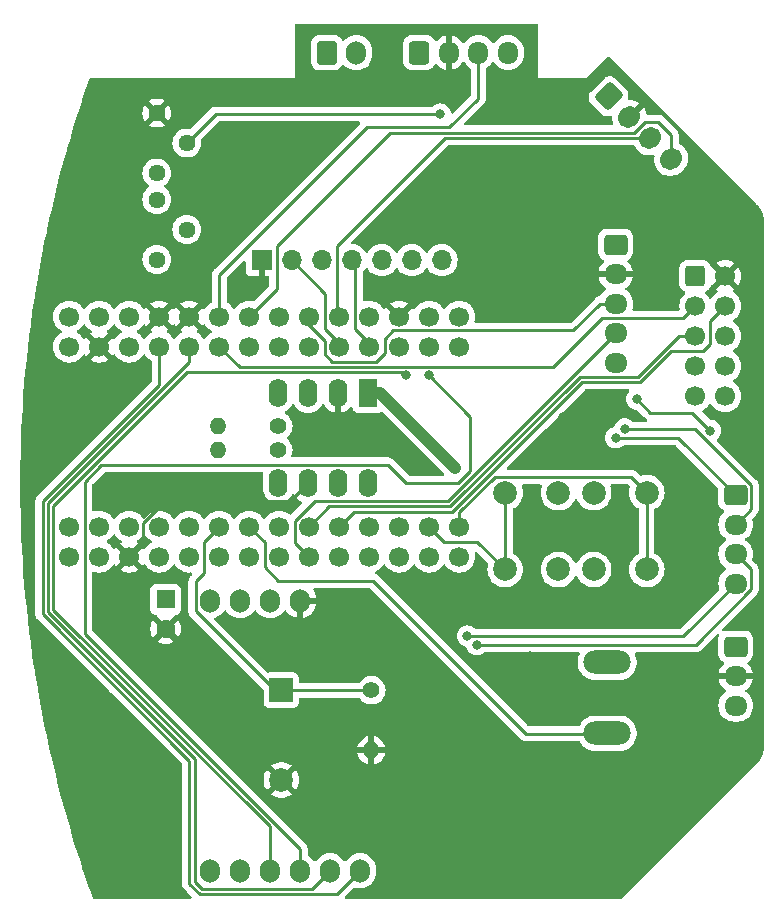
<source format=gbr>
%TF.GenerationSoftware,KiCad,Pcbnew,7.0.9*%
%TF.CreationDate,2024-06-22T14:55:11+09:00*%
%TF.ProjectId,Main,4d61696e-2e6b-4696-9361-645f70636258,rev?*%
%TF.SameCoordinates,Original*%
%TF.FileFunction,Copper,L2,Bot*%
%TF.FilePolarity,Positive*%
%FSLAX46Y46*%
G04 Gerber Fmt 4.6, Leading zero omitted, Abs format (unit mm)*
G04 Created by KiCad (PCBNEW 7.0.9) date 2024-06-22 14:55:11*
%MOMM*%
%LPD*%
G01*
G04 APERTURE LIST*
G04 Aperture macros list*
%AMRoundRect*
0 Rectangle with rounded corners*
0 $1 Rounding radius*
0 $2 $3 $4 $5 $6 $7 $8 $9 X,Y pos of 4 corners*
0 Add a 4 corners polygon primitive as box body*
4,1,4,$2,$3,$4,$5,$6,$7,$8,$9,$2,$3,0*
0 Add four circle primitives for the rounded corners*
1,1,$1+$1,$2,$3*
1,1,$1+$1,$4,$5*
1,1,$1+$1,$6,$7*
1,1,$1+$1,$8,$9*
0 Add four rect primitives between the rounded corners*
20,1,$1+$1,$2,$3,$4,$5,0*
20,1,$1+$1,$4,$5,$6,$7,0*
20,1,$1+$1,$6,$7,$8,$9,0*
20,1,$1+$1,$8,$9,$2,$3,0*%
%AMHorizOval*
0 Thick line with rounded ends*
0 $1 width*
0 $2 $3 position (X,Y) of the first rounded end (center of the circle)*
0 $4 $5 position (X,Y) of the second rounded end (center of the circle)*
0 Add line between two ends*
20,1,$1,$2,$3,$4,$5,0*
0 Add two circle primitives to create the rounded ends*
1,1,$1,$2,$3*
1,1,$1,$4,$5*%
G04 Aperture macros list end*
%TA.AperFunction,ComponentPad*%
%ADD10O,4.000000X2.000000*%
%TD*%
%TA.AperFunction,ComponentPad*%
%ADD11R,1.700000X1.700000*%
%TD*%
%TA.AperFunction,ComponentPad*%
%ADD12O,1.700000X1.700000*%
%TD*%
%TA.AperFunction,ComponentPad*%
%ADD13RoundRect,0.250000X-0.936916X-0.088388X-0.088388X-0.936916X0.936916X0.088388X0.088388X0.936916X0*%
%TD*%
%TA.AperFunction,ComponentPad*%
%ADD14HorizOval,1.700000X-0.088388X-0.088388X0.088388X0.088388X0*%
%TD*%
%TA.AperFunction,ComponentPad*%
%ADD15RoundRect,0.250000X-0.600000X-0.750000X0.600000X-0.750000X0.600000X0.750000X-0.600000X0.750000X0*%
%TD*%
%TA.AperFunction,ComponentPad*%
%ADD16O,1.700000X2.000000*%
%TD*%
%TA.AperFunction,ComponentPad*%
%ADD17RoundRect,0.250000X-0.725000X0.600000X-0.725000X-0.600000X0.725000X-0.600000X0.725000X0.600000X0*%
%TD*%
%TA.AperFunction,ComponentPad*%
%ADD18O,1.950000X1.700000*%
%TD*%
%TA.AperFunction,ComponentPad*%
%ADD19C,2.000000*%
%TD*%
%TA.AperFunction,ComponentPad*%
%ADD20C,1.440000*%
%TD*%
%TA.AperFunction,ComponentPad*%
%ADD21RoundRect,0.250000X-0.600000X-0.725000X0.600000X-0.725000X0.600000X0.725000X-0.600000X0.725000X0*%
%TD*%
%TA.AperFunction,ComponentPad*%
%ADD22O,1.700000X1.950000*%
%TD*%
%TA.AperFunction,ComponentPad*%
%ADD23C,1.400000*%
%TD*%
%TA.AperFunction,ComponentPad*%
%ADD24O,1.400000X1.400000*%
%TD*%
%TA.AperFunction,ComponentPad*%
%ADD25R,1.600000X1.600000*%
%TD*%
%TA.AperFunction,ComponentPad*%
%ADD26C,1.600000*%
%TD*%
%TA.AperFunction,ComponentPad*%
%ADD27R,2.000000X2.000000*%
%TD*%
%TA.AperFunction,ComponentPad*%
%ADD28C,1.700000*%
%TD*%
%TA.AperFunction,ComponentPad*%
%ADD29R,1.600000X2.400000*%
%TD*%
%TA.AperFunction,ComponentPad*%
%ADD30O,1.600000X2.400000*%
%TD*%
%TA.AperFunction,ComponentPad*%
%ADD31RoundRect,0.250000X-0.600000X-0.600000X0.600000X-0.600000X0.600000X0.600000X-0.600000X0.600000X0*%
%TD*%
%TA.AperFunction,ViaPad*%
%ADD32C,0.800000*%
%TD*%
%TA.AperFunction,Conductor*%
%ADD33C,0.250000*%
%TD*%
%TA.AperFunction,Conductor*%
%ADD34C,1.000000*%
%TD*%
G04 APERTURE END LIST*
D10*
%TO.P,SW3,1,1*%
%TO.N,/Start*%
X164007800Y-108813600D03*
%TO.P,SW3,2,2*%
%TO.N,+3.3V*%
X164007800Y-102813600D03*
%TD*%
D11*
%TO.P,J1,1,Pin_1*%
%TO.N,GND*%
X134742000Y-68764000D03*
D12*
%TO.P,J1,2,Pin_2*%
%TO.N,/TWE_TX*%
X137282000Y-68764000D03*
%TO.P,J1,3,Pin_3*%
%TO.N,unconnected-(J1-Pin_3-Pad3)*%
X139822000Y-68764000D03*
%TO.P,J1,4,Pin_4*%
%TO.N,/TWE_RX*%
X142362000Y-68764000D03*
%TO.P,J1,5,Pin_5*%
%TO.N,unconnected-(J1-Pin_5-Pad5)*%
X144902000Y-68764000D03*
%TO.P,J1,6,Pin_6*%
%TO.N,unconnected-(J1-Pin_6-Pad6)*%
X147442000Y-68764000D03*
%TO.P,J1,7,Pin_7*%
%TO.N,+3.3V*%
X149982000Y-68764000D03*
%TD*%
D13*
%TO.P,J5,1,Pin_1*%
%TO.N,+5V*%
X164104466Y-54884466D03*
D14*
%TO.P,J5,2,Pin_2*%
%TO.N,GND*%
X165872233Y-56652233D03*
%TO.P,J5,3,Pin_3*%
%TO.N,/LINE_TX*%
X167640000Y-58420000D03*
%TO.P,J5,4,Pin_4*%
%TO.N,/LINE_RX*%
X169407767Y-60187767D03*
%TD*%
D15*
%TO.P,J4,1,Pin_1*%
%TO.N,Net-(J4-Pin_1)*%
X140255000Y-51181000D03*
D16*
%TO.P,J4,2,Pin_2*%
%TO.N,/K*%
X142755000Y-51181000D03*
%TD*%
D17*
%TO.P,J6,1,Pin_1*%
%TO.N,+5V*%
X164719000Y-67437000D03*
D18*
%TO.P,J6,2,Pin_2*%
%TO.N,GND*%
X164719000Y-69937000D03*
%TO.P,J6,3,Pin_3*%
%TO.N,/SUB_RX*%
X164719000Y-72437000D03*
%TO.P,J6,4,Pin_4*%
%TO.N,/SUB_TX*%
X164719000Y-74937000D03*
%TO.P,J6,5,Pin_5*%
%TO.N,/SUB_1*%
X164719000Y-77437000D03*
%TD*%
D19*
%TO.P,SW2,1,1*%
%TO.N,/SUB*%
X167350000Y-88444000D03*
X167350000Y-94944000D03*
%TO.P,SW2,2,2*%
%TO.N,+3.3V*%
X162850000Y-88444000D03*
X162850000Y-94944000D03*
%TD*%
D20*
%TO.P,RV1,1,1*%
%TO.N,+3.3V*%
X125857000Y-61379000D03*
%TO.P,RV1,2,2*%
%TO.N,/GY_TRIM*%
X128397000Y-58839000D03*
%TO.P,RV1,3,3*%
%TO.N,GND*%
X125857000Y-56299000D03*
%TD*%
D21*
%TO.P,J3,1,Pin_1*%
%TO.N,+3.3V*%
X148082000Y-51181000D03*
D22*
%TO.P,J3,2,Pin_2*%
%TO.N,GND*%
X150582000Y-51181000D03*
%TO.P,J3,3,Pin_3*%
%TO.N,/TOUCH*%
X153082000Y-51181000D03*
%TO.P,J3,4,Pin_4*%
%TO.N,/K*%
X155582000Y-51181000D03*
%TD*%
D20*
%TO.P,R3,1*%
%TO.N,+5V*%
X125857000Y-68707000D03*
%TO.P,R3,2*%
%TO.N,Net-(J4-Pin_1)*%
X128397000Y-66167000D03*
%TO.P,R3,3*%
%TO.N,N/C*%
X125857000Y-63627000D03*
%TD*%
D23*
%TO.P,R1,1*%
%TO.N,/SDA*%
X136144000Y-84836000D03*
D24*
%TO.P,R1,2*%
%TO.N,+3.3V*%
X131064000Y-84836000D03*
%TD*%
D17*
%TO.P,J7,1,Pin_1*%
%TO.N,/MD_TX*%
X174879000Y-88646000D03*
D18*
%TO.P,J7,2,Pin_2*%
%TO.N,/MD_RX*%
X174879000Y-91146000D03*
%TO.P,J7,3,Pin_3*%
%TO.N,/FET1*%
X174879000Y-93646000D03*
%TO.P,J7,4,Pin_4*%
%TO.N,/FET2*%
X174879000Y-96146000D03*
%TD*%
D25*
%TO.P,C1,1*%
%TO.N,+12V*%
X126619000Y-97473888D03*
D26*
%TO.P,C1,2*%
%TO.N,GND*%
X126619000Y-99973888D03*
%TD*%
D23*
%TO.P,R2,1*%
%TO.N,/SCL*%
X136144000Y-82804000D03*
D24*
%TO.P,R2,2*%
%TO.N,+3.3V*%
X131064000Y-82804000D03*
%TD*%
D27*
%TO.P,BZ1,1,-*%
%TO.N,Net-(BZ1--)*%
X136398000Y-105166000D03*
D19*
%TO.P,BZ1,2,+*%
%TO.N,GND*%
X136398000Y-112766000D03*
%TD*%
D16*
%TO.P,U2,1,02*%
%TO.N,/02*%
X143078200Y-120446800D03*
%TO.P,U2,2,01*%
%TO.N,/01*%
X140538200Y-120446800D03*
%TO.P,U2,3,RX*%
%TO.N,/Comm_TX*%
X137998200Y-120446800D03*
%TO.P,U2,4,TX*%
%TO.N,/Comm_RX*%
X135458200Y-120446800D03*
%TO.P,U2,5,D+*%
%TO.N,unconnected-(U2-D+-Pad5)*%
X132918200Y-120446800D03*
%TO.P,U2,6,D-*%
%TO.N,unconnected-(U2-D--Pad6)*%
X130378200Y-120446800D03*
%TO.P,U2,7,VIN*%
%TO.N,+12V*%
X130378200Y-97586800D03*
%TO.P,U2,8,LOGV*%
%TO.N,+3.3V*%
X132918200Y-97586800D03*
%TO.P,U2,9,3v3*%
%TO.N,unconnected-(U2-3v3-Pad9)*%
X135458200Y-97586800D03*
%TO.P,U2,10,GND*%
%TO.N,GND*%
X137998200Y-97586800D03*
%TD*%
D17*
%TO.P,J8,1,Pin_1*%
%TO.N,+12V*%
X174879000Y-101473000D03*
D18*
%TO.P,J8,2,Pin_2*%
%TO.N,GND*%
X174879000Y-103973000D03*
%TO.P,J8,3,Pin_3*%
%TO.N,+5V*%
X174879000Y-106473000D03*
%TD*%
D23*
%TO.P,R4,1*%
%TO.N,Net-(BZ1--)*%
X144018000Y-105166000D03*
D24*
%TO.P,R4,2*%
%TO.N,GND*%
X144018000Y-110246000D03*
%TD*%
D19*
%TO.P,SW1,1,1*%
%TO.N,/GY_RES*%
X155357000Y-94944000D03*
X155357000Y-88444000D03*
%TO.P,SW1,2,2*%
%TO.N,+3.3V*%
X159857000Y-94944000D03*
X159857000Y-88444000D03*
%TD*%
D28*
%TO.P,U3,1,GND*%
%TO.N,GND*%
X123523000Y-93853000D03*
X118443000Y-91313000D03*
X120983000Y-76073000D03*
X126063000Y-73533000D03*
X128603000Y-73533000D03*
X146383000Y-73533000D03*
%TO.P,U3,2,0_RX1_CRX2_CS1*%
%TO.N,/MD_RX*%
X120983000Y-91313000D03*
%TO.P,U3,3,1_TX1_CTX2_MISO1*%
%TO.N,/MD_TX*%
X123523000Y-91313000D03*
%TO.P,U3,4,2_OUT2*%
%TO.N,/FET1*%
X126063000Y-91313000D03*
%TO.P,U3,5,3_LRCLK2*%
%TO.N,/FET2*%
X128603000Y-91313000D03*
%TO.P,U3,6,4_BCLK2*%
%TO.N,Net-(BZ1--)*%
X131143000Y-91313000D03*
%TO.P,U3,7,5_IN2*%
%TO.N,/Start*%
X133683000Y-91313000D03*
%TO.P,U3,8,6_OUT1D*%
%TO.N,/RUN*%
X136223000Y-91313000D03*
%TO.P,U3,9,7_RX2_OUT1A*%
%TO.N,/IR_RX*%
X138763000Y-91313000D03*
%TO.P,U3,10,8_TX2_IN1*%
%TO.N,/IR_TX*%
X141303000Y-91313000D03*
%TO.P,U3,11,9_OUT1C*%
%TO.N,/LEFT*%
X143843000Y-91313000D03*
%TO.P,U3,12,10_CS_MQSR*%
%TO.N,/RIGHT*%
X146383000Y-91313000D03*
%TO.P,U3,13,11_MOSI_CTX1*%
%TO.N,/GY_RES*%
X148923000Y-91313000D03*
%TO.P,U3,14,12_MISO_MQSL*%
%TO.N,/SUB*%
X151463000Y-91313000D03*
%TO.P,U3,15,VBAT*%
%TO.N,unconnected-(U3-VBAT-Pad15)*%
X151463000Y-93853000D03*
%TO.P,U3,18,PROGRAM*%
%TO.N,unconnected-(U3-PROGRAM-Pad18)*%
X148923000Y-73533000D03*
%TO.P,U3,19,ON_OFF*%
%TO.N,unconnected-(U3-ON_OFF-Pad19)*%
X151463000Y-73533000D03*
%TO.P,U3,20,13_SCK_CRX1_LED*%
%TO.N,/GY_TRIM*%
X151463000Y-76073000D03*
%TO.P,U3,21,14_A0_TX3_SPDIF_OUT*%
%TO.N,/Comm_TX*%
X148923000Y-76073000D03*
%TO.P,U3,22,15_A1_RX3_SPDIF_IN*%
%TO.N,/Comm_RX*%
X146383000Y-76073000D03*
%TO.P,U3,23,16_A2_RX4_SCL1*%
%TO.N,/TWE_RX*%
X143843000Y-76073000D03*
%TO.P,U3,24,17_A3_TX4_SDA1*%
%TO.N,/TWE_TX*%
X141303000Y-76073000D03*
%TO.P,U3,25,18_A4_SDA0*%
%TO.N,/SDA*%
X138763000Y-76073000D03*
%TO.P,U3,26,19_A5_SCL0*%
%TO.N,/SCL*%
X136223000Y-76073000D03*
%TO.P,U3,27,20_A6_TX5_LRCLK1*%
%TO.N,unconnected-(U3-20_A6_TX5_LRCLK1-Pad27)*%
X133683000Y-76073000D03*
%TO.P,U3,28,21_A7_RX5_BCLK1*%
%TO.N,/CAM_RX*%
X131143000Y-76073000D03*
%TO.P,U3,29,22_A8_CTX1*%
%TO.N,/01*%
X128603000Y-76073000D03*
%TO.P,U3,30,23_A9_CRX1_MCLK1*%
%TO.N,/02*%
X126063000Y-76073000D03*
%TO.P,U3,31,3V3*%
%TO.N,+3.3V*%
X128603000Y-93853000D03*
X123523000Y-76073000D03*
X143843000Y-73533000D03*
%TO.P,U3,33,VIN*%
%TO.N,+5V*%
X118443000Y-76073000D03*
%TO.P,U3,34,VUSB*%
%TO.N,unconnected-(U3-VUSB-Pad34)*%
X118443000Y-73533000D03*
%TO.P,U3,35,24_A10_TX6_SCL2*%
%TO.N,/LINE_TX*%
X141303000Y-73533000D03*
%TO.P,U3,36,25_A11_RX6_SDA2*%
%TO.N,/LINE_RX*%
X133683000Y-73533000D03*
%TO.P,U3,37,26_A12_MOSI1*%
%TO.N,unconnected-(U3-26_A12_MOSI1-Pad37)*%
X136223000Y-73533000D03*
%TO.P,U3,38,27_A13_SCK1*%
%TO.N,/TOUCH*%
X131143000Y-73533000D03*
%TO.P,U3,39,28_RX7*%
%TO.N,/SUB_RX*%
X138763000Y-73533000D03*
%TO.P,U3,40,29_TX7*%
%TO.N,/SUB_TX*%
X138763000Y-93853000D03*
%TO.P,U3,41,30_CRX3*%
%TO.N,/SUB_1*%
X148923000Y-93853000D03*
%TO.P,U3,42,31_CTX3*%
%TO.N,unconnected-(U3-31_CTX3-Pad42)*%
X141303000Y-93853000D03*
%TO.P,U3,43,32_OUT1B*%
%TO.N,unconnected-(U3-32_OUT1B-Pad43)*%
X146383000Y-93853000D03*
%TO.P,U3,44,33_MCLK2*%
%TO.N,unconnected-(U3-33_MCLK2-Pad44)*%
X143843000Y-93853000D03*
%TO.P,U3,45,34_DAT1_MISO2*%
%TO.N,unconnected-(U3-34_DAT1_MISO2-Pad45)*%
X118443000Y-93853000D03*
%TO.P,U3,46,35_DAT0_MOSI2*%
%TO.N,unconnected-(U3-35_DAT0_MOSI2-Pad46)*%
X120983000Y-93853000D03*
%TO.P,U3,48,36_CLK_CS2*%
%TO.N,unconnected-(U3-36_CLK_CS2-Pad48)*%
X126063000Y-93853000D03*
%TO.P,U3,50,37_CMD_SCK2*%
%TO.N,unconnected-(U3-37_CMD_SCK2-Pad50)*%
X131143000Y-93853000D03*
%TO.P,U3,51,38_DAT3_RX5*%
%TO.N,unconnected-(U3-38_DAT3_RX5-Pad51)*%
X133683000Y-93853000D03*
%TO.P,U3,52,39_DAT2_TX5*%
%TO.N,unconnected-(U3-39_DAT2_TX5-Pad52)*%
X136223000Y-93853000D03*
%TO.P,U3,53,D-*%
%TO.N,unconnected-(U3-D--Pad53)*%
X120983000Y-73533000D03*
%TO.P,U3,54,D+*%
%TO.N,unconnected-(U3-D+-Pad54)*%
X123523000Y-73533000D03*
%TD*%
D29*
%TO.P,U1,1,VIN*%
%TO.N,+3.3V*%
X143754000Y-79995000D03*
D30*
%TO.P,U1,2,GND*%
%TO.N,GND*%
X141214000Y-79995000D03*
%TO.P,U1,3,SDA*%
%TO.N,/SDA*%
X138674000Y-79995000D03*
%TO.P,U1,4,SCL*%
%TO.N,/SCL*%
X136134000Y-79995000D03*
%TO.P,U1,5,VOUT*%
%TO.N,unconnected-(U1-VOUT-Pad5)*%
X136134000Y-87615000D03*
%TO.P,U1,6,GND*%
%TO.N,GND*%
X138674000Y-87615000D03*
%TO.P,U1,7,INT*%
%TO.N,unconnected-(U1-INT-Pad7)*%
X141214000Y-87615000D03*
%TO.P,U1,8,RESET*%
%TO.N,unconnected-(U1-RESET-Pad8)*%
X143754000Y-87615000D03*
%TD*%
D31*
%TO.P,J2,1,Pin_1*%
%TO.N,+5V*%
X171450000Y-70104000D03*
D28*
%TO.P,J2,2,Pin_2*%
%TO.N,GND*%
X173990000Y-70104000D03*
%TO.P,J2,3,Pin_3*%
%TO.N,/CAM_RX*%
X171450000Y-72644000D03*
%TO.P,J2,4,Pin_4*%
%TO.N,/IR_TX*%
X173990000Y-72644000D03*
%TO.P,J2,5,Pin_5*%
%TO.N,/IR_RX*%
X171450000Y-75184000D03*
%TO.P,J2,6,Pin_6*%
%TO.N,/SDA*%
X173990000Y-75184000D03*
%TO.P,J2,7,Pin_7*%
%TO.N,/SCL*%
X171450000Y-77724000D03*
%TO.P,J2,8,Pin_8*%
%TO.N,/RUN*%
X173990000Y-77724000D03*
%TO.P,J2,9,Pin_9*%
%TO.N,/LEFT*%
X171450000Y-80264000D03*
%TO.P,J2,10,Pin_10*%
%TO.N,/RIGHT*%
X173990000Y-80264000D03*
%TD*%
D32*
%TO.N,GND*%
X167411400Y-108356400D03*
X156311600Y-114249200D03*
X127406400Y-111836200D03*
X127381000Y-122072400D03*
X141986000Y-54356000D03*
X162306000Y-80264000D03*
X156718000Y-49403000D03*
X147066000Y-66929000D03*
X164846000Y-122047000D03*
X150622000Y-53848000D03*
X165227000Y-53213000D03*
X154559000Y-59563000D03*
X143510000Y-67056000D03*
X128905000Y-99822000D03*
X169291000Y-70231000D03*
X124333000Y-67056000D03*
X151003000Y-59690000D03*
X128651000Y-54483000D03*
X127889000Y-63881000D03*
X118110000Y-78486000D03*
X166624000Y-69977000D03*
X146558000Y-54991000D03*
X154178000Y-104394000D03*
X133324600Y-100558600D03*
X160274000Y-82042000D03*
X130429000Y-67818000D03*
X121412000Y-111252000D03*
X172720000Y-104013000D03*
X115697000Y-76454000D03*
X118110000Y-85344000D03*
X142748000Y-97536000D03*
X147701000Y-97536000D03*
X121793000Y-88011000D03*
X145923000Y-104775000D03*
X137795000Y-54229000D03*
X154559000Y-73660000D03*
X140335000Y-57785000D03*
X145415000Y-51308000D03*
X162687000Y-69977000D03*
X125730000Y-104648000D03*
X170688000Y-64516000D03*
X123825000Y-101600000D03*
X131318000Y-57404000D03*
X127762000Y-70993000D03*
X147320000Y-84582000D03*
X173355000Y-108077000D03*
X171069000Y-61468000D03*
X121031000Y-122047000D03*
X152781000Y-56896000D03*
X149606000Y-64897000D03*
X146558000Y-63627000D03*
X136398000Y-108966000D03*
X120015000Y-70993000D03*
X124587000Y-79248000D03*
X160655000Y-73660000D03*
X147193000Y-121920000D03*
X151257000Y-104648000D03*
X115062000Y-87757000D03*
X134239000Y-105029000D03*
X126111000Y-58801000D03*
X149098000Y-113411000D03*
X115570000Y-99949000D03*
X160147000Y-53975000D03*
X175260000Y-65532000D03*
X162560000Y-59563000D03*
X162560000Y-56769000D03*
X166878000Y-65913000D03*
X165735000Y-59563000D03*
X152146000Y-97536000D03*
X166878000Y-113538000D03*
X147574000Y-72263000D03*
X116840000Y-69215000D03*
X147193000Y-100711000D03*
X173990000Y-68199000D03*
X150622000Y-100711000D03*
X141224000Y-82169000D03*
X157480000Y-102235000D03*
X120777000Y-54229000D03*
X152400000Y-72009000D03*
X165608000Y-64643000D03*
X155702000Y-53467000D03*
X176657000Y-107950000D03*
X134747000Y-57531000D03*
X122301000Y-95631000D03*
X138049000Y-84963000D03*
X157480000Y-107696000D03*
X158623000Y-66294000D03*
X166116000Y-81915000D03*
%TO.N,+3.3V*%
X151130000Y-86360000D03*
%TO.N,/SUB_1*%
X172720000Y-83185000D03*
X166497000Y-80518000D03*
%TO.N,/MD_TX*%
X164719000Y-83788500D03*
%TO.N,/MD_RX*%
X165476701Y-83053701D03*
%TO.N,/FET1*%
X152956036Y-101308500D03*
%TO.N,/FET2*%
X152146000Y-100584000D03*
%TO.N,/GY_TRIM*%
X149860000Y-56388000D03*
%TO.N,/Comm_TX*%
X148923000Y-78517500D03*
%TO.N,/Comm_RX*%
X146939000Y-78517500D03*
%TD*%
D33*
%TO.N,/Comm_RX*%
X146939000Y-78517500D02*
X146664500Y-78243000D01*
X117094000Y-89535000D02*
X117094000Y-98339263D01*
X146664500Y-78243000D02*
X128386000Y-78243000D01*
X128386000Y-78243000D02*
X117094000Y-89535000D01*
X117094000Y-98339263D02*
X135458200Y-116703463D01*
X135458200Y-116703463D02*
X135458200Y-120446800D01*
%TO.N,/Comm_TX*%
X119761000Y-100369867D02*
X137998200Y-118607067D01*
%TO.N,/02*%
X128625600Y-111143655D02*
X128625600Y-121564400D01*
%TO.N,/Comm_TX*%
X152400000Y-81994500D02*
X152400000Y-86612604D01*
%TO.N,/02*%
X116194000Y-98712055D02*
X128625600Y-111143655D01*
%TO.N,/Comm_TX*%
X148923000Y-78517500D02*
X152400000Y-81994500D01*
%TO.N,/02*%
X126063000Y-76073000D02*
X126063000Y-79293208D01*
%TO.N,/Comm_TX*%
X146939000Y-87630000D02*
X145399000Y-86090000D01*
%TO.N,/02*%
X141097000Y-122428000D02*
X143078200Y-120446800D01*
%TO.N,/Comm_TX*%
X152400000Y-86612604D02*
X151382604Y-87630000D01*
%TO.N,/01*%
X116644000Y-89348604D02*
X116644000Y-98525659D01*
X129075600Y-121378004D02*
X129675596Y-121978000D01*
%TO.N,/Comm_TX*%
X145399000Y-86090000D02*
X121175396Y-86090000D01*
%TO.N,/02*%
X128625600Y-121564400D02*
X129489200Y-122428000D01*
%TO.N,/01*%
X129075600Y-110957259D02*
X129075600Y-121378004D01*
%TO.N,/02*%
X126063000Y-79293208D02*
X116194000Y-89162208D01*
X116194000Y-89162208D02*
X116194000Y-98712055D01*
X129489200Y-122428000D02*
X141097000Y-122428000D01*
%TO.N,/01*%
X128603000Y-76073000D02*
X128603000Y-77389604D01*
X128603000Y-77389604D02*
X116644000Y-89348604D01*
X116644000Y-98525659D02*
X129075600Y-110957259D01*
%TO.N,/Comm_TX*%
X137998200Y-118607067D02*
X137998200Y-120446800D01*
%TO.N,/01*%
X129675596Y-121978000D02*
X139007000Y-121978000D01*
X139007000Y-121978000D02*
X140538200Y-120446800D01*
%TO.N,/Comm_TX*%
X151382604Y-87630000D02*
X146939000Y-87630000D01*
X121175396Y-86090000D02*
X119761000Y-87504396D01*
X119761000Y-87504396D02*
X119761000Y-100369867D01*
%TO.N,Net-(BZ1--)*%
X136398000Y-105166000D02*
X135823800Y-105166000D01*
X129159000Y-95961200D02*
X129870200Y-95250000D01*
X129159000Y-98501200D02*
X129159000Y-95961200D01*
X135823800Y-105166000D02*
X129159000Y-98501200D01*
X129870200Y-95250000D02*
X129870200Y-92585800D01*
X129870200Y-92585800D02*
X131143000Y-91313000D01*
%TO.N,/Start*%
X135001000Y-94742000D02*
X136144000Y-95885000D01*
X135001000Y-92631000D02*
X135001000Y-94742000D01*
X144145000Y-95885000D02*
X157099000Y-108839000D01*
X136144000Y-95885000D02*
X144145000Y-95885000D01*
X157099000Y-108839000D02*
X163982400Y-108839000D01*
X133683000Y-91313000D02*
X135001000Y-92631000D01*
X163982400Y-108839000D02*
X164007800Y-108813600D01*
%TO.N,Net-(BZ1--)*%
X144018000Y-105166000D02*
X136398000Y-105166000D01*
%TO.N,GND*%
X124698000Y-92678000D02*
X123523000Y-93853000D01*
X138674000Y-87615000D02*
X137149000Y-89140000D01*
X126574299Y-89140000D02*
X124698000Y-91016299D01*
X124698000Y-91016299D02*
X124698000Y-92678000D01*
X137149000Y-89140000D02*
X126574299Y-89140000D01*
%TO.N,/TWE_TX*%
X137282000Y-68764000D02*
X140128000Y-71610000D01*
X140128000Y-71610000D02*
X140128000Y-74596000D01*
X140128000Y-74596000D02*
X141303000Y-75771000D01*
X141303000Y-75771000D02*
X141303000Y-76073000D01*
%TO.N,/TWE_RX*%
X142362000Y-68764000D02*
X142668000Y-69070000D01*
X142668000Y-74596000D02*
X143843000Y-75771000D01*
X142668000Y-69070000D02*
X142668000Y-74596000D01*
X143843000Y-75771000D02*
X143843000Y-76073000D01*
D34*
%TO.N,+3.3V*%
X144765000Y-79995000D02*
X151130000Y-86360000D01*
X143754000Y-79995000D02*
X144765000Y-79995000D01*
D33*
%TO.N,/CAM_RX*%
X170434000Y-73660000D02*
X171450000Y-72644000D01*
X163576000Y-73660000D02*
X170434000Y-73660000D01*
X132863000Y-77793000D02*
X159443000Y-77793000D01*
X131143000Y-76073000D02*
X132863000Y-77793000D01*
X159443000Y-77793000D02*
X163576000Y-73660000D01*
%TO.N,/IR_TX*%
X169419396Y-76454000D02*
X172085000Y-76454000D01*
X172720000Y-73914000D02*
X173990000Y-72644000D01*
X172720000Y-75819000D02*
X172720000Y-73914000D01*
X166811396Y-79062000D02*
X169419396Y-76454000D01*
X150867792Y-90054000D02*
X161859792Y-79062000D01*
X172085000Y-76454000D02*
X172720000Y-75819000D01*
X141303000Y-91313000D02*
X142562000Y-90054000D01*
X142562000Y-90054000D02*
X150867792Y-90054000D01*
X161859792Y-79062000D02*
X166811396Y-79062000D01*
%TO.N,/IR_RX*%
X170053000Y-75184000D02*
X171450000Y-75184000D01*
X138763000Y-91313000D02*
X140472000Y-89604000D01*
X166625000Y-78612000D02*
X170053000Y-75184000D01*
X161673396Y-78612000D02*
X166625000Y-78612000D01*
X150681396Y-89604000D02*
X161673396Y-78612000D01*
X140472000Y-89604000D02*
X150681396Y-89604000D01*
%TO.N,/TOUCH*%
X143636000Y-57520000D02*
X131143000Y-70013000D01*
X153082000Y-55071000D02*
X150633000Y-57520000D01*
X131143000Y-70013000D02*
X131143000Y-73533000D01*
X153082000Y-51181000D02*
X153082000Y-55071000D01*
X150633000Y-57520000D02*
X143636000Y-57520000D01*
%TO.N,/LINE_TX*%
X141097000Y-73327000D02*
X141097000Y-67564000D01*
X141097000Y-67564000D02*
X150241000Y-58420000D01*
X150241000Y-58420000D02*
X167640000Y-58420000D01*
X141303000Y-73533000D02*
X141097000Y-73327000D01*
%TO.N,/LINE_RX*%
X168302545Y-57050545D02*
X167183538Y-57050545D01*
X169407767Y-58155767D02*
X168302545Y-57050545D01*
X145611000Y-57970000D02*
X136017000Y-67564000D01*
X166264083Y-57970000D02*
X145611000Y-57970000D01*
X169407767Y-60187767D02*
X169407767Y-58155767D01*
X136017000Y-71199000D02*
X133683000Y-73533000D01*
X167183538Y-57050545D02*
X166264083Y-57970000D01*
X136017000Y-67564000D02*
X136017000Y-71199000D01*
%TO.N,/SUB_RX*%
X140081000Y-75565000D02*
X140081000Y-76737350D01*
X138763000Y-74247000D02*
X140081000Y-75565000D01*
X163402000Y-72437000D02*
X164719000Y-72437000D01*
X144399000Y-77343000D02*
X145161000Y-76581000D01*
X145161000Y-75438000D02*
X145891000Y-74708000D01*
X161131000Y-74708000D02*
X163402000Y-72437000D01*
X140081000Y-76737350D02*
X140686650Y-77343000D01*
X145891000Y-74708000D02*
X161131000Y-74708000D01*
X145161000Y-76581000D02*
X145161000Y-75438000D01*
X140686650Y-77343000D02*
X144399000Y-77343000D01*
X138763000Y-73533000D02*
X138763000Y-74247000D01*
%TO.N,/SUB_TX*%
X164712000Y-74937000D02*
X150495000Y-89154000D01*
X150495000Y-89154000D02*
X139260299Y-89154000D01*
X137588000Y-92678000D02*
X138763000Y-93853000D01*
X139260299Y-89154000D02*
X137588000Y-90826299D01*
X137588000Y-90826299D02*
X137588000Y-92678000D01*
X164719000Y-74937000D02*
X164712000Y-74937000D01*
%TO.N,/SUB_1*%
X167640000Y-81661000D02*
X166497000Y-80518000D01*
X172709299Y-83185000D02*
X171185299Y-81661000D01*
X171185299Y-81661000D02*
X167640000Y-81661000D01*
X172720000Y-83185000D02*
X172709299Y-83185000D01*
%TO.N,/MD_TX*%
X164719000Y-83788500D02*
X170021500Y-83788500D01*
X170021500Y-83788500D02*
X174879000Y-88646000D01*
%TO.N,/MD_RX*%
X176179000Y-87800900D02*
X176179000Y-89846000D01*
X171431801Y-83053701D02*
X176179000Y-87800900D01*
X176179000Y-89846000D02*
X174879000Y-91146000D01*
X165476701Y-83053701D02*
X171431801Y-83053701D01*
%TO.N,/FET1*%
X176179000Y-94946000D02*
X174879000Y-93646000D01*
X152956036Y-101308500D02*
X171503201Y-101308500D01*
X171503201Y-101308500D02*
X176179000Y-96632701D01*
X176179000Y-96632701D02*
X176179000Y-94946000D01*
%TO.N,/FET2*%
X170441000Y-100584000D02*
X174879000Y-96146000D01*
X152146000Y-100584000D02*
X170441000Y-100584000D01*
%TO.N,/GY_TRIM*%
X130848000Y-56388000D02*
X149860000Y-56388000D01*
X128397000Y-58839000D02*
X130848000Y-56388000D01*
%TO.N,/GY_RES*%
X148923000Y-91313000D02*
X150193000Y-92583000D01*
X150193000Y-92583000D02*
X152996000Y-92583000D01*
X155357000Y-88444000D02*
X155357000Y-94944000D01*
X152996000Y-92583000D02*
X155357000Y-94944000D01*
%TO.N,/SUB*%
X154454919Y-87119000D02*
X166025000Y-87119000D01*
X151463000Y-90110919D02*
X154454919Y-87119000D01*
X166025000Y-87119000D02*
X167350000Y-88444000D01*
X167350000Y-88444000D02*
X167350000Y-94944000D01*
X151463000Y-91313000D02*
X151463000Y-90110919D01*
%TD*%
%TA.AperFunction,Conductor*%
%TO.N,GND*%
G36*
X158058039Y-48750236D02*
G01*
X158103794Y-48803040D01*
X158115000Y-48854551D01*
X158115000Y-53340000D01*
X162178999Y-53340000D01*
X162179000Y-53340000D01*
X164033260Y-51578451D01*
X164095417Y-51546552D01*
X164164958Y-51553321D01*
X164206342Y-51580673D01*
X176696698Y-64071028D01*
X176699088Y-64073555D01*
X176733871Y-64112478D01*
X176854137Y-64249595D01*
X176858094Y-64254604D01*
X176915764Y-64335885D01*
X176992766Y-64451129D01*
X176995480Y-64455586D01*
X177046840Y-64548517D01*
X177048183Y-64551086D01*
X177106159Y-64668654D01*
X177107834Y-64672351D01*
X177149101Y-64771983D01*
X177150531Y-64775781D01*
X177192664Y-64899907D01*
X177193531Y-64902673D01*
X177210175Y-64960450D01*
X177222921Y-65004692D01*
X177224153Y-65009762D01*
X177251200Y-65145744D01*
X177267888Y-65243973D01*
X177268631Y-65250306D01*
X177280441Y-65430530D01*
X177283488Y-65484792D01*
X177283586Y-65488269D01*
X177283586Y-109886417D01*
X177283488Y-109889893D01*
X177280626Y-109940873D01*
X177268580Y-110124424D01*
X177267837Y-110130752D01*
X177251506Y-110226881D01*
X177224022Y-110365072D01*
X177222789Y-110370143D01*
X177193832Y-110470660D01*
X177192965Y-110473426D01*
X177150276Y-110599188D01*
X177148847Y-110602986D01*
X177108134Y-110701282D01*
X177106458Y-110704979D01*
X177047713Y-110824106D01*
X177046371Y-110826675D01*
X176995780Y-110918217D01*
X176993066Y-110922674D01*
X176914778Y-111039842D01*
X176858378Y-111119333D01*
X176854425Y-111124339D01*
X176731715Y-111264266D01*
X176699418Y-111300406D01*
X176697029Y-111302934D01*
X166648951Y-121351011D01*
X165227282Y-122772681D01*
X165165959Y-122806166D01*
X165139601Y-122809000D01*
X141899952Y-122809000D01*
X141832913Y-122789315D01*
X141787158Y-122736511D01*
X141777214Y-122667353D01*
X141806239Y-122603797D01*
X141812271Y-122597319D01*
X142504252Y-121905337D01*
X142565573Y-121871854D01*
X142624023Y-121873244D01*
X142842792Y-121931863D01*
X143031118Y-121948339D01*
X143078199Y-121952459D01*
X143078200Y-121952459D01*
X143078201Y-121952459D01*
X143117434Y-121949026D01*
X143313608Y-121931863D01*
X143541863Y-121870703D01*
X143756029Y-121770835D01*
X143949601Y-121635295D01*
X144116695Y-121468201D01*
X144252235Y-121274629D01*
X144352103Y-121060463D01*
X144413263Y-120832208D01*
X144428700Y-120655766D01*
X144428700Y-120237834D01*
X144413263Y-120061392D01*
X144352103Y-119833137D01*
X144252235Y-119618971D01*
X144246625Y-119610958D01*
X144116694Y-119425397D01*
X143949602Y-119258306D01*
X143949595Y-119258301D01*
X143756034Y-119122767D01*
X143756030Y-119122765D01*
X143703700Y-119098363D01*
X143541863Y-119022897D01*
X143541859Y-119022896D01*
X143541855Y-119022894D01*
X143313613Y-118961738D01*
X143313603Y-118961736D01*
X143078201Y-118941141D01*
X143078199Y-118941141D01*
X142842796Y-118961736D01*
X142842786Y-118961738D01*
X142614544Y-119022894D01*
X142614535Y-119022898D01*
X142400371Y-119122764D01*
X142400369Y-119122765D01*
X142206797Y-119258305D01*
X142039705Y-119425397D01*
X141909775Y-119610958D01*
X141855198Y-119654583D01*
X141785700Y-119661777D01*
X141723345Y-119630254D01*
X141706625Y-119610958D01*
X141576694Y-119425397D01*
X141409602Y-119258306D01*
X141409595Y-119258301D01*
X141216034Y-119122767D01*
X141216030Y-119122765D01*
X141163700Y-119098363D01*
X141001863Y-119022897D01*
X141001859Y-119022896D01*
X141001855Y-119022894D01*
X140773613Y-118961738D01*
X140773603Y-118961736D01*
X140538201Y-118941141D01*
X140538199Y-118941141D01*
X140302796Y-118961736D01*
X140302786Y-118961738D01*
X140074544Y-119022894D01*
X140074535Y-119022898D01*
X139860371Y-119122764D01*
X139860369Y-119122765D01*
X139666797Y-119258305D01*
X139499705Y-119425397D01*
X139369775Y-119610958D01*
X139315198Y-119654583D01*
X139245700Y-119661777D01*
X139183345Y-119630254D01*
X139166625Y-119610958D01*
X139036694Y-119425397D01*
X138869602Y-119258306D01*
X138869601Y-119258305D01*
X138676576Y-119123147D01*
X138632951Y-119068570D01*
X138623700Y-119021572D01*
X138623700Y-118689809D01*
X138625424Y-118674189D01*
X138625139Y-118674162D01*
X138625873Y-118666400D01*
X138623700Y-118597239D01*
X138623700Y-118567723D01*
X138623700Y-118567717D01*
X138622831Y-118560846D01*
X138622373Y-118555019D01*
X138620910Y-118508440D01*
X138615319Y-118489197D01*
X138611373Y-118470145D01*
X138608864Y-118450275D01*
X138591704Y-118406934D01*
X138589824Y-118401446D01*
X138576818Y-118356677D01*
X138566622Y-118339437D01*
X138558061Y-118321961D01*
X138550687Y-118303337D01*
X138550686Y-118303335D01*
X138523279Y-118265612D01*
X138520088Y-118260753D01*
X138496372Y-118220650D01*
X138496365Y-118220641D01*
X138482206Y-118206482D01*
X138469568Y-118191686D01*
X138457794Y-118175480D01*
X138421888Y-118145776D01*
X138417576Y-118141853D01*
X133041728Y-112766005D01*
X134892859Y-112766005D01*
X134913385Y-113013729D01*
X134913387Y-113013738D01*
X134974412Y-113254717D01*
X135074266Y-113482364D01*
X135174564Y-113635882D01*
X135914923Y-112895523D01*
X135938507Y-112975844D01*
X136016239Y-113096798D01*
X136124900Y-113190952D01*
X136255685Y-113250680D01*
X136265466Y-113252086D01*
X135527942Y-113989609D01*
X135574768Y-114026055D01*
X135574770Y-114026056D01*
X135793385Y-114144364D01*
X135793396Y-114144369D01*
X136028506Y-114225083D01*
X136273707Y-114266000D01*
X136522293Y-114266000D01*
X136767493Y-114225083D01*
X137002603Y-114144369D01*
X137002614Y-114144364D01*
X137221228Y-114026057D01*
X137221231Y-114026055D01*
X137268056Y-113989609D01*
X136530533Y-113252086D01*
X136540315Y-113250680D01*
X136671100Y-113190952D01*
X136779761Y-113096798D01*
X136857493Y-112975844D01*
X136881076Y-112895524D01*
X137621434Y-113635882D01*
X137721731Y-113482369D01*
X137821587Y-113254717D01*
X137882612Y-113013738D01*
X137882614Y-113013729D01*
X137903141Y-112766005D01*
X137903141Y-112765994D01*
X137882614Y-112518270D01*
X137882612Y-112518261D01*
X137821587Y-112277282D01*
X137721731Y-112049630D01*
X137621434Y-111896116D01*
X136881076Y-112636475D01*
X136857493Y-112556156D01*
X136779761Y-112435202D01*
X136671100Y-112341048D01*
X136540315Y-112281320D01*
X136530534Y-112279913D01*
X137268057Y-111542390D01*
X137268056Y-111542389D01*
X137221229Y-111505943D01*
X137002614Y-111387635D01*
X137002603Y-111387630D01*
X136767493Y-111306916D01*
X136522293Y-111266000D01*
X136273707Y-111266000D01*
X136028506Y-111306916D01*
X135793396Y-111387630D01*
X135793390Y-111387632D01*
X135574761Y-111505949D01*
X135527942Y-111542388D01*
X135527942Y-111542390D01*
X136265466Y-112279913D01*
X136255685Y-112281320D01*
X136124900Y-112341048D01*
X136016239Y-112435202D01*
X135938507Y-112556156D01*
X135914923Y-112636475D01*
X135174564Y-111896116D01*
X135074267Y-112049632D01*
X134974412Y-112277282D01*
X134913387Y-112518261D01*
X134913385Y-112518270D01*
X134892859Y-112765994D01*
X134892859Y-112766005D01*
X133041728Y-112766005D01*
X130771723Y-110496000D01*
X142841505Y-110496000D01*
X142894239Y-110681349D01*
X142993368Y-110880425D01*
X143127391Y-111057900D01*
X143291738Y-111207721D01*
X143480820Y-111324797D01*
X143480822Y-111324798D01*
X143688195Y-111405135D01*
X143768000Y-111420052D01*
X143768000Y-110496000D01*
X142841505Y-110496000D01*
X130771723Y-110496000D01*
X130551025Y-110275302D01*
X143664372Y-110275302D01*
X143693047Y-110388538D01*
X143756936Y-110486327D01*
X143849115Y-110558072D01*
X143959595Y-110596000D01*
X144047005Y-110596000D01*
X144133216Y-110581614D01*
X144235947Y-110526019D01*
X144263581Y-110496000D01*
X144268000Y-110496000D01*
X144268000Y-111420052D01*
X144347804Y-111405135D01*
X144555177Y-111324798D01*
X144555179Y-111324797D01*
X144744261Y-111207721D01*
X144908608Y-111057900D01*
X145042631Y-110880425D01*
X145141760Y-110681349D01*
X145194495Y-110496000D01*
X144268000Y-110496000D01*
X144263581Y-110496000D01*
X144315060Y-110440079D01*
X144361982Y-110333108D01*
X144371628Y-110216698D01*
X144342953Y-110103462D01*
X144279064Y-110005673D01*
X144186885Y-109933928D01*
X144076405Y-109896000D01*
X143988995Y-109896000D01*
X143902784Y-109910386D01*
X143800053Y-109965981D01*
X143720940Y-110051921D01*
X143674018Y-110158892D01*
X143664372Y-110275302D01*
X130551025Y-110275302D01*
X130271723Y-109996000D01*
X142841505Y-109996000D01*
X143768000Y-109996000D01*
X143768000Y-109071946D01*
X144268000Y-109071946D01*
X144268000Y-109996000D01*
X145194495Y-109996000D01*
X145141760Y-109810650D01*
X145042631Y-109611574D01*
X144908608Y-109434099D01*
X144744261Y-109284278D01*
X144555179Y-109167202D01*
X144555177Y-109167201D01*
X144347799Y-109086864D01*
X144268000Y-109071946D01*
X143768000Y-109071946D01*
X143688200Y-109086864D01*
X143480822Y-109167201D01*
X143480820Y-109167202D01*
X143291738Y-109284278D01*
X143127391Y-109434099D01*
X142993368Y-109611574D01*
X142894239Y-109810650D01*
X142841505Y-109996000D01*
X130271723Y-109996000D01*
X120422819Y-100147095D01*
X120389334Y-100085772D01*
X120386500Y-100059414D01*
X120386500Y-99973890D01*
X125314034Y-99973890D01*
X125333858Y-100200487D01*
X125333860Y-100200498D01*
X125392730Y-100420205D01*
X125392734Y-100420214D01*
X125488865Y-100626369D01*
X125488866Y-100626371D01*
X125539973Y-100699359D01*
X125539974Y-100699360D01*
X126221046Y-100018287D01*
X126233835Y-100099036D01*
X126291359Y-100211933D01*
X126380955Y-100301529D01*
X126493852Y-100359053D01*
X126574599Y-100371841D01*
X125893526Y-101052913D01*
X125893526Y-101052914D01*
X125966512Y-101104019D01*
X125966516Y-101104021D01*
X126172673Y-101200153D01*
X126172682Y-101200157D01*
X126392389Y-101259027D01*
X126392400Y-101259029D01*
X126618998Y-101278854D01*
X126619002Y-101278854D01*
X126845599Y-101259029D01*
X126845610Y-101259027D01*
X127065317Y-101200157D01*
X127065331Y-101200152D01*
X127271478Y-101104024D01*
X127344472Y-101052913D01*
X126663401Y-100371841D01*
X126744148Y-100359053D01*
X126857045Y-100301529D01*
X126946641Y-100211933D01*
X127004165Y-100099036D01*
X127016953Y-100018288D01*
X127698025Y-100699360D01*
X127749136Y-100626366D01*
X127845264Y-100420219D01*
X127845269Y-100420205D01*
X127904139Y-100200498D01*
X127904141Y-100200487D01*
X127923966Y-99973890D01*
X127923966Y-99973885D01*
X127904141Y-99747288D01*
X127904139Y-99747277D01*
X127845269Y-99527570D01*
X127845265Y-99527561D01*
X127749133Y-99321404D01*
X127749131Y-99321400D01*
X127698026Y-99248414D01*
X127698025Y-99248414D01*
X127016953Y-99929486D01*
X127004165Y-99848740D01*
X126946641Y-99735843D01*
X126857045Y-99646247D01*
X126744148Y-99588723D01*
X126663400Y-99575934D01*
X127349646Y-98889687D01*
X127359492Y-98840695D01*
X127408107Y-98790512D01*
X127463633Y-98775869D01*
X127463576Y-98774788D01*
X127463571Y-98774742D01*
X127463573Y-98774741D01*
X127463564Y-98774564D01*
X127466857Y-98774387D01*
X127466872Y-98774387D01*
X127526483Y-98767979D01*
X127661331Y-98717684D01*
X127776546Y-98631434D01*
X127862796Y-98516219D01*
X127913091Y-98381371D01*
X127919500Y-98321761D01*
X127919499Y-96626016D01*
X127913091Y-96566405D01*
X127897214Y-96523837D01*
X127862797Y-96431559D01*
X127862793Y-96431552D01*
X127776547Y-96316343D01*
X127776544Y-96316340D01*
X127661335Y-96230094D01*
X127661328Y-96230090D01*
X127526482Y-96179796D01*
X127526483Y-96179796D01*
X127466883Y-96173389D01*
X127466881Y-96173388D01*
X127466873Y-96173388D01*
X127466864Y-96173388D01*
X125771129Y-96173388D01*
X125771123Y-96173389D01*
X125711516Y-96179796D01*
X125576671Y-96230090D01*
X125576664Y-96230094D01*
X125461455Y-96316340D01*
X125461452Y-96316343D01*
X125375206Y-96431552D01*
X125375202Y-96431559D01*
X125324908Y-96566405D01*
X125321267Y-96600278D01*
X125318501Y-96626011D01*
X125318500Y-96626023D01*
X125318500Y-98321758D01*
X125318501Y-98321764D01*
X125324908Y-98381371D01*
X125375202Y-98516216D01*
X125375206Y-98516223D01*
X125461452Y-98631432D01*
X125461455Y-98631435D01*
X125576664Y-98717681D01*
X125576671Y-98717685D01*
X125621618Y-98734449D01*
X125711517Y-98767979D01*
X125771127Y-98774388D01*
X125771153Y-98774387D01*
X125774453Y-98774566D01*
X125774372Y-98776071D01*
X125835672Y-98794000D01*
X125881483Y-98846755D01*
X125889016Y-98890351D01*
X126574600Y-99575934D01*
X126493852Y-99588723D01*
X126380955Y-99646247D01*
X126291359Y-99735843D01*
X126233835Y-99848740D01*
X126221046Y-99929487D01*
X125539973Y-99248414D01*
X125539972Y-99248415D01*
X125488868Y-99321401D01*
X125392734Y-99527561D01*
X125392730Y-99527570D01*
X125333860Y-99747277D01*
X125333858Y-99747288D01*
X125314034Y-99973885D01*
X125314034Y-99973890D01*
X120386500Y-99973890D01*
X120386500Y-95252909D01*
X120406185Y-95185870D01*
X120458989Y-95140115D01*
X120528147Y-95130171D01*
X120542587Y-95133132D01*
X120747592Y-95188063D01*
X120921611Y-95203288D01*
X120982999Y-95208659D01*
X120983000Y-95208659D01*
X120983001Y-95208659D01*
X121044389Y-95203288D01*
X121218408Y-95188063D01*
X121446663Y-95126903D01*
X121660830Y-95027035D01*
X121854401Y-94891495D01*
X122021495Y-94724401D01*
X122151732Y-94538403D01*
X122206307Y-94494780D01*
X122275805Y-94487586D01*
X122338160Y-94519109D01*
X122354880Y-94538405D01*
X122408073Y-94614373D01*
X123039923Y-93982523D01*
X123063507Y-94062844D01*
X123141239Y-94183798D01*
X123249900Y-94277952D01*
X123380685Y-94337680D01*
X123390466Y-94339086D01*
X122761625Y-94967925D01*
X122845421Y-95026599D01*
X123059507Y-95126429D01*
X123059516Y-95126433D01*
X123287673Y-95187567D01*
X123287684Y-95187569D01*
X123522998Y-95208157D01*
X123523002Y-95208157D01*
X123758315Y-95187569D01*
X123758326Y-95187567D01*
X123986483Y-95126433D01*
X123986492Y-95126429D01*
X124200578Y-95026600D01*
X124200582Y-95026598D01*
X124284373Y-94967926D01*
X124284373Y-94967925D01*
X123655533Y-94339086D01*
X123665315Y-94337680D01*
X123796100Y-94277952D01*
X123904761Y-94183798D01*
X123982493Y-94062844D01*
X124006076Y-93982524D01*
X124637925Y-94614373D01*
X124691119Y-94538405D01*
X124745696Y-94494781D01*
X124815195Y-94487588D01*
X124877549Y-94519110D01*
X124894269Y-94538405D01*
X124907180Y-94556844D01*
X125024505Y-94724401D01*
X125191599Y-94891495D01*
X125266575Y-94943994D01*
X125385165Y-95027032D01*
X125385167Y-95027033D01*
X125385170Y-95027035D01*
X125599337Y-95126903D01*
X125599343Y-95126904D01*
X125599344Y-95126905D01*
X125648645Y-95140115D01*
X125827592Y-95188063D01*
X126001611Y-95203288D01*
X126062999Y-95208659D01*
X126063000Y-95208659D01*
X126063001Y-95208659D01*
X126124389Y-95203288D01*
X126298408Y-95188063D01*
X126526663Y-95126903D01*
X126740830Y-95027035D01*
X126934401Y-94891495D01*
X127101495Y-94724401D01*
X127216908Y-94559574D01*
X127231425Y-94538842D01*
X127286002Y-94495217D01*
X127355500Y-94488023D01*
X127417855Y-94519546D01*
X127434575Y-94538842D01*
X127564500Y-94724395D01*
X127564505Y-94724401D01*
X127731599Y-94891495D01*
X127806575Y-94943994D01*
X127925165Y-95027032D01*
X127925167Y-95027033D01*
X127925170Y-95027035D01*
X128139337Y-95126903D01*
X128139343Y-95126904D01*
X128139344Y-95126905D01*
X128188645Y-95140115D01*
X128367592Y-95188063D01*
X128541611Y-95203288D01*
X128602999Y-95208659D01*
X128603000Y-95208659D01*
X128728207Y-95197704D01*
X128796705Y-95211470D01*
X128846888Y-95260085D01*
X128862822Y-95328114D01*
X128839447Y-95393957D01*
X128826694Y-95408913D01*
X128775208Y-95460399D01*
X128762951Y-95470220D01*
X128763134Y-95470441D01*
X128757123Y-95475413D01*
X128709772Y-95525836D01*
X128688889Y-95546719D01*
X128688877Y-95546732D01*
X128684621Y-95552217D01*
X128680837Y-95556647D01*
X128648937Y-95590618D01*
X128648936Y-95590620D01*
X128639284Y-95608176D01*
X128628610Y-95624426D01*
X128616329Y-95640261D01*
X128616324Y-95640268D01*
X128597815Y-95683038D01*
X128595245Y-95688284D01*
X128572803Y-95729106D01*
X128567822Y-95748507D01*
X128561521Y-95766910D01*
X128553562Y-95785302D01*
X128553561Y-95785305D01*
X128546271Y-95831327D01*
X128545087Y-95837046D01*
X128533501Y-95882172D01*
X128533500Y-95882182D01*
X128533500Y-95902216D01*
X128531973Y-95921615D01*
X128528840Y-95941394D01*
X128528840Y-95941395D01*
X128533225Y-95987783D01*
X128533500Y-95993621D01*
X128533500Y-98418455D01*
X128531775Y-98434072D01*
X128532061Y-98434099D01*
X128531326Y-98441865D01*
X128533500Y-98511014D01*
X128533500Y-98540543D01*
X128533501Y-98540560D01*
X128534368Y-98547431D01*
X128534826Y-98553250D01*
X128536290Y-98599824D01*
X128536291Y-98599827D01*
X128541880Y-98619067D01*
X128545824Y-98638111D01*
X128548336Y-98657991D01*
X128565490Y-98701319D01*
X128567382Y-98706847D01*
X128571746Y-98721869D01*
X128580382Y-98751590D01*
X128586056Y-98761185D01*
X128590580Y-98768834D01*
X128599136Y-98786300D01*
X128606514Y-98804932D01*
X128633898Y-98842623D01*
X128637106Y-98847507D01*
X128660827Y-98887616D01*
X128660833Y-98887624D01*
X128674990Y-98901780D01*
X128687627Y-98916575D01*
X128699406Y-98932787D01*
X128735254Y-98962443D01*
X128735309Y-98962488D01*
X128739620Y-98966410D01*
X131821899Y-102048689D01*
X134861181Y-105087971D01*
X134894666Y-105149294D01*
X134897500Y-105175652D01*
X134897500Y-106213870D01*
X134897501Y-106213876D01*
X134903908Y-106273483D01*
X134954202Y-106408328D01*
X134954206Y-106408335D01*
X135040452Y-106523544D01*
X135040455Y-106523547D01*
X135155664Y-106609793D01*
X135155671Y-106609797D01*
X135290517Y-106660091D01*
X135290516Y-106660091D01*
X135297444Y-106660835D01*
X135350127Y-106666500D01*
X137445872Y-106666499D01*
X137505483Y-106660091D01*
X137640331Y-106609796D01*
X137755546Y-106523546D01*
X137841796Y-106408331D01*
X137892091Y-106273483D01*
X137898500Y-106213873D01*
X137898500Y-105915500D01*
X137918185Y-105848461D01*
X137970989Y-105802706D01*
X138022500Y-105791500D01*
X142924258Y-105791500D01*
X142991297Y-105811185D01*
X143023212Y-105840773D01*
X143127020Y-105978238D01*
X143291437Y-106128123D01*
X143291439Y-106128125D01*
X143480595Y-106245245D01*
X143480596Y-106245245D01*
X143480599Y-106245247D01*
X143688060Y-106325618D01*
X143906757Y-106366500D01*
X143906759Y-106366500D01*
X144129241Y-106366500D01*
X144129243Y-106366500D01*
X144347940Y-106325618D01*
X144555401Y-106245247D01*
X144744562Y-106128124D01*
X144908981Y-105978236D01*
X145043058Y-105800689D01*
X145142229Y-105601528D01*
X145203115Y-105387536D01*
X145223643Y-105166000D01*
X145203115Y-104944464D01*
X145142229Y-104730472D01*
X145102447Y-104650579D01*
X145043061Y-104531316D01*
X145043056Y-104531308D01*
X144908979Y-104353761D01*
X144744562Y-104203876D01*
X144744560Y-104203874D01*
X144555404Y-104086754D01*
X144555398Y-104086752D01*
X144347940Y-104006382D01*
X144129243Y-103965500D01*
X143906757Y-103965500D01*
X143688060Y-104006382D01*
X143556864Y-104057207D01*
X143480601Y-104086752D01*
X143480595Y-104086754D01*
X143291439Y-104203874D01*
X143291437Y-104203876D01*
X143127020Y-104353761D01*
X143023212Y-104491227D01*
X142967103Y-104532863D01*
X142924258Y-104540500D01*
X138022499Y-104540500D01*
X137955460Y-104520815D01*
X137909705Y-104468011D01*
X137898499Y-104416500D01*
X137898499Y-104118129D01*
X137898498Y-104118123D01*
X137892091Y-104058516D01*
X137841797Y-103923671D01*
X137841793Y-103923664D01*
X137755547Y-103808455D01*
X137755544Y-103808452D01*
X137640335Y-103722206D01*
X137640328Y-103722202D01*
X137505482Y-103671908D01*
X137505483Y-103671908D01*
X137445883Y-103665501D01*
X137445881Y-103665500D01*
X137445873Y-103665500D01*
X137445864Y-103665500D01*
X135350129Y-103665500D01*
X135350123Y-103665501D01*
X135282804Y-103672738D01*
X135282492Y-103669843D01*
X135226384Y-103666829D01*
X135179969Y-103637578D01*
X130765986Y-99223595D01*
X130732501Y-99162272D01*
X130737485Y-99092580D01*
X130779357Y-99036647D01*
X130821574Y-99016139D01*
X130841863Y-99010703D01*
X131056029Y-98910835D01*
X131249601Y-98775295D01*
X131416695Y-98608201D01*
X131546626Y-98422638D01*
X131601201Y-98379015D01*
X131670700Y-98371821D01*
X131733055Y-98403343D01*
X131749771Y-98422636D01*
X131879705Y-98608201D01*
X132046799Y-98775295D01*
X132089125Y-98804932D01*
X132240365Y-98910832D01*
X132240367Y-98910833D01*
X132240370Y-98910835D01*
X132454537Y-99010703D01*
X132682792Y-99071863D01*
X132871118Y-99088339D01*
X132918199Y-99092459D01*
X132918200Y-99092459D01*
X132918201Y-99092459D01*
X132957434Y-99089026D01*
X133153608Y-99071863D01*
X133381863Y-99010703D01*
X133596029Y-98910835D01*
X133789601Y-98775295D01*
X133956695Y-98608201D01*
X134086626Y-98422638D01*
X134141201Y-98379015D01*
X134210700Y-98371821D01*
X134273055Y-98403343D01*
X134289771Y-98422636D01*
X134419705Y-98608201D01*
X134586799Y-98775295D01*
X134629125Y-98804932D01*
X134780365Y-98910832D01*
X134780367Y-98910833D01*
X134780370Y-98910835D01*
X134994537Y-99010703D01*
X135222792Y-99071863D01*
X135411118Y-99088339D01*
X135458199Y-99092459D01*
X135458200Y-99092459D01*
X135458201Y-99092459D01*
X135497434Y-99089026D01*
X135693608Y-99071863D01*
X135921863Y-99010703D01*
X136136029Y-98910835D01*
X136329601Y-98775295D01*
X136496695Y-98608201D01*
X136626932Y-98422202D01*
X136681506Y-98378579D01*
X136751005Y-98371385D01*
X136813360Y-98402907D01*
X136830080Y-98422204D01*
X136960086Y-98607873D01*
X136960091Y-98607879D01*
X137127117Y-98774905D01*
X137320621Y-98910400D01*
X137534707Y-99010229D01*
X137534716Y-99010233D01*
X137748200Y-99067434D01*
X137748200Y-98022301D01*
X137855885Y-98071480D01*
X137962437Y-98086800D01*
X138033963Y-98086800D01*
X138140515Y-98071480D01*
X138248200Y-98022301D01*
X138248200Y-99067433D01*
X138461683Y-99010233D01*
X138461692Y-99010229D01*
X138675777Y-98910400D01*
X138675779Y-98910399D01*
X138869273Y-98774913D01*
X138869279Y-98774908D01*
X139036308Y-98607879D01*
X139036313Y-98607873D01*
X139171799Y-98414379D01*
X139171800Y-98414377D01*
X139271629Y-98200292D01*
X139271633Y-98200283D01*
X139332767Y-97972126D01*
X139332769Y-97972115D01*
X139344607Y-97836800D01*
X138431886Y-97836800D01*
X138457693Y-97796644D01*
X138498200Y-97658689D01*
X138498200Y-97514911D01*
X138457693Y-97376956D01*
X138431886Y-97336800D01*
X139344607Y-97336800D01*
X139344607Y-97336799D01*
X139332769Y-97201484D01*
X139332767Y-97201473D01*
X139271633Y-96973316D01*
X139271629Y-96973307D01*
X139171800Y-96759222D01*
X139171799Y-96759220D01*
X139134270Y-96705623D01*
X139111943Y-96639417D01*
X139128953Y-96571650D01*
X139179901Y-96523837D01*
X139235845Y-96510500D01*
X143834548Y-96510500D01*
X143901587Y-96530185D01*
X143922228Y-96546818D01*
X150268754Y-102893345D01*
X156598197Y-109222788D01*
X156608022Y-109235051D01*
X156608243Y-109234869D01*
X156613214Y-109240878D01*
X156639217Y-109265295D01*
X156663635Y-109288226D01*
X156684529Y-109309120D01*
X156690011Y-109313373D01*
X156694443Y-109317157D01*
X156728418Y-109349062D01*
X156745976Y-109358714D01*
X156762235Y-109369395D01*
X156778064Y-109381673D01*
X156820838Y-109400182D01*
X156826056Y-109402738D01*
X156866908Y-109425197D01*
X156886316Y-109430180D01*
X156904717Y-109436480D01*
X156923104Y-109444437D01*
X156966488Y-109451308D01*
X156969119Y-109451725D01*
X156974839Y-109452909D01*
X157019981Y-109464500D01*
X157040016Y-109464500D01*
X157059415Y-109466027D01*
X157079196Y-109469160D01*
X157119434Y-109465356D01*
X157125582Y-109464775D01*
X157131420Y-109464500D01*
X161580027Y-109464500D01*
X161647066Y-109484185D01*
X161689082Y-109529483D01*
X161747324Y-109637106D01*
X161747327Y-109637111D01*
X161842678Y-109759617D01*
X161900062Y-109833344D01*
X162016870Y-109940873D01*
X162083017Y-110001766D01*
X162291193Y-110137773D01*
X162518918Y-110237663D01*
X162667551Y-110275302D01*
X162759979Y-110298708D01*
X162759981Y-110298708D01*
X162759986Y-110298709D01*
X162893176Y-110309745D01*
X162945733Y-110314100D01*
X162945735Y-110314100D01*
X165069865Y-110314100D01*
X165069867Y-110314100D01*
X165131084Y-110309027D01*
X165255613Y-110298709D01*
X165255616Y-110298708D01*
X165255621Y-110298708D01*
X165496681Y-110237663D01*
X165724407Y-110137773D01*
X165932585Y-110001764D01*
X166115538Y-109833344D01*
X166268274Y-109637109D01*
X166386628Y-109418410D01*
X166467371Y-109183214D01*
X166508300Y-108937935D01*
X166508300Y-108689265D01*
X166467371Y-108443986D01*
X166386628Y-108208790D01*
X166268274Y-107990091D01*
X166115538Y-107793856D01*
X165932585Y-107625436D01*
X165932582Y-107625433D01*
X165724406Y-107489426D01*
X165496681Y-107389536D01*
X165255624Y-107328492D01*
X165255613Y-107328490D01*
X165090348Y-107314797D01*
X165069867Y-107313100D01*
X162945733Y-107313100D01*
X162926321Y-107314708D01*
X162759986Y-107328490D01*
X162759975Y-107328492D01*
X162518918Y-107389536D01*
X162291193Y-107489426D01*
X162083017Y-107625433D01*
X161900061Y-107793857D01*
X161747323Y-107990094D01*
X161747322Y-107990096D01*
X161661590Y-108148517D01*
X161612370Y-108198108D01*
X161552535Y-108213500D01*
X157409453Y-108213500D01*
X157342414Y-108193815D01*
X157321772Y-108177181D01*
X144645803Y-95501212D01*
X144635980Y-95488950D01*
X144635759Y-95489134D01*
X144630786Y-95483123D01*
X144617046Y-95470220D01*
X144580364Y-95435773D01*
X144569919Y-95425328D01*
X144559475Y-95414883D01*
X144553986Y-95410625D01*
X144549561Y-95406847D01*
X144515582Y-95374938D01*
X144515580Y-95374936D01*
X144515577Y-95374935D01*
X144498029Y-95365288D01*
X144481763Y-95354604D01*
X144465933Y-95342325D01*
X144423168Y-95323818D01*
X144417922Y-95321248D01*
X144389774Y-95305774D01*
X144340509Y-95256229D01*
X144325851Y-95187914D01*
X144350453Y-95122519D01*
X144397102Y-95084730D01*
X144520830Y-95027035D01*
X144714401Y-94891495D01*
X144881495Y-94724401D01*
X144996908Y-94559574D01*
X145011425Y-94538842D01*
X145066002Y-94495217D01*
X145135500Y-94488023D01*
X145197855Y-94519546D01*
X145214575Y-94538842D01*
X145344500Y-94724395D01*
X145344505Y-94724401D01*
X145511599Y-94891495D01*
X145586575Y-94943994D01*
X145705165Y-95027032D01*
X145705167Y-95027033D01*
X145705170Y-95027035D01*
X145919337Y-95126903D01*
X145919343Y-95126904D01*
X145919344Y-95126905D01*
X145968645Y-95140115D01*
X146147592Y-95188063D01*
X146321611Y-95203288D01*
X146382999Y-95208659D01*
X146383000Y-95208659D01*
X146383001Y-95208659D01*
X146444389Y-95203288D01*
X146618408Y-95188063D01*
X146846663Y-95126903D01*
X147060830Y-95027035D01*
X147254401Y-94891495D01*
X147421495Y-94724401D01*
X147536908Y-94559574D01*
X147551425Y-94538842D01*
X147606002Y-94495217D01*
X147675500Y-94488023D01*
X147737855Y-94519546D01*
X147754575Y-94538842D01*
X147884500Y-94724395D01*
X147884505Y-94724401D01*
X148051599Y-94891495D01*
X148126575Y-94943994D01*
X148245165Y-95027032D01*
X148245167Y-95027033D01*
X148245170Y-95027035D01*
X148459337Y-95126903D01*
X148459343Y-95126904D01*
X148459344Y-95126905D01*
X148508645Y-95140115D01*
X148687592Y-95188063D01*
X148861611Y-95203288D01*
X148922999Y-95208659D01*
X148923000Y-95208659D01*
X148923001Y-95208659D01*
X148984389Y-95203288D01*
X149158408Y-95188063D01*
X149386663Y-95126903D01*
X149600830Y-95027035D01*
X149794401Y-94891495D01*
X149961495Y-94724401D01*
X150076908Y-94559574D01*
X150091425Y-94538842D01*
X150146002Y-94495217D01*
X150215500Y-94488023D01*
X150277855Y-94519546D01*
X150294575Y-94538842D01*
X150424500Y-94724395D01*
X150424505Y-94724401D01*
X150591599Y-94891495D01*
X150666575Y-94943994D01*
X150785165Y-95027032D01*
X150785167Y-95027033D01*
X150785170Y-95027035D01*
X150999337Y-95126903D01*
X150999343Y-95126904D01*
X150999344Y-95126905D01*
X151048645Y-95140115D01*
X151227592Y-95188063D01*
X151401611Y-95203288D01*
X151462999Y-95208659D01*
X151463000Y-95208659D01*
X151463001Y-95208659D01*
X151524389Y-95203288D01*
X151698408Y-95188063D01*
X151926663Y-95126903D01*
X152140830Y-95027035D01*
X152334401Y-94891495D01*
X152501495Y-94724401D01*
X152637035Y-94530830D01*
X152736903Y-94316663D01*
X152798063Y-94088408D01*
X152818659Y-93853000D01*
X152817194Y-93836261D01*
X152812369Y-93781111D01*
X152798063Y-93617592D01*
X152790483Y-93589302D01*
X152792146Y-93519453D01*
X152831309Y-93461591D01*
X152895537Y-93434087D01*
X152964439Y-93445674D01*
X152997939Y-93469529D01*
X153893338Y-94364928D01*
X153926823Y-94426251D01*
X153925863Y-94483049D01*
X153871892Y-94696174D01*
X153871890Y-94696187D01*
X153851357Y-94943994D01*
X153851357Y-94944005D01*
X153871890Y-95191812D01*
X153871892Y-95191824D01*
X153932936Y-95432881D01*
X154032826Y-95660606D01*
X154168833Y-95868782D01*
X154181168Y-95882181D01*
X154337256Y-96051738D01*
X154533491Y-96204474D01*
X154752190Y-96322828D01*
X154987386Y-96403571D01*
X155232665Y-96444500D01*
X155481335Y-96444500D01*
X155726614Y-96403571D01*
X155961810Y-96322828D01*
X156180509Y-96204474D01*
X156376744Y-96051738D01*
X156545164Y-95868785D01*
X156681173Y-95660607D01*
X156781063Y-95432881D01*
X156842108Y-95191821D01*
X156842109Y-95191812D01*
X156862643Y-94944005D01*
X158351357Y-94944005D01*
X158371890Y-95191812D01*
X158371892Y-95191824D01*
X158432936Y-95432881D01*
X158532826Y-95660606D01*
X158668833Y-95868782D01*
X158681168Y-95882181D01*
X158837256Y-96051738D01*
X159033491Y-96204474D01*
X159252190Y-96322828D01*
X159487386Y-96403571D01*
X159732665Y-96444500D01*
X159981335Y-96444500D01*
X160226614Y-96403571D01*
X160461810Y-96322828D01*
X160680509Y-96204474D01*
X160876744Y-96051738D01*
X161045164Y-95868785D01*
X161181173Y-95660607D01*
X161239944Y-95526623D01*
X161284900Y-95473137D01*
X161351636Y-95452447D01*
X161418964Y-95471122D01*
X161465507Y-95523232D01*
X161467056Y-95526623D01*
X161525826Y-95660606D01*
X161661833Y-95868782D01*
X161674168Y-95882181D01*
X161830256Y-96051738D01*
X162026491Y-96204474D01*
X162245190Y-96322828D01*
X162480386Y-96403571D01*
X162725665Y-96444500D01*
X162974335Y-96444500D01*
X163219614Y-96403571D01*
X163454810Y-96322828D01*
X163673509Y-96204474D01*
X163869744Y-96051738D01*
X164038164Y-95868785D01*
X164174173Y-95660607D01*
X164274063Y-95432881D01*
X164335108Y-95191821D01*
X164335109Y-95191812D01*
X164355643Y-94944005D01*
X164355643Y-94943994D01*
X164335109Y-94696187D01*
X164335107Y-94696175D01*
X164274063Y-94455118D01*
X164174173Y-94227393D01*
X164038166Y-94019217D01*
X164016557Y-93995744D01*
X163869744Y-93836262D01*
X163673509Y-93683526D01*
X163673507Y-93683525D01*
X163673506Y-93683524D01*
X163454811Y-93565172D01*
X163454802Y-93565169D01*
X163219616Y-93484429D01*
X162974335Y-93443500D01*
X162725665Y-93443500D01*
X162480383Y-93484429D01*
X162245197Y-93565169D01*
X162245188Y-93565172D01*
X162026493Y-93683524D01*
X161830257Y-93836261D01*
X161661833Y-94019217D01*
X161525826Y-94227393D01*
X161467056Y-94361376D01*
X161422100Y-94414862D01*
X161355364Y-94435552D01*
X161288036Y-94416877D01*
X161241493Y-94364767D01*
X161239944Y-94361376D01*
X161181173Y-94227393D01*
X161045166Y-94019217D01*
X161023557Y-93995744D01*
X160876744Y-93836262D01*
X160680509Y-93683526D01*
X160680507Y-93683525D01*
X160680506Y-93683524D01*
X160461811Y-93565172D01*
X160461802Y-93565169D01*
X160226616Y-93484429D01*
X159981335Y-93443500D01*
X159732665Y-93443500D01*
X159487383Y-93484429D01*
X159252197Y-93565169D01*
X159252188Y-93565172D01*
X159033493Y-93683524D01*
X158837257Y-93836261D01*
X158668833Y-94019217D01*
X158532826Y-94227393D01*
X158432936Y-94455118D01*
X158371892Y-94696175D01*
X158371890Y-94696187D01*
X158351357Y-94943994D01*
X158351357Y-94944005D01*
X156862643Y-94944005D01*
X156862643Y-94943994D01*
X156842109Y-94696187D01*
X156842107Y-94696175D01*
X156781063Y-94455118D01*
X156681173Y-94227393D01*
X156545166Y-94019217D01*
X156523557Y-93995744D01*
X156376744Y-93836262D01*
X156180509Y-93683526D01*
X156180508Y-93683525D01*
X156180505Y-93683523D01*
X156180503Y-93683522D01*
X156047481Y-93611533D01*
X155997891Y-93562313D01*
X155982500Y-93502479D01*
X155982500Y-89885519D01*
X156002185Y-89818480D01*
X156047483Y-89776464D01*
X156048369Y-89775984D01*
X156180509Y-89704474D01*
X156376744Y-89551738D01*
X156545164Y-89368785D01*
X156681173Y-89160607D01*
X156781063Y-88932881D01*
X156842108Y-88691821D01*
X156843796Y-88671449D01*
X156862643Y-88444005D01*
X156862643Y-88443994D01*
X156842109Y-88196187D01*
X156842107Y-88196175D01*
X156812491Y-88079226D01*
X156781063Y-87955119D01*
X156764916Y-87918309D01*
X156756014Y-87849011D01*
X156785991Y-87785898D01*
X156845330Y-87749011D01*
X156878473Y-87744500D01*
X158335527Y-87744500D01*
X158402566Y-87764185D01*
X158448321Y-87816989D01*
X158458265Y-87886147D01*
X158449083Y-87918307D01*
X158448363Y-87919952D01*
X158432936Y-87955121D01*
X158371892Y-88196175D01*
X158371890Y-88196187D01*
X158351357Y-88443994D01*
X158351357Y-88444005D01*
X158371890Y-88691812D01*
X158371892Y-88691824D01*
X158432936Y-88932881D01*
X158532826Y-89160606D01*
X158668833Y-89368782D01*
X158668836Y-89368785D01*
X158837256Y-89551738D01*
X159033491Y-89704474D01*
X159033493Y-89704475D01*
X159244155Y-89818480D01*
X159252190Y-89822828D01*
X159487386Y-89903571D01*
X159732665Y-89944500D01*
X159981335Y-89944500D01*
X160226614Y-89903571D01*
X160461810Y-89822828D01*
X160680509Y-89704474D01*
X160876744Y-89551738D01*
X161045164Y-89368785D01*
X161181173Y-89160607D01*
X161239944Y-89026623D01*
X161284900Y-88973137D01*
X161351636Y-88952447D01*
X161418964Y-88971122D01*
X161465507Y-89023232D01*
X161467056Y-89026623D01*
X161525826Y-89160606D01*
X161661833Y-89368782D01*
X161661836Y-89368785D01*
X161830256Y-89551738D01*
X162026491Y-89704474D01*
X162026493Y-89704475D01*
X162237155Y-89818480D01*
X162245190Y-89822828D01*
X162480386Y-89903571D01*
X162725665Y-89944500D01*
X162974335Y-89944500D01*
X163219614Y-89903571D01*
X163454810Y-89822828D01*
X163673509Y-89704474D01*
X163869744Y-89551738D01*
X164038164Y-89368785D01*
X164174173Y-89160607D01*
X164274063Y-88932881D01*
X164335108Y-88691821D01*
X164336796Y-88671449D01*
X164355643Y-88444005D01*
X164355643Y-88443994D01*
X164335109Y-88196187D01*
X164335107Y-88196175D01*
X164305491Y-88079226D01*
X164274063Y-87955119D01*
X164257916Y-87918309D01*
X164249014Y-87849011D01*
X164278991Y-87785898D01*
X164338330Y-87749011D01*
X164371473Y-87744500D01*
X165714548Y-87744500D01*
X165781587Y-87764185D01*
X165802229Y-87780819D01*
X165886338Y-87864928D01*
X165919823Y-87926251D01*
X165918863Y-87983049D01*
X165864892Y-88196174D01*
X165864890Y-88196187D01*
X165844357Y-88443994D01*
X165844357Y-88444005D01*
X165864890Y-88691812D01*
X165864892Y-88691824D01*
X165925936Y-88932881D01*
X166025826Y-89160606D01*
X166161833Y-89368782D01*
X166161836Y-89368785D01*
X166330256Y-89551738D01*
X166347727Y-89565336D01*
X166526488Y-89704472D01*
X166526493Y-89704475D01*
X166659517Y-89776464D01*
X166709108Y-89825683D01*
X166724500Y-89885519D01*
X166724500Y-93502479D01*
X166704815Y-93569518D01*
X166659519Y-93611533D01*
X166526496Y-93683522D01*
X166526494Y-93683523D01*
X166330257Y-93836261D01*
X166161833Y-94019217D01*
X166025826Y-94227393D01*
X165925936Y-94455118D01*
X165864892Y-94696175D01*
X165864890Y-94696187D01*
X165844357Y-94943994D01*
X165844357Y-94944005D01*
X165864890Y-95191812D01*
X165864892Y-95191824D01*
X165925936Y-95432881D01*
X166025826Y-95660606D01*
X166161833Y-95868782D01*
X166174168Y-95882181D01*
X166330256Y-96051738D01*
X166526491Y-96204474D01*
X166745190Y-96322828D01*
X166980386Y-96403571D01*
X167225665Y-96444500D01*
X167474335Y-96444500D01*
X167719614Y-96403571D01*
X167954810Y-96322828D01*
X168173509Y-96204474D01*
X168369744Y-96051738D01*
X168538164Y-95868785D01*
X168674173Y-95660607D01*
X168774063Y-95432881D01*
X168835108Y-95191821D01*
X168835109Y-95191812D01*
X168855643Y-94944005D01*
X168855643Y-94943994D01*
X168835109Y-94696187D01*
X168835107Y-94696175D01*
X168774063Y-94455118D01*
X168674173Y-94227393D01*
X168538166Y-94019217D01*
X168516557Y-93995744D01*
X168369744Y-93836262D01*
X168173509Y-93683526D01*
X168173508Y-93683525D01*
X168173505Y-93683523D01*
X168173503Y-93683522D01*
X168040481Y-93611533D01*
X167990891Y-93562313D01*
X167975500Y-93502479D01*
X167975500Y-89885519D01*
X167995185Y-89818480D01*
X168040483Y-89776464D01*
X168041369Y-89775984D01*
X168173509Y-89704474D01*
X168369744Y-89551738D01*
X168538164Y-89368785D01*
X168674173Y-89160607D01*
X168774063Y-88932881D01*
X168835108Y-88691821D01*
X168836796Y-88671449D01*
X168855643Y-88444005D01*
X168855643Y-88443994D01*
X168835109Y-88196187D01*
X168835107Y-88196175D01*
X168774063Y-87955118D01*
X168674173Y-87727393D01*
X168538166Y-87519217D01*
X168483166Y-87459471D01*
X168369744Y-87336262D01*
X168173509Y-87183526D01*
X168173507Y-87183525D01*
X168173506Y-87183524D01*
X167954811Y-87065172D01*
X167954802Y-87065169D01*
X167719616Y-86984429D01*
X167474335Y-86943500D01*
X167225665Y-86943500D01*
X166980386Y-86984428D01*
X166900713Y-87011780D01*
X166830914Y-87014929D01*
X166772770Y-86982179D01*
X166525803Y-86735212D01*
X166515980Y-86722950D01*
X166515759Y-86723134D01*
X166510786Y-86717123D01*
X166509058Y-86715500D01*
X166460364Y-86669773D01*
X166449919Y-86659328D01*
X166439475Y-86648883D01*
X166433986Y-86644625D01*
X166429561Y-86640847D01*
X166395582Y-86608938D01*
X166395580Y-86608936D01*
X166395577Y-86608935D01*
X166378029Y-86599288D01*
X166361763Y-86588604D01*
X166345933Y-86576325D01*
X166303168Y-86557818D01*
X166297922Y-86555248D01*
X166257093Y-86532803D01*
X166257092Y-86532802D01*
X166237693Y-86527822D01*
X166219281Y-86521518D01*
X166200898Y-86513562D01*
X166200892Y-86513560D01*
X166154874Y-86506272D01*
X166149152Y-86505087D01*
X166104021Y-86493500D01*
X166104019Y-86493500D01*
X166083984Y-86493500D01*
X166064586Y-86491973D01*
X166057162Y-86490797D01*
X166044805Y-86488840D01*
X166044804Y-86488840D01*
X165998416Y-86493225D01*
X165992578Y-86493500D01*
X155612244Y-86493500D01*
X155545205Y-86473815D01*
X155499450Y-86421011D01*
X155489506Y-86351853D01*
X155518531Y-86288297D01*
X155524563Y-86281819D01*
X158780846Y-83025537D01*
X162082564Y-79723819D01*
X162143887Y-79690334D01*
X162170245Y-79687500D01*
X165754535Y-79687500D01*
X165821574Y-79707185D01*
X165867329Y-79759989D01*
X165877273Y-79829147D01*
X165848248Y-79892703D01*
X165846685Y-79894472D01*
X165764466Y-79985785D01*
X165669821Y-80149715D01*
X165669818Y-80149722D01*
X165613634Y-80322641D01*
X165611326Y-80329744D01*
X165591540Y-80518000D01*
X165611326Y-80706256D01*
X165611327Y-80706259D01*
X165669818Y-80886277D01*
X165669821Y-80886284D01*
X165764467Y-81050216D01*
X165841163Y-81135395D01*
X165891129Y-81190888D01*
X166044265Y-81302148D01*
X166044270Y-81302151D01*
X166217192Y-81379142D01*
X166217197Y-81379144D01*
X166402354Y-81418500D01*
X166461548Y-81418500D01*
X166528587Y-81438185D01*
X166549228Y-81454818D01*
X166848373Y-81753964D01*
X167139197Y-82044788D01*
X167149022Y-82057051D01*
X167149243Y-82056869D01*
X167154214Y-82062878D01*
X167169511Y-82077242D01*
X167204635Y-82110226D01*
X167225529Y-82131120D01*
X167231011Y-82135373D01*
X167235443Y-82139157D01*
X167269418Y-82171062D01*
X167286976Y-82180714D01*
X167303230Y-82191390D01*
X167319064Y-82203673D01*
X167319065Y-82203673D01*
X167322352Y-82206223D01*
X167363257Y-82262867D01*
X167367045Y-82332634D01*
X167332513Y-82393374D01*
X167270624Y-82425802D01*
X167246349Y-82428201D01*
X166180449Y-82428201D01*
X166113410Y-82408516D01*
X166088301Y-82387175D01*
X166082574Y-82380815D01*
X166082570Y-82380811D01*
X165929435Y-82269552D01*
X165929430Y-82269549D01*
X165756508Y-82192558D01*
X165756503Y-82192556D01*
X165610702Y-82161566D01*
X165571347Y-82153201D01*
X165382055Y-82153201D01*
X165349598Y-82160099D01*
X165196898Y-82192556D01*
X165196893Y-82192558D01*
X165023971Y-82269549D01*
X165023966Y-82269552D01*
X164870830Y-82380812D01*
X164744167Y-82521486D01*
X164649522Y-82685416D01*
X164649520Y-82685420D01*
X164602805Y-82829195D01*
X164563367Y-82886870D01*
X164510656Y-82912166D01*
X164439196Y-82927356D01*
X164439192Y-82927357D01*
X164266270Y-83004348D01*
X164266265Y-83004351D01*
X164113129Y-83115611D01*
X163986466Y-83256285D01*
X163891821Y-83420215D01*
X163891818Y-83420222D01*
X163848584Y-83553284D01*
X163833326Y-83600244D01*
X163813540Y-83788500D01*
X163833326Y-83976756D01*
X163833327Y-83976759D01*
X163891818Y-84156777D01*
X163891821Y-84156784D01*
X163986467Y-84320716D01*
X164088185Y-84433685D01*
X164113129Y-84461388D01*
X164266265Y-84572648D01*
X164266270Y-84572651D01*
X164439192Y-84649642D01*
X164439197Y-84649644D01*
X164624354Y-84689000D01*
X164624355Y-84689000D01*
X164813644Y-84689000D01*
X164813646Y-84689000D01*
X164998803Y-84649644D01*
X165171730Y-84572651D01*
X165324871Y-84461388D01*
X165327788Y-84458147D01*
X165330600Y-84455026D01*
X165390087Y-84418379D01*
X165422748Y-84414000D01*
X169711048Y-84414000D01*
X169778087Y-84433685D01*
X169798729Y-84450319D01*
X173367181Y-88018771D01*
X173400666Y-88080094D01*
X173403500Y-88106452D01*
X173403500Y-89296001D01*
X173403501Y-89296018D01*
X173414000Y-89398796D01*
X173414001Y-89398799D01*
X173464681Y-89551738D01*
X173469186Y-89565334D01*
X173555008Y-89704475D01*
X173561289Y-89714657D01*
X173685344Y-89838712D01*
X173840120Y-89934178D01*
X173886845Y-89986126D01*
X173898068Y-90055088D01*
X173870224Y-90119171D01*
X173862706Y-90127398D01*
X173715501Y-90274603D01*
X173715501Y-90274604D01*
X173579967Y-90468165D01*
X173579965Y-90468169D01*
X173480098Y-90682335D01*
X173480094Y-90682344D01*
X173418938Y-90910586D01*
X173418936Y-90910596D01*
X173398341Y-91145999D01*
X173398341Y-91146000D01*
X173418936Y-91381403D01*
X173418938Y-91381413D01*
X173480094Y-91609655D01*
X173480096Y-91609659D01*
X173480097Y-91609663D01*
X173530031Y-91716746D01*
X173579964Y-91823828D01*
X173579965Y-91823830D01*
X173715505Y-92017402D01*
X173882597Y-92184494D01*
X174039595Y-92294425D01*
X174083220Y-92349002D01*
X174090414Y-92418500D01*
X174058891Y-92480855D01*
X174039595Y-92497575D01*
X173882597Y-92607505D01*
X173715506Y-92774597D01*
X173715501Y-92774604D01*
X173579967Y-92968165D01*
X173579965Y-92968169D01*
X173480098Y-93182335D01*
X173480094Y-93182344D01*
X173418938Y-93410586D01*
X173418936Y-93410596D01*
X173398341Y-93645999D01*
X173398341Y-93646000D01*
X173418936Y-93881403D01*
X173418938Y-93881413D01*
X173480094Y-94109655D01*
X173480096Y-94109659D01*
X173480097Y-94109663D01*
X173514667Y-94183798D01*
X173579964Y-94323828D01*
X173579965Y-94323830D01*
X173715505Y-94517402D01*
X173882597Y-94684494D01*
X174039595Y-94794425D01*
X174083220Y-94849002D01*
X174090414Y-94918500D01*
X174058891Y-94980855D01*
X174039595Y-94997575D01*
X173882597Y-95107505D01*
X173715506Y-95274597D01*
X173715501Y-95274604D01*
X173579967Y-95468165D01*
X173579965Y-95468169D01*
X173480098Y-95682335D01*
X173480094Y-95682344D01*
X173418938Y-95910586D01*
X173418936Y-95910596D01*
X173398341Y-96145999D01*
X173398341Y-96146000D01*
X173418936Y-96381403D01*
X173418938Y-96381413D01*
X173472271Y-96580457D01*
X173470608Y-96650307D01*
X173440177Y-96700231D01*
X170218228Y-99922181D01*
X170156905Y-99955666D01*
X170130547Y-99958500D01*
X152849748Y-99958500D01*
X152782709Y-99938815D01*
X152757600Y-99917474D01*
X152751873Y-99911114D01*
X152751869Y-99911110D01*
X152598734Y-99799851D01*
X152598729Y-99799848D01*
X152425807Y-99722857D01*
X152425802Y-99722855D01*
X152280001Y-99691865D01*
X152240646Y-99683500D01*
X152051354Y-99683500D01*
X152018897Y-99690398D01*
X151866197Y-99722855D01*
X151866192Y-99722857D01*
X151693270Y-99799848D01*
X151693265Y-99799851D01*
X151540129Y-99911111D01*
X151413466Y-100051785D01*
X151318821Y-100215715D01*
X151318818Y-100215722D01*
X151267427Y-100373888D01*
X151260326Y-100395744D01*
X151240540Y-100584000D01*
X151260326Y-100772256D01*
X151260327Y-100772259D01*
X151318818Y-100952277D01*
X151318821Y-100952284D01*
X151413467Y-101116216D01*
X151489048Y-101200157D01*
X151540129Y-101256888D01*
X151693265Y-101368148D01*
X151693270Y-101368151D01*
X151866192Y-101445142D01*
X151866197Y-101445144D01*
X151997467Y-101473046D01*
X152058949Y-101506238D01*
X152089617Y-101556018D01*
X152128854Y-101676777D01*
X152128857Y-101676784D01*
X152223503Y-101840716D01*
X152314390Y-101941656D01*
X152350165Y-101981388D01*
X152503301Y-102092648D01*
X152503306Y-102092651D01*
X152676228Y-102169642D01*
X152676233Y-102169644D01*
X152861390Y-102209000D01*
X152861391Y-102209000D01*
X153050680Y-102209000D01*
X153050682Y-102209000D01*
X153235839Y-102169644D01*
X153408766Y-102092651D01*
X153561907Y-101981388D01*
X153564824Y-101978147D01*
X153567636Y-101975026D01*
X153627123Y-101938379D01*
X153659784Y-101934000D01*
X161569582Y-101934000D01*
X161636621Y-101953685D01*
X161682376Y-102006489D01*
X161692320Y-102075647D01*
X161678637Y-102117015D01*
X161655581Y-102159620D01*
X161628972Y-102208789D01*
X161628969Y-102208797D01*
X161548229Y-102443983D01*
X161542854Y-102476197D01*
X161507300Y-102689265D01*
X161507300Y-102937935D01*
X161510092Y-102954668D01*
X161548229Y-103183216D01*
X161628969Y-103418402D01*
X161628972Y-103418411D01*
X161747324Y-103637106D01*
X161747326Y-103637109D01*
X161900062Y-103833344D01*
X162043622Y-103965500D01*
X162083017Y-104001766D01*
X162291193Y-104137773D01*
X162518918Y-104237663D01*
X162714764Y-104287258D01*
X162759979Y-104298708D01*
X162759981Y-104298708D01*
X162759986Y-104298709D01*
X162893176Y-104309745D01*
X162945733Y-104314100D01*
X162945735Y-104314100D01*
X165069865Y-104314100D01*
X165069867Y-104314100D01*
X165131084Y-104309027D01*
X165255613Y-104298709D01*
X165255616Y-104298708D01*
X165255621Y-104298708D01*
X165496681Y-104237663D01*
X165724407Y-104137773D01*
X165932585Y-104001764D01*
X166115538Y-103833344D01*
X166268274Y-103637109D01*
X166386628Y-103418410D01*
X166467371Y-103183214D01*
X166508300Y-102937935D01*
X166508300Y-102689265D01*
X166467371Y-102443986D01*
X166386628Y-102208790D01*
X166336962Y-102117016D01*
X166322368Y-102048689D01*
X166347031Y-101983317D01*
X166403121Y-101941656D01*
X166446018Y-101934000D01*
X171420458Y-101934000D01*
X171436078Y-101935724D01*
X171436105Y-101935439D01*
X171443861Y-101936171D01*
X171443868Y-101936173D01*
X171513015Y-101934000D01*
X171542551Y-101934000D01*
X171549429Y-101933130D01*
X171555242Y-101932672D01*
X171601828Y-101931209D01*
X171621070Y-101925617D01*
X171640113Y-101921674D01*
X171659993Y-101919164D01*
X171703323Y-101902007D01*
X171708847Y-101900117D01*
X171712597Y-101899027D01*
X171753591Y-101887118D01*
X171770830Y-101876922D01*
X171788304Y-101868362D01*
X171806928Y-101860988D01*
X171806928Y-101860987D01*
X171806933Y-101860986D01*
X171844650Y-101833582D01*
X171849506Y-101830392D01*
X171889621Y-101806670D01*
X171903790Y-101792499D01*
X171918580Y-101779868D01*
X171934788Y-101768094D01*
X171964500Y-101732176D01*
X171968413Y-101727876D01*
X173261070Y-100435219D01*
X173322391Y-100401736D01*
X173392083Y-100406720D01*
X173448016Y-100448592D01*
X173472433Y-100514056D01*
X173466455Y-100561905D01*
X173414001Y-100720200D01*
X173414000Y-100720204D01*
X173403500Y-100822983D01*
X173403500Y-102123001D01*
X173403501Y-102123018D01*
X173414000Y-102225796D01*
X173414001Y-102225799D01*
X173469185Y-102392331D01*
X173469187Y-102392336D01*
X173561289Y-102541657D01*
X173685344Y-102665712D01*
X173840558Y-102761448D01*
X173887283Y-102813396D01*
X173898506Y-102882358D01*
X173870663Y-102946441D01*
X173863144Y-102954668D01*
X173715891Y-103101921D01*
X173580399Y-103295421D01*
X173480570Y-103509507D01*
X173480567Y-103509513D01*
X173423364Y-103722999D01*
X173423364Y-103723000D01*
X174475031Y-103723000D01*
X174442481Y-103773649D01*
X174404000Y-103904705D01*
X174404000Y-104041295D01*
X174442481Y-104172351D01*
X174475031Y-104223000D01*
X173423364Y-104223000D01*
X173480567Y-104436486D01*
X173480570Y-104436492D01*
X173580399Y-104650577D01*
X173580400Y-104650579D01*
X173715886Y-104844073D01*
X173715891Y-104844079D01*
X173882920Y-105011108D01*
X173882926Y-105011113D01*
X174040031Y-105121119D01*
X174083656Y-105175696D01*
X174090850Y-105245194D01*
X174059327Y-105307549D01*
X174040032Y-105324269D01*
X173882594Y-105434508D01*
X173715506Y-105601597D01*
X173715501Y-105601604D01*
X173579967Y-105795165D01*
X173579965Y-105795169D01*
X173480098Y-106009335D01*
X173480094Y-106009344D01*
X173418938Y-106237586D01*
X173418936Y-106237596D01*
X173398341Y-106472999D01*
X173398341Y-106473000D01*
X173418936Y-106708403D01*
X173418938Y-106708413D01*
X173480094Y-106936655D01*
X173480096Y-106936659D01*
X173480097Y-106936663D01*
X173530031Y-107043746D01*
X173579964Y-107150828D01*
X173579965Y-107150830D01*
X173715505Y-107344402D01*
X173882597Y-107511494D01*
X174076169Y-107647034D01*
X174076171Y-107647035D01*
X174290337Y-107746903D01*
X174518592Y-107808063D01*
X174695034Y-107823500D01*
X175062966Y-107823500D01*
X175239408Y-107808063D01*
X175467663Y-107746903D01*
X175681829Y-107647035D01*
X175875401Y-107511495D01*
X176042495Y-107344401D01*
X176178035Y-107150830D01*
X176277903Y-106936663D01*
X176339063Y-106708408D01*
X176359659Y-106473000D01*
X176339063Y-106237592D01*
X176277903Y-106009337D01*
X176178035Y-105795171D01*
X176178034Y-105795169D01*
X176042494Y-105601597D01*
X175875403Y-105434506D01*
X175717967Y-105324269D01*
X175674342Y-105269692D01*
X175667148Y-105200194D01*
X175698671Y-105137839D01*
X175717967Y-105121119D01*
X175875073Y-105011113D01*
X175875079Y-105011108D01*
X176042105Y-104844082D01*
X176177600Y-104650578D01*
X176277429Y-104436492D01*
X176277432Y-104436486D01*
X176334636Y-104223000D01*
X175282969Y-104223000D01*
X175315519Y-104172351D01*
X175354000Y-104041295D01*
X175354000Y-103904705D01*
X175315519Y-103773649D01*
X175282969Y-103723000D01*
X176334636Y-103723000D01*
X176334635Y-103722999D01*
X176277432Y-103509513D01*
X176277429Y-103509507D01*
X176177600Y-103295422D01*
X176177599Y-103295420D01*
X176042113Y-103101926D01*
X175894856Y-102954668D01*
X175861372Y-102893345D01*
X175866356Y-102823653D01*
X175908228Y-102767720D01*
X175917442Y-102761448D01*
X175923334Y-102757814D01*
X176072656Y-102665712D01*
X176196712Y-102541656D01*
X176288814Y-102392334D01*
X176343999Y-102225797D01*
X176354500Y-102123009D01*
X176354499Y-100822992D01*
X176343999Y-100720203D01*
X176288814Y-100553666D01*
X176196712Y-100404344D01*
X176072656Y-100280288D01*
X175923334Y-100188186D01*
X175756797Y-100133001D01*
X175756795Y-100133000D01*
X175654010Y-100122500D01*
X174103998Y-100122500D01*
X174103981Y-100122501D01*
X174001203Y-100133000D01*
X174001200Y-100133001D01*
X173842906Y-100185455D01*
X173773077Y-100187857D01*
X173713036Y-100152125D01*
X173681843Y-100089605D01*
X173689404Y-100020145D01*
X173716218Y-99980072D01*
X176562788Y-97133502D01*
X176575042Y-97123687D01*
X176574859Y-97123465D01*
X176580866Y-97118493D01*
X176580877Y-97118487D01*
X176611775Y-97085583D01*
X176628227Y-97068065D01*
X176638671Y-97057619D01*
X176649120Y-97047172D01*
X176653379Y-97041679D01*
X176657152Y-97037262D01*
X176689062Y-97003283D01*
X176698713Y-96985725D01*
X176709396Y-96969462D01*
X176721673Y-96953637D01*
X176740185Y-96910854D01*
X176742738Y-96905642D01*
X176765197Y-96864793D01*
X176770180Y-96845381D01*
X176776481Y-96826981D01*
X176784437Y-96808597D01*
X176791729Y-96762553D01*
X176792906Y-96756872D01*
X176804500Y-96711720D01*
X176804500Y-96691684D01*
X176806027Y-96672283D01*
X176809160Y-96652505D01*
X176804775Y-96606116D01*
X176804500Y-96600278D01*
X176804500Y-95028742D01*
X176806224Y-95013122D01*
X176805939Y-95013095D01*
X176806673Y-95005333D01*
X176804500Y-94936172D01*
X176804500Y-94906656D01*
X176804500Y-94906650D01*
X176803631Y-94899779D01*
X176803173Y-94893952D01*
X176803096Y-94891493D01*
X176801710Y-94847373D01*
X176796119Y-94828130D01*
X176792173Y-94809078D01*
X176789664Y-94789208D01*
X176772504Y-94745867D01*
X176770624Y-94740379D01*
X176757618Y-94695610D01*
X176747422Y-94678370D01*
X176738861Y-94660894D01*
X176731487Y-94642270D01*
X176731486Y-94642268D01*
X176704079Y-94604545D01*
X176700888Y-94599686D01*
X176677172Y-94559583D01*
X176677165Y-94559574D01*
X176663006Y-94545415D01*
X176650368Y-94530619D01*
X176642323Y-94519546D01*
X176638594Y-94514413D01*
X176602688Y-94484709D01*
X176598376Y-94480786D01*
X176317822Y-94200232D01*
X176284337Y-94138909D01*
X176285728Y-94080458D01*
X176290448Y-94062844D01*
X176339063Y-93881408D01*
X176359659Y-93646000D01*
X176339063Y-93410592D01*
X176277903Y-93182337D01*
X176178035Y-92968171D01*
X176178034Y-92968169D01*
X176042494Y-92774597D01*
X175875403Y-92607506D01*
X175773719Y-92536307D01*
X175718401Y-92497573D01*
X175674778Y-92442999D01*
X175667584Y-92373500D01*
X175699106Y-92311145D01*
X175718398Y-92294428D01*
X175875401Y-92184495D01*
X176042495Y-92017401D01*
X176178035Y-91823830D01*
X176277903Y-91609663D01*
X176339063Y-91381408D01*
X176359659Y-91146000D01*
X176339063Y-90910592D01*
X176285728Y-90711540D01*
X176287391Y-90641690D01*
X176317820Y-90591768D01*
X176562786Y-90346802D01*
X176575048Y-90336980D01*
X176574865Y-90336759D01*
X176580867Y-90331792D01*
X176580877Y-90331786D01*
X176628241Y-90281348D01*
X176649120Y-90260470D01*
X176653373Y-90254986D01*
X176657150Y-90250563D01*
X176689062Y-90216582D01*
X176698714Y-90199023D01*
X176709389Y-90182772D01*
X176721674Y-90166936D01*
X176740186Y-90124152D01*
X176742742Y-90118935D01*
X176765197Y-90078092D01*
X176770180Y-90058680D01*
X176776477Y-90040291D01*
X176784438Y-90021895D01*
X176791729Y-89975853D01*
X176792908Y-89970162D01*
X176804500Y-89925019D01*
X176804500Y-89904983D01*
X176806027Y-89885582D01*
X176806037Y-89885519D01*
X176809160Y-89865804D01*
X176804775Y-89819415D01*
X176804500Y-89813577D01*
X176804500Y-87883637D01*
X176806224Y-87868023D01*
X176805938Y-87867996D01*
X176806672Y-87860233D01*
X176804500Y-87791103D01*
X176804500Y-87761551D01*
X176804500Y-87761550D01*
X176803629Y-87754659D01*
X176803172Y-87748845D01*
X176803139Y-87747809D01*
X176801709Y-87702273D01*
X176796122Y-87683044D01*
X176792174Y-87663984D01*
X176789664Y-87644108D01*
X176772507Y-87600775D01*
X176770619Y-87595259D01*
X176757619Y-87550512D01*
X176747418Y-87533263D01*
X176738860Y-87515794D01*
X176731486Y-87497168D01*
X176731483Y-87497164D01*
X176731483Y-87497163D01*
X176704098Y-87459471D01*
X176700890Y-87454587D01*
X176677172Y-87414482D01*
X176677163Y-87414471D01*
X176663005Y-87400313D01*
X176650370Y-87385520D01*
X176638593Y-87369312D01*
X176602693Y-87339613D01*
X176598381Y-87335690D01*
X173309628Y-84046937D01*
X173276143Y-83985614D01*
X173281127Y-83915922D01*
X173321191Y-83862403D01*
X173321041Y-83862237D01*
X173321885Y-83861476D01*
X173322999Y-83859989D01*
X173324352Y-83858991D01*
X173325871Y-83857888D01*
X173452533Y-83717216D01*
X173547179Y-83553284D01*
X173605674Y-83373256D01*
X173625460Y-83185000D01*
X173605674Y-82996744D01*
X173547179Y-82816716D01*
X173452533Y-82652784D01*
X173325871Y-82512112D01*
X173325870Y-82512111D01*
X173172734Y-82400851D01*
X173172729Y-82400848D01*
X172999807Y-82323857D01*
X172999802Y-82323855D01*
X172824055Y-82286500D01*
X172814646Y-82284500D01*
X172814645Y-82284500D01*
X172744752Y-82284500D01*
X172677713Y-82264815D01*
X172657071Y-82248181D01*
X172061478Y-81652588D01*
X172027993Y-81591265D01*
X172032977Y-81521573D01*
X172074849Y-81465640D01*
X172096748Y-81452528D01*
X172127830Y-81438035D01*
X172321401Y-81302495D01*
X172488495Y-81135401D01*
X172618425Y-80949842D01*
X172673002Y-80906217D01*
X172742500Y-80899023D01*
X172804855Y-80930546D01*
X172821575Y-80949842D01*
X172951500Y-81135395D01*
X172951505Y-81135401D01*
X173118599Y-81302495D01*
X173215384Y-81370265D01*
X173312165Y-81438032D01*
X173312167Y-81438033D01*
X173312170Y-81438035D01*
X173526337Y-81537903D01*
X173526343Y-81537904D01*
X173526344Y-81537905D01*
X173562079Y-81547480D01*
X173754592Y-81599063D01*
X173942918Y-81615539D01*
X173989999Y-81619659D01*
X173990000Y-81619659D01*
X173990001Y-81619659D01*
X174029234Y-81616226D01*
X174225408Y-81599063D01*
X174453663Y-81537903D01*
X174667830Y-81438035D01*
X174861401Y-81302495D01*
X175028495Y-81135401D01*
X175164035Y-80941830D01*
X175263903Y-80727663D01*
X175325063Y-80499408D01*
X175345659Y-80264000D01*
X175325063Y-80028592D01*
X175263903Y-79800337D01*
X175164035Y-79586171D01*
X175162437Y-79583888D01*
X175028494Y-79392597D01*
X174861402Y-79225506D01*
X174861396Y-79225501D01*
X174675842Y-79095575D01*
X174632217Y-79040998D01*
X174625023Y-78971500D01*
X174656546Y-78909145D01*
X174675842Y-78892425D01*
X174816367Y-78794028D01*
X174861401Y-78762495D01*
X175028495Y-78595401D01*
X175164035Y-78401830D01*
X175263903Y-78187663D01*
X175325063Y-77959408D01*
X175345659Y-77724000D01*
X175325063Y-77488592D01*
X175263903Y-77260337D01*
X175164035Y-77046171D01*
X175158425Y-77038158D01*
X175028494Y-76852597D01*
X174861402Y-76685506D01*
X174861396Y-76685501D01*
X174675842Y-76555575D01*
X174632217Y-76500998D01*
X174625023Y-76431500D01*
X174656546Y-76369145D01*
X174675842Y-76352425D01*
X174738697Y-76308413D01*
X174861401Y-76222495D01*
X175028495Y-76055401D01*
X175164035Y-75861830D01*
X175263903Y-75647663D01*
X175325063Y-75419408D01*
X175345659Y-75184000D01*
X175325063Y-74948592D01*
X175263903Y-74720337D01*
X175164035Y-74506171D01*
X175163654Y-74505626D01*
X175028494Y-74312597D01*
X174861402Y-74145506D01*
X174861396Y-74145501D01*
X174675842Y-74015575D01*
X174632217Y-73960998D01*
X174625023Y-73891500D01*
X174656546Y-73829145D01*
X174675842Y-73812425D01*
X174738697Y-73768413D01*
X174861401Y-73682495D01*
X175028495Y-73515401D01*
X175164035Y-73321830D01*
X175263903Y-73107663D01*
X175325063Y-72879408D01*
X175345659Y-72644000D01*
X175325063Y-72408592D01*
X175269023Y-72199445D01*
X175263905Y-72180344D01*
X175263904Y-72180343D01*
X175263903Y-72180337D01*
X175164035Y-71966171D01*
X175163678Y-71965660D01*
X175028494Y-71772597D01*
X174861402Y-71605506D01*
X174861401Y-71605505D01*
X174675405Y-71475269D01*
X174631781Y-71420692D01*
X174624588Y-71351193D01*
X174656110Y-71288839D01*
X174675405Y-71272119D01*
X174751373Y-71218925D01*
X174122533Y-70590086D01*
X174132315Y-70588680D01*
X174263100Y-70528952D01*
X174371761Y-70434798D01*
X174449493Y-70313844D01*
X174473076Y-70233524D01*
X175104925Y-70865373D01*
X175104926Y-70865373D01*
X175163598Y-70781582D01*
X175163600Y-70781578D01*
X175263429Y-70567492D01*
X175263433Y-70567483D01*
X175324567Y-70339326D01*
X175324569Y-70339315D01*
X175345157Y-70104001D01*
X175345157Y-70103998D01*
X175324569Y-69868684D01*
X175324567Y-69868673D01*
X175263433Y-69640516D01*
X175263429Y-69640507D01*
X175163600Y-69426423D01*
X175163599Y-69426421D01*
X175104925Y-69342626D01*
X175104925Y-69342625D01*
X174473076Y-69974475D01*
X174449493Y-69894156D01*
X174371761Y-69773202D01*
X174263100Y-69679048D01*
X174132315Y-69619320D01*
X174122533Y-69617913D01*
X174751373Y-68989073D01*
X174751373Y-68989072D01*
X174667583Y-68930402D01*
X174667579Y-68930400D01*
X174453492Y-68830570D01*
X174453483Y-68830566D01*
X174225326Y-68769432D01*
X174225315Y-68769430D01*
X173990002Y-68748843D01*
X173989998Y-68748843D01*
X173754684Y-68769430D01*
X173754673Y-68769432D01*
X173526516Y-68830566D01*
X173526507Y-68830570D01*
X173312419Y-68930401D01*
X173228625Y-68989072D01*
X173857466Y-69617913D01*
X173847685Y-69619320D01*
X173716900Y-69679048D01*
X173608239Y-69773202D01*
X173530507Y-69894156D01*
X173506923Y-69974475D01*
X172870655Y-69338208D01*
X172818806Y-69327788D01*
X172768623Y-69279173D01*
X172758793Y-69257031D01*
X172749062Y-69227664D01*
X172734814Y-69184666D01*
X172642712Y-69035344D01*
X172518656Y-68911288D01*
X172369334Y-68819186D01*
X172202797Y-68764001D01*
X172202795Y-68764000D01*
X172100010Y-68753500D01*
X170799998Y-68753500D01*
X170799981Y-68753501D01*
X170697203Y-68764000D01*
X170697200Y-68764001D01*
X170530668Y-68819185D01*
X170530663Y-68819187D01*
X170381342Y-68911289D01*
X170257289Y-69035342D01*
X170165187Y-69184663D01*
X170165185Y-69184668D01*
X170153397Y-69220242D01*
X170110001Y-69351203D01*
X170110001Y-69351204D01*
X170110000Y-69351204D01*
X170099500Y-69453983D01*
X170099500Y-70754001D01*
X170099501Y-70754018D01*
X170110000Y-70856796D01*
X170110001Y-70856799D01*
X170138479Y-70942738D01*
X170165186Y-71023334D01*
X170257288Y-71172656D01*
X170381344Y-71296712D01*
X170530666Y-71388814D01*
X170539264Y-71391663D01*
X170596707Y-71431433D01*
X170623531Y-71495948D01*
X170611217Y-71564724D01*
X170582234Y-71601483D01*
X170582427Y-71601676D01*
X170580798Y-71603304D01*
X170579975Y-71604349D01*
X170578599Y-71605503D01*
X170411505Y-71772597D01*
X170275965Y-71966169D01*
X170275964Y-71966171D01*
X170176098Y-72180335D01*
X170176094Y-72180344D01*
X170114938Y-72408586D01*
X170114936Y-72408596D01*
X170094341Y-72643999D01*
X170094341Y-72644000D01*
X170114936Y-72879403D01*
X170115878Y-72884742D01*
X170114511Y-72884982D01*
X170113007Y-72948253D01*
X170073846Y-73006117D01*
X170009618Y-73033623D01*
X169994894Y-73034500D01*
X166243642Y-73034500D01*
X166176603Y-73014815D01*
X166130848Y-72962011D01*
X166120904Y-72892853D01*
X166123867Y-72878407D01*
X166152478Y-72771625D01*
X166179063Y-72672408D01*
X166199659Y-72437000D01*
X166179063Y-72201592D01*
X166117903Y-71973337D01*
X166018035Y-71759171D01*
X166018034Y-71759169D01*
X165882494Y-71565597D01*
X165715403Y-71398506D01*
X165557967Y-71288269D01*
X165514342Y-71233692D01*
X165507148Y-71164194D01*
X165538671Y-71101839D01*
X165557967Y-71085119D01*
X165715073Y-70975113D01*
X165715079Y-70975108D01*
X165882105Y-70808082D01*
X166017600Y-70614578D01*
X166117429Y-70400492D01*
X166117432Y-70400486D01*
X166174636Y-70187000D01*
X165122969Y-70187000D01*
X165155519Y-70136351D01*
X165194000Y-70005295D01*
X165194000Y-69868705D01*
X165155519Y-69737649D01*
X165122969Y-69687000D01*
X166174636Y-69687000D01*
X166174635Y-69686999D01*
X166117432Y-69473513D01*
X166117429Y-69473507D01*
X166017600Y-69259422D01*
X166017599Y-69259420D01*
X165882113Y-69065926D01*
X165734856Y-68918668D01*
X165701372Y-68857345D01*
X165706356Y-68787653D01*
X165748228Y-68731720D01*
X165757442Y-68725448D01*
X165763334Y-68721814D01*
X165912656Y-68629712D01*
X166036712Y-68505656D01*
X166128814Y-68356334D01*
X166183999Y-68189797D01*
X166194500Y-68087009D01*
X166194499Y-66786992D01*
X166183999Y-66684203D01*
X166128814Y-66517666D01*
X166036712Y-66368344D01*
X165912656Y-66244288D01*
X165787353Y-66167001D01*
X165763336Y-66152187D01*
X165763331Y-66152185D01*
X165761862Y-66151698D01*
X165596797Y-66097001D01*
X165596795Y-66097000D01*
X165494010Y-66086500D01*
X163943998Y-66086500D01*
X163943981Y-66086501D01*
X163841203Y-66097000D01*
X163841200Y-66097001D01*
X163674668Y-66152185D01*
X163674663Y-66152187D01*
X163525342Y-66244289D01*
X163401289Y-66368342D01*
X163309187Y-66517663D01*
X163309186Y-66517666D01*
X163254001Y-66684203D01*
X163254001Y-66684204D01*
X163254000Y-66684204D01*
X163243500Y-66786983D01*
X163243500Y-68087001D01*
X163243501Y-68087018D01*
X163254000Y-68189796D01*
X163254001Y-68189799D01*
X163295796Y-68315927D01*
X163309186Y-68356334D01*
X163401288Y-68505656D01*
X163525344Y-68629712D01*
X163650645Y-68706998D01*
X163680558Y-68725448D01*
X163727283Y-68777396D01*
X163738506Y-68846358D01*
X163710663Y-68910441D01*
X163703144Y-68918668D01*
X163555891Y-69065921D01*
X163420399Y-69259421D01*
X163320570Y-69473507D01*
X163320567Y-69473513D01*
X163263364Y-69686999D01*
X163263364Y-69687000D01*
X164315031Y-69687000D01*
X164282481Y-69737649D01*
X164244000Y-69868705D01*
X164244000Y-70005295D01*
X164282481Y-70136351D01*
X164315031Y-70187000D01*
X163263364Y-70187000D01*
X163320567Y-70400486D01*
X163320570Y-70400492D01*
X163420399Y-70614577D01*
X163420400Y-70614579D01*
X163555886Y-70808073D01*
X163555891Y-70808079D01*
X163722920Y-70975108D01*
X163722926Y-70975113D01*
X163880031Y-71085119D01*
X163923656Y-71139696D01*
X163930850Y-71209194D01*
X163899327Y-71271549D01*
X163880032Y-71288269D01*
X163722594Y-71398508D01*
X163555506Y-71565597D01*
X163555505Y-71565599D01*
X163418740Y-71760919D01*
X163364163Y-71804544D01*
X163321065Y-71813734D01*
X163303373Y-71814290D01*
X163284129Y-71819881D01*
X163265079Y-71823825D01*
X163245211Y-71826334D01*
X163201884Y-71843488D01*
X163196358Y-71845379D01*
X163151614Y-71858379D01*
X163151610Y-71858381D01*
X163134366Y-71868579D01*
X163116905Y-71877133D01*
X163098274Y-71884510D01*
X163098262Y-71884517D01*
X163060570Y-71911902D01*
X163055687Y-71915109D01*
X163015580Y-71938829D01*
X163001414Y-71952995D01*
X162986624Y-71965627D01*
X162970414Y-71977404D01*
X162970411Y-71977407D01*
X162940710Y-72013309D01*
X162936777Y-72017631D01*
X160908228Y-74046181D01*
X160846905Y-74079666D01*
X160820547Y-74082500D01*
X152875503Y-74082500D01*
X152808464Y-74062815D01*
X152762709Y-74010011D01*
X152752765Y-73940853D01*
X152755728Y-73926407D01*
X152772242Y-73864773D01*
X152798063Y-73768408D01*
X152818659Y-73533000D01*
X152798063Y-73297592D01*
X152736903Y-73069337D01*
X152637035Y-72855171D01*
X152631731Y-72847595D01*
X152501494Y-72661597D01*
X152334402Y-72494506D01*
X152334395Y-72494501D01*
X152140834Y-72358967D01*
X152140830Y-72358965D01*
X152088500Y-72334563D01*
X151926663Y-72259097D01*
X151926659Y-72259096D01*
X151926655Y-72259094D01*
X151698413Y-72197938D01*
X151698403Y-72197936D01*
X151463001Y-72177341D01*
X151462999Y-72177341D01*
X151227596Y-72197936D01*
X151227586Y-72197938D01*
X150999344Y-72259094D01*
X150999335Y-72259098D01*
X150785171Y-72358964D01*
X150785169Y-72358965D01*
X150591597Y-72494505D01*
X150424505Y-72661597D01*
X150294575Y-72847158D01*
X150239998Y-72890783D01*
X150170500Y-72897977D01*
X150108145Y-72866454D01*
X150091425Y-72847158D01*
X149961494Y-72661597D01*
X149794402Y-72494506D01*
X149794395Y-72494501D01*
X149600834Y-72358967D01*
X149600830Y-72358965D01*
X149548500Y-72334563D01*
X149386663Y-72259097D01*
X149386659Y-72259096D01*
X149386655Y-72259094D01*
X149158413Y-72197938D01*
X149158403Y-72197936D01*
X148923001Y-72177341D01*
X148922999Y-72177341D01*
X148687596Y-72197936D01*
X148687586Y-72197938D01*
X148459344Y-72259094D01*
X148459335Y-72259098D01*
X148245171Y-72358964D01*
X148245169Y-72358965D01*
X148051597Y-72494505D01*
X147884505Y-72661597D01*
X147754269Y-72847595D01*
X147699692Y-72891220D01*
X147630194Y-72898414D01*
X147567839Y-72866891D01*
X147551119Y-72847595D01*
X147497925Y-72771626D01*
X147497925Y-72771625D01*
X146866076Y-73403474D01*
X146842493Y-73323156D01*
X146764761Y-73202202D01*
X146656100Y-73108048D01*
X146525315Y-73048320D01*
X146515533Y-73046913D01*
X147144373Y-72418073D01*
X147144373Y-72418072D01*
X147060583Y-72359402D01*
X147060579Y-72359400D01*
X146846492Y-72259570D01*
X146846483Y-72259566D01*
X146618326Y-72198432D01*
X146618315Y-72198430D01*
X146383002Y-72177843D01*
X146382998Y-72177843D01*
X146147684Y-72198430D01*
X146147673Y-72198432D01*
X145919516Y-72259566D01*
X145919507Y-72259570D01*
X145705419Y-72359401D01*
X145621625Y-72418072D01*
X146250466Y-73046913D01*
X146240685Y-73048320D01*
X146109900Y-73108048D01*
X146001239Y-73202202D01*
X145923507Y-73323156D01*
X145899923Y-73403476D01*
X145268073Y-72771626D01*
X145214881Y-72847594D01*
X145160304Y-72891219D01*
X145090806Y-72898413D01*
X145028451Y-72866891D01*
X145011730Y-72847594D01*
X144881494Y-72661597D01*
X144714402Y-72494506D01*
X144714395Y-72494501D01*
X144520834Y-72358967D01*
X144520830Y-72358965D01*
X144468500Y-72334563D01*
X144306663Y-72259097D01*
X144306659Y-72259096D01*
X144306655Y-72259094D01*
X144078413Y-72197938D01*
X144078403Y-72197936D01*
X143843001Y-72177341D01*
X143842999Y-72177341D01*
X143607596Y-72197936D01*
X143607583Y-72197939D01*
X143449592Y-72240271D01*
X143379742Y-72238608D01*
X143321880Y-72199445D01*
X143294377Y-72135216D01*
X143293500Y-72120496D01*
X143293500Y-69793758D01*
X143313185Y-69726719D01*
X143329819Y-69706077D01*
X143359670Y-69676226D01*
X143400495Y-69635401D01*
X143530425Y-69449842D01*
X143585002Y-69406217D01*
X143654500Y-69399023D01*
X143716855Y-69430546D01*
X143733575Y-69449842D01*
X143863500Y-69635395D01*
X143863505Y-69635401D01*
X144030599Y-69802495D01*
X144110265Y-69858278D01*
X144224165Y-69938032D01*
X144224167Y-69938033D01*
X144224170Y-69938035D01*
X144438337Y-70037903D01*
X144438343Y-70037904D01*
X144438344Y-70037905D01*
X144466395Y-70045421D01*
X144666592Y-70099063D01*
X144837319Y-70114000D01*
X144901999Y-70119659D01*
X144902000Y-70119659D01*
X144902001Y-70119659D01*
X144966681Y-70114000D01*
X145137408Y-70099063D01*
X145365663Y-70037903D01*
X145579830Y-69938035D01*
X145773401Y-69802495D01*
X145940495Y-69635401D01*
X146070425Y-69449842D01*
X146125002Y-69406217D01*
X146194500Y-69399023D01*
X146256855Y-69430546D01*
X146273575Y-69449842D01*
X146403500Y-69635395D01*
X146403505Y-69635401D01*
X146570599Y-69802495D01*
X146650265Y-69858278D01*
X146764165Y-69938032D01*
X146764167Y-69938033D01*
X146764170Y-69938035D01*
X146978337Y-70037903D01*
X146978343Y-70037904D01*
X146978344Y-70037905D01*
X147006395Y-70045421D01*
X147206592Y-70099063D01*
X147377319Y-70114000D01*
X147441999Y-70119659D01*
X147442000Y-70119659D01*
X147442001Y-70119659D01*
X147506681Y-70114000D01*
X147677408Y-70099063D01*
X147905663Y-70037903D01*
X148119830Y-69938035D01*
X148313401Y-69802495D01*
X148480495Y-69635401D01*
X148610425Y-69449842D01*
X148665002Y-69406217D01*
X148734500Y-69399023D01*
X148796855Y-69430546D01*
X148813575Y-69449842D01*
X148943500Y-69635395D01*
X148943505Y-69635401D01*
X149110599Y-69802495D01*
X149190265Y-69858278D01*
X149304165Y-69938032D01*
X149304167Y-69938033D01*
X149304170Y-69938035D01*
X149518337Y-70037903D01*
X149518343Y-70037904D01*
X149518344Y-70037905D01*
X149546395Y-70045421D01*
X149746592Y-70099063D01*
X149917319Y-70114000D01*
X149981999Y-70119659D01*
X149982000Y-70119659D01*
X149982001Y-70119659D01*
X150046681Y-70114000D01*
X150217408Y-70099063D01*
X150445663Y-70037903D01*
X150659830Y-69938035D01*
X150853401Y-69802495D01*
X151020495Y-69635401D01*
X151156035Y-69441830D01*
X151255903Y-69227663D01*
X151317063Y-68999408D01*
X151337659Y-68764000D01*
X151336740Y-68753501D01*
X151320770Y-68570961D01*
X151317063Y-68528592D01*
X151255903Y-68300337D01*
X151156035Y-68086171D01*
X151150425Y-68078158D01*
X151020494Y-67892597D01*
X150853402Y-67725506D01*
X150853395Y-67725501D01*
X150659834Y-67589967D01*
X150659830Y-67589965D01*
X150586400Y-67555724D01*
X150445663Y-67490097D01*
X150445659Y-67490096D01*
X150445655Y-67490094D01*
X150217413Y-67428938D01*
X150217403Y-67428936D01*
X149982001Y-67408341D01*
X149981999Y-67408341D01*
X149746596Y-67428936D01*
X149746586Y-67428938D01*
X149518344Y-67490094D01*
X149518335Y-67490098D01*
X149304171Y-67589964D01*
X149304169Y-67589965D01*
X149110597Y-67725505D01*
X148943505Y-67892597D01*
X148813575Y-68078158D01*
X148758998Y-68121783D01*
X148689500Y-68128977D01*
X148627145Y-68097454D01*
X148610425Y-68078158D01*
X148480494Y-67892597D01*
X148313402Y-67725506D01*
X148313395Y-67725501D01*
X148119834Y-67589967D01*
X148119830Y-67589965D01*
X148046400Y-67555724D01*
X147905663Y-67490097D01*
X147905659Y-67490096D01*
X147905655Y-67490094D01*
X147677413Y-67428938D01*
X147677403Y-67428936D01*
X147442001Y-67408341D01*
X147441999Y-67408341D01*
X147206596Y-67428936D01*
X147206586Y-67428938D01*
X146978344Y-67490094D01*
X146978335Y-67490098D01*
X146764171Y-67589964D01*
X146764169Y-67589965D01*
X146570597Y-67725505D01*
X146403505Y-67892597D01*
X146273575Y-68078158D01*
X146218998Y-68121783D01*
X146149500Y-68128977D01*
X146087145Y-68097454D01*
X146070425Y-68078158D01*
X145940494Y-67892597D01*
X145773402Y-67725506D01*
X145773395Y-67725501D01*
X145579834Y-67589967D01*
X145579830Y-67589965D01*
X145506400Y-67555724D01*
X145365663Y-67490097D01*
X145365659Y-67490096D01*
X145365655Y-67490094D01*
X145137413Y-67428938D01*
X145137403Y-67428936D01*
X144902001Y-67408341D01*
X144901999Y-67408341D01*
X144666596Y-67428936D01*
X144666586Y-67428938D01*
X144438344Y-67490094D01*
X144438335Y-67490098D01*
X144224171Y-67589964D01*
X144224169Y-67589965D01*
X144030597Y-67725505D01*
X143863505Y-67892597D01*
X143733575Y-68078158D01*
X143678998Y-68121783D01*
X143609500Y-68128977D01*
X143547145Y-68097454D01*
X143530425Y-68078158D01*
X143400494Y-67892597D01*
X143233402Y-67725506D01*
X143233395Y-67725501D01*
X143039834Y-67589967D01*
X143039830Y-67589965D01*
X142966400Y-67555724D01*
X142825663Y-67490097D01*
X142825659Y-67490096D01*
X142825655Y-67490094D01*
X142597413Y-67428938D01*
X142597403Y-67428936D01*
X142420235Y-67413436D01*
X142355167Y-67387983D01*
X142314188Y-67331392D01*
X142310310Y-67261630D01*
X142343362Y-67202227D01*
X144253812Y-65291778D01*
X150463772Y-59081819D01*
X150525095Y-59048334D01*
X150551453Y-59045500D01*
X166230699Y-59045500D01*
X166297738Y-59065185D01*
X166338084Y-59107498D01*
X166424995Y-59258031D01*
X166441120Y-59285960D01*
X166441122Y-59285963D01*
X166593015Y-59466984D01*
X166723856Y-59576771D01*
X166774038Y-59618879D01*
X166978686Y-59737033D01*
X167200741Y-59817854D01*
X167433459Y-59858888D01*
X167433463Y-59858888D01*
X167669761Y-59858888D01*
X167669765Y-59858888D01*
X167858512Y-59825607D01*
X167927950Y-59833351D01*
X167982179Y-59877408D01*
X168003981Y-59943789D01*
X168002159Y-59969255D01*
X167968879Y-60157999D01*
X167968879Y-60394310D01*
X168009913Y-60627026D01*
X168090732Y-60849075D01*
X168090736Y-60849085D01*
X168208887Y-61053727D01*
X168208889Y-61053730D01*
X168360782Y-61234751D01*
X168406340Y-61272978D01*
X168541805Y-61386646D01*
X168746453Y-61504800D01*
X168968508Y-61585621D01*
X169201226Y-61626655D01*
X169201230Y-61626655D01*
X169437528Y-61626655D01*
X169437532Y-61626655D01*
X169670250Y-61585621D01*
X169892305Y-61504800D01*
X170096953Y-61386646D01*
X170155100Y-61337854D01*
X170232627Y-61272802D01*
X170232626Y-61272802D01*
X170232631Y-61272798D01*
X170492798Y-61012631D01*
X170492802Y-61012626D01*
X170492802Y-61012627D01*
X170606643Y-60876956D01*
X170606646Y-60876953D01*
X170724800Y-60672305D01*
X170805621Y-60450250D01*
X170846655Y-60217532D01*
X170846655Y-59981226D01*
X170805621Y-59748509D01*
X170724800Y-59526453D01*
X170606646Y-59321806D01*
X170553125Y-59258022D01*
X170454751Y-59140782D01*
X170273730Y-58988889D01*
X170095266Y-58885852D01*
X170047051Y-58835285D01*
X170033267Y-58778465D01*
X170033267Y-58238509D01*
X170034991Y-58222889D01*
X170034706Y-58222863D01*
X170035438Y-58215107D01*
X170035440Y-58215100D01*
X170033267Y-58145952D01*
X170033267Y-58116417D01*
X170032398Y-58109539D01*
X170031939Y-58103710D01*
X170030476Y-58057139D01*
X170024889Y-58037911D01*
X170020941Y-58018851D01*
X170018430Y-57998971D01*
X170001279Y-57955654D01*
X169999386Y-57950125D01*
X169986385Y-57905376D01*
X169986383Y-57905373D01*
X169976190Y-57888138D01*
X169967628Y-57870661D01*
X169960254Y-57852037D01*
X169960253Y-57852035D01*
X169932846Y-57814312D01*
X169929655Y-57809453D01*
X169905939Y-57769350D01*
X169905932Y-57769341D01*
X169891773Y-57755182D01*
X169879135Y-57740386D01*
X169867361Y-57724180D01*
X169831455Y-57694476D01*
X169827143Y-57690553D01*
X168803348Y-56666757D01*
X168793525Y-56654495D01*
X168793304Y-56654679D01*
X168788331Y-56648668D01*
X168778405Y-56639347D01*
X168737909Y-56601318D01*
X168727464Y-56590873D01*
X168717020Y-56580428D01*
X168711531Y-56576170D01*
X168707106Y-56572392D01*
X168673127Y-56540483D01*
X168673125Y-56540481D01*
X168673122Y-56540480D01*
X168655574Y-56530833D01*
X168639308Y-56520149D01*
X168628367Y-56511662D01*
X168623481Y-56507872D01*
X168623480Y-56507871D01*
X168623478Y-56507870D01*
X168580713Y-56489363D01*
X168575467Y-56486793D01*
X168534638Y-56464348D01*
X168534637Y-56464347D01*
X168515238Y-56459367D01*
X168496826Y-56453063D01*
X168478443Y-56445107D01*
X168478437Y-56445105D01*
X168432419Y-56437817D01*
X168426697Y-56436632D01*
X168381566Y-56425045D01*
X168381564Y-56425045D01*
X168361529Y-56425045D01*
X168342131Y-56423518D01*
X168334707Y-56422342D01*
X168322350Y-56420385D01*
X168322349Y-56420385D01*
X168275961Y-56424770D01*
X168270123Y-56425045D01*
X167411021Y-56425045D01*
X167343982Y-56405360D01*
X167298227Y-56352556D01*
X167288905Y-56322577D01*
X167269602Y-56213105D01*
X167188810Y-55991133D01*
X167188807Y-55991126D01*
X167078298Y-55799719D01*
X166335168Y-56542848D01*
X166308752Y-56452882D01*
X166234906Y-56337975D01*
X166131678Y-56248528D01*
X166007432Y-56191787D01*
X165982682Y-56188228D01*
X166724745Y-55446166D01*
X166533336Y-55335657D01*
X166533332Y-55335655D01*
X166311361Y-55254863D01*
X166078732Y-55213845D01*
X165870483Y-55213845D01*
X165803444Y-55194160D01*
X165757689Y-55141356D01*
X165747745Y-55072198D01*
X165749826Y-55061248D01*
X165789694Y-54893033D01*
X165791883Y-54883798D01*
X165791883Y-54708357D01*
X165776149Y-54641973D01*
X165751423Y-54537646D01*
X165721229Y-54477524D01*
X165672685Y-54380863D01*
X165607428Y-54300756D01*
X164688176Y-53381506D01*
X164688161Y-53381494D01*
X164637226Y-53340000D01*
X164608069Y-53316247D01*
X164606674Y-53315546D01*
X164451285Y-53237508D01*
X164280582Y-53197050D01*
X164280577Y-53197049D01*
X164280575Y-53197049D01*
X164105134Y-53197049D01*
X164105132Y-53197049D01*
X164105126Y-53197050D01*
X163934423Y-53237508D01*
X163828959Y-53290473D01*
X163777640Y-53316247D01*
X163777638Y-53316248D01*
X163777633Y-53316251D01*
X163697543Y-53381494D01*
X163697525Y-53381510D01*
X162601513Y-54477524D01*
X162601502Y-54477536D01*
X162536249Y-54557637D01*
X162536248Y-54557638D01*
X162457508Y-54714423D01*
X162417050Y-54885126D01*
X162417049Y-54885137D01*
X162417049Y-55060571D01*
X162417050Y-55060582D01*
X162457508Y-55231285D01*
X162474581Y-55265280D01*
X162536247Y-55388069D01*
X162601504Y-55468176D01*
X163520756Y-56387426D01*
X163520760Y-56387429D01*
X163520762Y-56387431D01*
X163530452Y-56395324D01*
X163600863Y-56452685D01*
X163754464Y-56529825D01*
X163757646Y-56531423D01*
X163897422Y-56564551D01*
X163928357Y-56571883D01*
X163928360Y-56571883D01*
X164103795Y-56571883D01*
X164103798Y-56571883D01*
X164274511Y-56531422D01*
X164274512Y-56531421D01*
X164281247Y-56529825D01*
X164351019Y-56533518D01*
X164407719Y-56574346D01*
X164433344Y-56639347D01*
X164433845Y-56650482D01*
X164433845Y-56858732D01*
X164474863Y-57091360D01*
X164506431Y-57178089D01*
X164510862Y-57247818D01*
X164476892Y-57308873D01*
X164415306Y-57341871D01*
X164389909Y-57344500D01*
X151992452Y-57344500D01*
X151925413Y-57324815D01*
X151879658Y-57272011D01*
X151869714Y-57202853D01*
X151898739Y-57139297D01*
X151904771Y-57132819D01*
X152685034Y-56352556D01*
X153465788Y-55571801D01*
X153478042Y-55561986D01*
X153477859Y-55561764D01*
X153483866Y-55556792D01*
X153483877Y-55556786D01*
X153514775Y-55523882D01*
X153531227Y-55506364D01*
X153541671Y-55495918D01*
X153552120Y-55485471D01*
X153556379Y-55479978D01*
X153560152Y-55475561D01*
X153592062Y-55441582D01*
X153601715Y-55424020D01*
X153612389Y-55407770D01*
X153624673Y-55391936D01*
X153643180Y-55349167D01*
X153645749Y-55343924D01*
X153668196Y-55303093D01*
X153668197Y-55303092D01*
X153673177Y-55283691D01*
X153679478Y-55265288D01*
X153687438Y-55246896D01*
X153694730Y-55200849D01*
X153695911Y-55195152D01*
X153696166Y-55194160D01*
X153707500Y-55150019D01*
X153707500Y-55129983D01*
X153709027Y-55110582D01*
X153712160Y-55090804D01*
X153707775Y-55044415D01*
X153707500Y-55038577D01*
X153707500Y-52581225D01*
X153727185Y-52514186D01*
X153760373Y-52479653D01*
X153953401Y-52344495D01*
X154120495Y-52177401D01*
X154230426Y-52020401D01*
X154285001Y-51976778D01*
X154354500Y-51969584D01*
X154416855Y-52001106D01*
X154433571Y-52020398D01*
X154504144Y-52121187D01*
X154543506Y-52177403D01*
X154710212Y-52344108D01*
X154710599Y-52344495D01*
X154807384Y-52412265D01*
X154904165Y-52480032D01*
X154904167Y-52480033D01*
X154904170Y-52480035D01*
X155118337Y-52579903D01*
X155118343Y-52579904D01*
X155118344Y-52579905D01*
X155159050Y-52590812D01*
X155346592Y-52641063D01*
X155523034Y-52656500D01*
X155581999Y-52661659D01*
X155582000Y-52661659D01*
X155582001Y-52661659D01*
X155640966Y-52656500D01*
X155817408Y-52641063D01*
X156045663Y-52579903D01*
X156259829Y-52480035D01*
X156453401Y-52344495D01*
X156620495Y-52177401D01*
X156756035Y-51983829D01*
X156855903Y-51769663D01*
X156917063Y-51541408D01*
X156932500Y-51364966D01*
X156932500Y-50997034D01*
X156917063Y-50820592D01*
X156855903Y-50592337D01*
X156756035Y-50378171D01*
X156743936Y-50360891D01*
X156620494Y-50184597D01*
X156453402Y-50017506D01*
X156453395Y-50017501D01*
X156259834Y-49881967D01*
X156259830Y-49881965D01*
X156219777Y-49863288D01*
X156045663Y-49782097D01*
X156045659Y-49782096D01*
X156045655Y-49782094D01*
X155817413Y-49720938D01*
X155817403Y-49720936D01*
X155582001Y-49700341D01*
X155581999Y-49700341D01*
X155346596Y-49720936D01*
X155346586Y-49720938D01*
X155118344Y-49782094D01*
X155118335Y-49782098D01*
X154904171Y-49881964D01*
X154904169Y-49881965D01*
X154710597Y-50017505D01*
X154543505Y-50184597D01*
X154433575Y-50341595D01*
X154378998Y-50385220D01*
X154309500Y-50392414D01*
X154247145Y-50360891D01*
X154230425Y-50341595D01*
X154120494Y-50184597D01*
X153953402Y-50017506D01*
X153953395Y-50017501D01*
X153759834Y-49881967D01*
X153759830Y-49881965D01*
X153719777Y-49863288D01*
X153545663Y-49782097D01*
X153545659Y-49782096D01*
X153545655Y-49782094D01*
X153317413Y-49720938D01*
X153317403Y-49720936D01*
X153082001Y-49700341D01*
X153081999Y-49700341D01*
X152846596Y-49720936D01*
X152846586Y-49720938D01*
X152618344Y-49782094D01*
X152618335Y-49782098D01*
X152404171Y-49881964D01*
X152404169Y-49881965D01*
X152210597Y-50017505D01*
X152043508Y-50184594D01*
X151933269Y-50342032D01*
X151878692Y-50385656D01*
X151809193Y-50392849D01*
X151746839Y-50361327D01*
X151730119Y-50342031D01*
X151620113Y-50184926D01*
X151620108Y-50184920D01*
X151453082Y-50017894D01*
X151259578Y-49882399D01*
X151045492Y-49782570D01*
X151045486Y-49782567D01*
X150832000Y-49725364D01*
X150832000Y-50772981D01*
X150717199Y-50720554D01*
X150615975Y-50706000D01*
X150548025Y-50706000D01*
X150446801Y-50720554D01*
X150332000Y-50772981D01*
X150332000Y-49725364D01*
X150331999Y-49725364D01*
X150118513Y-49782567D01*
X150118507Y-49782570D01*
X149904422Y-49882399D01*
X149904420Y-49882400D01*
X149710926Y-50017886D01*
X149563668Y-50165144D01*
X149502345Y-50198628D01*
X149432653Y-50193644D01*
X149376720Y-50151772D01*
X149370448Y-50142558D01*
X149274712Y-49987344D01*
X149150657Y-49863289D01*
X149150656Y-49863288D01*
X149019786Y-49782567D01*
X149001336Y-49771187D01*
X149001331Y-49771185D01*
X148958807Y-49757094D01*
X148834797Y-49716001D01*
X148834795Y-49716000D01*
X148732010Y-49705500D01*
X147431998Y-49705500D01*
X147431981Y-49705501D01*
X147329203Y-49716000D01*
X147329200Y-49716001D01*
X147162668Y-49771185D01*
X147162663Y-49771187D01*
X147013342Y-49863289D01*
X146889289Y-49987342D01*
X146797187Y-50136663D01*
X146797185Y-50136668D01*
X146781196Y-50184920D01*
X146742001Y-50303203D01*
X146742001Y-50303204D01*
X146742000Y-50303204D01*
X146731500Y-50405983D01*
X146731500Y-51956001D01*
X146731501Y-51956018D01*
X146742000Y-52058796D01*
X146742001Y-52058799D01*
X146781303Y-52177402D01*
X146797186Y-52225334D01*
X146889288Y-52374656D01*
X147013344Y-52498712D01*
X147162666Y-52590814D01*
X147329203Y-52645999D01*
X147431991Y-52656500D01*
X148732008Y-52656499D01*
X148834797Y-52645999D01*
X149001334Y-52590814D01*
X149150656Y-52498712D01*
X149274712Y-52374656D01*
X149366814Y-52225334D01*
X149366814Y-52225333D01*
X149370448Y-52219442D01*
X149422396Y-52172717D01*
X149491358Y-52161494D01*
X149555441Y-52189337D01*
X149563668Y-52196856D01*
X149710921Y-52344108D01*
X149904421Y-52479600D01*
X150118507Y-52579429D01*
X150118516Y-52579433D01*
X150332000Y-52636634D01*
X150332000Y-51589018D01*
X150446801Y-51641446D01*
X150548025Y-51656000D01*
X150615975Y-51656000D01*
X150717199Y-51641446D01*
X150832000Y-51589018D01*
X150832000Y-52636633D01*
X151045483Y-52579433D01*
X151045492Y-52579429D01*
X151259577Y-52479600D01*
X151259579Y-52479599D01*
X151453073Y-52344113D01*
X151453079Y-52344108D01*
X151620108Y-52177079D01*
X151620113Y-52177073D01*
X151730119Y-52019967D01*
X151784695Y-51976342D01*
X151854194Y-51969148D01*
X151916549Y-52000670D01*
X151933269Y-52019967D01*
X152043505Y-52177402D01*
X152210212Y-52344108D01*
X152210599Y-52344495D01*
X152403624Y-52479653D01*
X152447248Y-52534228D01*
X152456500Y-52581226D01*
X152456500Y-54760546D01*
X152436815Y-54827585D01*
X152420181Y-54848227D01*
X150960219Y-56308188D01*
X150898896Y-56341673D01*
X150829204Y-56336689D01*
X150773271Y-56294817D01*
X150749218Y-56233470D01*
X150745674Y-56199744D01*
X150687179Y-56019716D01*
X150592533Y-55855784D01*
X150465871Y-55715112D01*
X150465870Y-55715111D01*
X150312734Y-55603851D01*
X150312729Y-55603848D01*
X150139807Y-55526857D01*
X150139802Y-55526855D01*
X149994001Y-55495865D01*
X149954646Y-55487500D01*
X149765354Y-55487500D01*
X149732897Y-55494398D01*
X149580197Y-55526855D01*
X149580192Y-55526857D01*
X149407270Y-55603848D01*
X149407265Y-55603851D01*
X149254130Y-55715110D01*
X149254126Y-55715114D01*
X149248400Y-55721474D01*
X149188913Y-55758121D01*
X149156252Y-55762500D01*
X130930737Y-55762500D01*
X130915120Y-55760776D01*
X130915093Y-55761062D01*
X130907331Y-55760327D01*
X130838203Y-55762500D01*
X130808650Y-55762500D01*
X130807929Y-55762590D01*
X130801757Y-55763369D01*
X130795945Y-55763826D01*
X130749372Y-55765290D01*
X130749369Y-55765291D01*
X130730126Y-55770881D01*
X130711083Y-55774825D01*
X130691204Y-55777336D01*
X130691203Y-55777337D01*
X130647878Y-55794490D01*
X130642352Y-55796382D01*
X130597608Y-55809383D01*
X130597604Y-55809385D01*
X130580365Y-55819580D01*
X130562898Y-55828137D01*
X130544269Y-55835512D01*
X130544267Y-55835513D01*
X130506564Y-55862906D01*
X130501682Y-55866112D01*
X130461580Y-55889828D01*
X130447408Y-55904000D01*
X130432623Y-55916628D01*
X130416412Y-55928407D01*
X130386709Y-55964310D01*
X130382777Y-55968631D01*
X128746501Y-57604906D01*
X128685178Y-57638391D01*
X128626732Y-57637001D01*
X128609757Y-57632453D01*
X128609748Y-57632451D01*
X128609747Y-57632451D01*
X128609745Y-57632450D01*
X128609741Y-57632450D01*
X128397001Y-57613838D01*
X128396998Y-57613838D01*
X128184258Y-57632450D01*
X128184247Y-57632452D01*
X127977977Y-57687721D01*
X127977968Y-57687725D01*
X127784421Y-57777977D01*
X127609478Y-57900472D01*
X127458472Y-58051478D01*
X127335977Y-58226421D01*
X127245725Y-58419968D01*
X127245721Y-58419977D01*
X127190452Y-58626247D01*
X127190450Y-58626258D01*
X127171838Y-58838998D01*
X127171838Y-58839001D01*
X127190450Y-59051741D01*
X127190452Y-59051752D01*
X127245721Y-59258022D01*
X127245723Y-59258026D01*
X127245724Y-59258030D01*
X127275464Y-59321807D01*
X127335977Y-59451578D01*
X127458472Y-59626521D01*
X127609478Y-59777527D01*
X127609481Y-59777529D01*
X127784419Y-59900021D01*
X127784421Y-59900022D01*
X127784420Y-59900022D01*
X127838595Y-59925284D01*
X127977970Y-59990276D01*
X128184253Y-60045549D01*
X128336215Y-60058844D01*
X128396998Y-60064162D01*
X128397000Y-60064162D01*
X128397002Y-60064162D01*
X128450186Y-60059508D01*
X128609747Y-60045549D01*
X128816030Y-59990276D01*
X129009581Y-59900021D01*
X129184519Y-59777529D01*
X129335529Y-59626519D01*
X129458021Y-59451581D01*
X129548276Y-59258030D01*
X129603549Y-59051747D01*
X129622162Y-58839000D01*
X129603549Y-58626253D01*
X129598999Y-58609272D01*
X129600660Y-58539424D01*
X129631090Y-58489498D01*
X131070772Y-57049819D01*
X131132095Y-57016334D01*
X131158453Y-57013500D01*
X142958547Y-57013500D01*
X143025586Y-57033185D01*
X143071341Y-57085989D01*
X143081285Y-57155147D01*
X143052260Y-57218703D01*
X143046228Y-57225181D01*
X130759208Y-69512199D01*
X130746951Y-69522020D01*
X130747134Y-69522241D01*
X130741123Y-69527213D01*
X130693772Y-69577636D01*
X130672889Y-69598519D01*
X130672877Y-69598532D01*
X130668621Y-69604017D01*
X130664837Y-69608447D01*
X130632937Y-69642418D01*
X130632936Y-69642420D01*
X130623284Y-69659976D01*
X130612610Y-69676226D01*
X130600329Y-69692061D01*
X130600324Y-69692068D01*
X130581815Y-69734838D01*
X130579245Y-69740084D01*
X130556803Y-69780906D01*
X130551822Y-69800307D01*
X130545521Y-69818710D01*
X130537562Y-69837102D01*
X130537561Y-69837105D01*
X130530271Y-69883127D01*
X130529087Y-69888846D01*
X130517501Y-69933972D01*
X130517500Y-69933982D01*
X130517500Y-69954016D01*
X130515973Y-69973415D01*
X130512840Y-69993194D01*
X130512840Y-69993195D01*
X130517225Y-70039583D01*
X130517500Y-70045421D01*
X130517500Y-72257773D01*
X130497815Y-72324812D01*
X130464623Y-72359348D01*
X130271597Y-72494505D01*
X130104505Y-72661597D01*
X129974269Y-72847595D01*
X129919692Y-72891220D01*
X129850194Y-72898414D01*
X129787839Y-72866891D01*
X129771119Y-72847595D01*
X129717925Y-72771626D01*
X129717925Y-72771625D01*
X129086076Y-73403475D01*
X129062493Y-73323156D01*
X128984761Y-73202202D01*
X128876100Y-73108048D01*
X128745315Y-73048320D01*
X128735533Y-73046913D01*
X129364373Y-72418073D01*
X129364373Y-72418072D01*
X129280583Y-72359402D01*
X129280579Y-72359400D01*
X129066492Y-72259570D01*
X129066483Y-72259566D01*
X128838326Y-72198432D01*
X128838315Y-72198430D01*
X128603002Y-72177843D01*
X128602998Y-72177843D01*
X128367684Y-72198430D01*
X128367673Y-72198432D01*
X128139516Y-72259566D01*
X128139507Y-72259570D01*
X127925419Y-72359401D01*
X127841625Y-72418072D01*
X128470466Y-73046913D01*
X128460685Y-73048320D01*
X128329900Y-73108048D01*
X128221239Y-73202202D01*
X128143507Y-73323156D01*
X128119923Y-73403475D01*
X127488073Y-72771625D01*
X127488072Y-72771626D01*
X127434574Y-72848030D01*
X127379998Y-72891655D01*
X127310499Y-72898849D01*
X127248144Y-72867326D01*
X127231424Y-72848030D01*
X127177925Y-72771626D01*
X127177925Y-72771625D01*
X126546076Y-73403475D01*
X126522493Y-73323156D01*
X126444761Y-73202202D01*
X126336100Y-73108048D01*
X126205315Y-73048320D01*
X126195533Y-73046913D01*
X126824373Y-72418073D01*
X126824373Y-72418072D01*
X126740583Y-72359402D01*
X126740579Y-72359400D01*
X126526492Y-72259570D01*
X126526483Y-72259566D01*
X126298326Y-72198432D01*
X126298315Y-72198430D01*
X126063002Y-72177843D01*
X126062998Y-72177843D01*
X125827684Y-72198430D01*
X125827673Y-72198432D01*
X125599516Y-72259566D01*
X125599507Y-72259570D01*
X125385419Y-72359401D01*
X125301625Y-72418072D01*
X125930466Y-73046913D01*
X125920685Y-73048320D01*
X125789900Y-73108048D01*
X125681239Y-73202202D01*
X125603507Y-73323156D01*
X125579923Y-73403476D01*
X124948073Y-72771626D01*
X124894881Y-72847594D01*
X124840304Y-72891219D01*
X124770806Y-72898413D01*
X124708451Y-72866891D01*
X124691730Y-72847594D01*
X124561494Y-72661597D01*
X124394402Y-72494506D01*
X124394395Y-72494501D01*
X124200834Y-72358967D01*
X124200830Y-72358965D01*
X124148500Y-72334563D01*
X123986663Y-72259097D01*
X123986659Y-72259096D01*
X123986655Y-72259094D01*
X123758413Y-72197938D01*
X123758403Y-72197936D01*
X123523001Y-72177341D01*
X123522999Y-72177341D01*
X123287596Y-72197936D01*
X123287586Y-72197938D01*
X123059344Y-72259094D01*
X123059335Y-72259098D01*
X122845171Y-72358964D01*
X122845169Y-72358965D01*
X122651597Y-72494505D01*
X122484505Y-72661597D01*
X122354575Y-72847158D01*
X122299998Y-72890783D01*
X122230500Y-72897977D01*
X122168145Y-72866454D01*
X122151425Y-72847158D01*
X122021494Y-72661597D01*
X121854402Y-72494506D01*
X121854395Y-72494501D01*
X121660834Y-72358967D01*
X121660830Y-72358965D01*
X121608500Y-72334563D01*
X121446663Y-72259097D01*
X121446659Y-72259096D01*
X121446655Y-72259094D01*
X121218413Y-72197938D01*
X121218403Y-72197936D01*
X120983001Y-72177341D01*
X120982999Y-72177341D01*
X120747596Y-72197936D01*
X120747586Y-72197938D01*
X120519344Y-72259094D01*
X120519335Y-72259098D01*
X120305171Y-72358964D01*
X120305169Y-72358965D01*
X120111597Y-72494505D01*
X119944505Y-72661597D01*
X119814575Y-72847158D01*
X119759998Y-72890783D01*
X119690500Y-72897977D01*
X119628145Y-72866454D01*
X119611425Y-72847158D01*
X119481494Y-72661597D01*
X119314402Y-72494506D01*
X119314395Y-72494501D01*
X119120834Y-72358967D01*
X119120830Y-72358965D01*
X119068500Y-72334563D01*
X118906663Y-72259097D01*
X118906659Y-72259096D01*
X118906655Y-72259094D01*
X118678413Y-72197938D01*
X118678403Y-72197936D01*
X118443001Y-72177341D01*
X118442999Y-72177341D01*
X118207596Y-72197936D01*
X118207586Y-72197938D01*
X117979344Y-72259094D01*
X117979335Y-72259098D01*
X117765171Y-72358964D01*
X117765169Y-72358965D01*
X117571597Y-72494505D01*
X117404505Y-72661597D01*
X117268965Y-72855169D01*
X117268964Y-72855171D01*
X117169098Y-73069335D01*
X117169094Y-73069344D01*
X117107938Y-73297586D01*
X117107936Y-73297596D01*
X117087341Y-73532999D01*
X117087341Y-73533000D01*
X117107936Y-73768403D01*
X117107938Y-73768413D01*
X117169094Y-73996655D01*
X117169096Y-73996659D01*
X117169097Y-73996663D01*
X117248801Y-74167588D01*
X117268965Y-74210830D01*
X117268967Y-74210834D01*
X117335033Y-74305185D01*
X117404504Y-74404400D01*
X117404506Y-74404402D01*
X117571597Y-74571493D01*
X117571603Y-74571498D01*
X117757158Y-74701425D01*
X117800783Y-74756002D01*
X117807977Y-74825500D01*
X117776454Y-74887855D01*
X117757158Y-74904575D01*
X117571597Y-75034505D01*
X117404505Y-75201597D01*
X117268965Y-75395169D01*
X117268964Y-75395171D01*
X117169098Y-75609335D01*
X117169094Y-75609344D01*
X117107938Y-75837586D01*
X117107936Y-75837596D01*
X117087341Y-76072999D01*
X117087341Y-76073000D01*
X117107936Y-76308403D01*
X117107938Y-76308413D01*
X117169094Y-76536655D01*
X117169096Y-76536659D01*
X117169097Y-76536663D01*
X117238504Y-76685506D01*
X117268965Y-76750830D01*
X117268967Y-76750834D01*
X117274805Y-76759171D01*
X117404505Y-76944401D01*
X117571599Y-77111495D01*
X117632717Y-77154290D01*
X117765165Y-77247032D01*
X117765167Y-77247033D01*
X117765170Y-77247035D01*
X117979337Y-77346903D01*
X117979343Y-77346904D01*
X117979344Y-77346905D01*
X118034285Y-77361626D01*
X118207592Y-77408063D01*
X118395918Y-77424539D01*
X118442999Y-77428659D01*
X118443000Y-77428659D01*
X118443001Y-77428659D01*
X118482234Y-77425226D01*
X118678408Y-77408063D01*
X118906663Y-77346903D01*
X119120830Y-77247035D01*
X119314401Y-77111495D01*
X119481495Y-76944401D01*
X119611732Y-76758403D01*
X119666307Y-76714780D01*
X119735805Y-76707586D01*
X119798160Y-76739109D01*
X119814880Y-76758405D01*
X119868073Y-76834373D01*
X120499923Y-76202523D01*
X120523507Y-76282844D01*
X120601239Y-76403798D01*
X120709900Y-76497952D01*
X120840685Y-76557680D01*
X120850466Y-76559086D01*
X120221625Y-77187925D01*
X120305421Y-77246599D01*
X120519507Y-77346429D01*
X120519516Y-77346433D01*
X120747673Y-77407567D01*
X120747684Y-77407569D01*
X120982998Y-77428157D01*
X120983002Y-77428157D01*
X121218315Y-77407569D01*
X121218326Y-77407567D01*
X121446483Y-77346433D01*
X121446492Y-77346429D01*
X121660578Y-77246600D01*
X121660582Y-77246598D01*
X121744373Y-77187926D01*
X121744373Y-77187925D01*
X121115533Y-76559086D01*
X121125315Y-76557680D01*
X121256100Y-76497952D01*
X121364761Y-76403798D01*
X121442493Y-76282844D01*
X121466076Y-76202524D01*
X122097925Y-76834373D01*
X122151119Y-76758405D01*
X122205696Y-76714781D01*
X122275195Y-76707588D01*
X122337549Y-76739110D01*
X122354269Y-76758405D01*
X122484505Y-76944401D01*
X122651599Y-77111495D01*
X122712717Y-77154290D01*
X122845165Y-77247032D01*
X122845167Y-77247033D01*
X122845170Y-77247035D01*
X123059337Y-77346903D01*
X123059343Y-77346904D01*
X123059344Y-77346905D01*
X123114285Y-77361626D01*
X123287592Y-77408063D01*
X123475918Y-77424539D01*
X123522999Y-77428659D01*
X123523000Y-77428659D01*
X123523001Y-77428659D01*
X123562234Y-77425226D01*
X123758408Y-77408063D01*
X123986663Y-77346903D01*
X124200830Y-77247035D01*
X124394401Y-77111495D01*
X124561495Y-76944401D01*
X124691425Y-76758842D01*
X124746002Y-76715217D01*
X124815500Y-76708023D01*
X124877855Y-76739546D01*
X124894575Y-76758842D01*
X125024500Y-76944395D01*
X125024505Y-76944401D01*
X125191599Y-77111495D01*
X125384624Y-77246653D01*
X125428248Y-77301228D01*
X125437500Y-77348226D01*
X125437500Y-78982754D01*
X125417815Y-79049793D01*
X125401181Y-79070435D01*
X115810208Y-88661407D01*
X115797951Y-88671228D01*
X115798134Y-88671449D01*
X115792123Y-88676421D01*
X115744772Y-88726844D01*
X115723889Y-88747727D01*
X115723877Y-88747740D01*
X115719621Y-88753225D01*
X115715837Y-88757655D01*
X115683937Y-88791626D01*
X115683936Y-88791628D01*
X115674284Y-88809184D01*
X115663610Y-88825434D01*
X115651329Y-88841269D01*
X115651324Y-88841276D01*
X115632815Y-88884046D01*
X115630245Y-88889292D01*
X115607803Y-88930114D01*
X115602822Y-88949515D01*
X115596521Y-88967918D01*
X115588562Y-88986310D01*
X115588561Y-88986313D01*
X115581271Y-89032335D01*
X115580087Y-89038054D01*
X115568501Y-89083180D01*
X115568500Y-89083190D01*
X115568500Y-89103224D01*
X115566973Y-89122623D01*
X115563840Y-89142402D01*
X115563840Y-89142403D01*
X115568225Y-89188791D01*
X115568500Y-89194629D01*
X115568500Y-98629310D01*
X115566775Y-98644927D01*
X115567061Y-98644954D01*
X115566326Y-98652720D01*
X115568500Y-98721869D01*
X115568500Y-98751398D01*
X115568501Y-98751415D01*
X115569368Y-98758286D01*
X115569826Y-98764105D01*
X115571290Y-98810679D01*
X115571291Y-98810682D01*
X115576880Y-98829922D01*
X115580824Y-98848966D01*
X115583336Y-98868846D01*
X115600490Y-98912174D01*
X115602382Y-98917702D01*
X115606764Y-98932786D01*
X115615382Y-98962445D01*
X115617733Y-98966421D01*
X115625580Y-98979689D01*
X115634138Y-98997158D01*
X115641514Y-99015787D01*
X115668898Y-99053478D01*
X115672106Y-99058362D01*
X115695827Y-99098471D01*
X115695833Y-99098479D01*
X115709990Y-99112635D01*
X115722628Y-99127431D01*
X115734405Y-99143641D01*
X115734406Y-99143642D01*
X115770309Y-99173343D01*
X115774620Y-99177265D01*
X121896320Y-105298965D01*
X127963781Y-111366426D01*
X127997266Y-111427749D01*
X128000100Y-111454107D01*
X128000100Y-121481655D01*
X127998375Y-121497272D01*
X127998661Y-121497299D01*
X127997926Y-121505065D01*
X128000100Y-121574214D01*
X128000100Y-121603743D01*
X128000101Y-121603760D01*
X128000968Y-121610631D01*
X128001426Y-121616450D01*
X128002890Y-121663024D01*
X128002891Y-121663027D01*
X128008480Y-121682267D01*
X128012424Y-121701311D01*
X128014936Y-121721191D01*
X128032090Y-121764519D01*
X128033982Y-121770047D01*
X128046981Y-121814788D01*
X128057180Y-121832034D01*
X128065738Y-121849503D01*
X128073114Y-121868132D01*
X128100498Y-121905823D01*
X128103706Y-121910707D01*
X128127427Y-121950816D01*
X128127433Y-121950824D01*
X128141590Y-121964980D01*
X128154228Y-121979776D01*
X128166005Y-121995986D01*
X128166006Y-121995987D01*
X128201909Y-122025688D01*
X128206220Y-122029610D01*
X128427199Y-122250589D01*
X128773928Y-122597319D01*
X128807413Y-122658642D01*
X128802429Y-122728334D01*
X128760557Y-122784267D01*
X128695093Y-122808684D01*
X128686247Y-122809000D01*
X120549603Y-122809000D01*
X120482564Y-122789315D01*
X120436809Y-122736511D01*
X120432943Y-122727029D01*
X120261178Y-122250264D01*
X120146739Y-121931861D01*
X120042502Y-121641843D01*
X119649010Y-120480120D01*
X119567286Y-120237834D01*
X119400417Y-119743123D01*
X119046206Y-118627268D01*
X118795413Y-117832331D01*
X118471618Y-116739958D01*
X118227685Y-115910085D01*
X117930155Y-114830631D01*
X117697498Y-113977289D01*
X117424059Y-112905261D01*
X117389026Y-112766000D01*
X117204992Y-112034459D01*
X116954409Y-110966800D01*
X116750416Y-110082592D01*
X116521871Y-109017224D01*
X116401472Y-108443983D01*
X116333891Y-108122218D01*
X116126932Y-107058205D01*
X115955584Y-106154124D01*
X115784709Y-105175696D01*
X115769872Y-105090738D01*
X115673454Y-104520815D01*
X115615641Y-104179090D01*
X115450923Y-103115766D01*
X115407410Y-102823653D01*
X115314191Y-102197854D01*
X115310374Y-102169644D01*
X115170297Y-101134281D01*
X115166399Y-101104024D01*
X115051358Y-100211293D01*
X114928155Y-99147169D01*
X114827213Y-98219960D01*
X114724655Y-97155543D01*
X114716874Y-97068065D01*
X114641853Y-96224740D01*
X114559857Y-95159787D01*
X114495346Y-94226439D01*
X114433874Y-93161004D01*
X114387735Y-92225723D01*
X114346765Y-91159939D01*
X114319057Y-90223308D01*
X114298578Y-89157367D01*
X114289339Y-88220095D01*
X114289339Y-87154198D01*
X114291035Y-86982179D01*
X114298578Y-86216898D01*
X114319059Y-85150958D01*
X114321823Y-85057535D01*
X114346765Y-84214371D01*
X114387735Y-83148585D01*
X114433870Y-82213349D01*
X114495349Y-81147801D01*
X114559853Y-80214563D01*
X114641863Y-79149437D01*
X114724646Y-78218857D01*
X114725272Y-78212365D01*
X114827220Y-77154263D01*
X114828473Y-77142767D01*
X114928142Y-76227250D01*
X115051371Y-75162897D01*
X115170290Y-74240077D01*
X115314198Y-73176392D01*
X115330147Y-73069335D01*
X115450902Y-72258673D01*
X115615643Y-71195199D01*
X115769868Y-70283582D01*
X115955589Y-69220146D01*
X116052844Y-68707001D01*
X124631838Y-68707001D01*
X124650450Y-68919741D01*
X124650452Y-68919752D01*
X124705721Y-69126022D01*
X124705723Y-69126026D01*
X124705724Y-69126030D01*
X124733065Y-69184663D01*
X124795977Y-69319578D01*
X124795978Y-69319580D01*
X124795979Y-69319581D01*
X124820574Y-69354707D01*
X124918472Y-69494521D01*
X125069478Y-69645527D01*
X125069481Y-69645529D01*
X125244419Y-69768021D01*
X125244421Y-69768022D01*
X125244420Y-69768022D01*
X125299612Y-69793758D01*
X125437970Y-69858276D01*
X125644253Y-69913549D01*
X125796215Y-69926844D01*
X125856998Y-69932162D01*
X125857000Y-69932162D01*
X125857002Y-69932162D01*
X125910186Y-69927508D01*
X126069747Y-69913549D01*
X126276030Y-69858276D01*
X126469581Y-69768021D01*
X126644519Y-69645529D01*
X126795529Y-69494519D01*
X126918021Y-69319581D01*
X127008276Y-69126030D01*
X127063549Y-68919747D01*
X127082162Y-68707000D01*
X127080859Y-68692111D01*
X127075400Y-68629712D01*
X127063549Y-68494253D01*
X127008276Y-68287970D01*
X126918021Y-68094419D01*
X126795529Y-67919481D01*
X126795527Y-67919478D01*
X126644521Y-67768472D01*
X126469578Y-67645977D01*
X126469579Y-67645977D01*
X126319473Y-67575982D01*
X126276030Y-67555724D01*
X126276026Y-67555723D01*
X126276022Y-67555721D01*
X126069752Y-67500452D01*
X126069748Y-67500451D01*
X126069747Y-67500451D01*
X126069746Y-67500450D01*
X126069741Y-67500450D01*
X125857002Y-67481838D01*
X125856998Y-67481838D01*
X125644258Y-67500450D01*
X125644247Y-67500452D01*
X125437977Y-67555721D01*
X125437968Y-67555725D01*
X125244421Y-67645977D01*
X125069478Y-67768472D01*
X124918472Y-67919478D01*
X124795977Y-68094421D01*
X124705725Y-68287968D01*
X124705721Y-68287977D01*
X124650452Y-68494247D01*
X124650450Y-68494258D01*
X124631838Y-68706998D01*
X124631838Y-68707001D01*
X116052844Y-68707001D01*
X116126919Y-68316161D01*
X116333880Y-67252135D01*
X116521892Y-66356975D01*
X116562646Y-66167001D01*
X127171838Y-66167001D01*
X127190450Y-66379741D01*
X127190452Y-66379752D01*
X127245721Y-66586022D01*
X127245723Y-66586026D01*
X127245724Y-66586030D01*
X127288171Y-66677058D01*
X127335977Y-66779578D01*
X127335978Y-66779580D01*
X127335979Y-66779581D01*
X127341168Y-66786992D01*
X127458472Y-66954521D01*
X127609478Y-67105527D01*
X127609481Y-67105529D01*
X127784419Y-67228021D01*
X127784421Y-67228022D01*
X127784420Y-67228022D01*
X127848936Y-67258106D01*
X127977970Y-67318276D01*
X128184253Y-67373549D01*
X128336215Y-67386844D01*
X128396998Y-67392162D01*
X128397000Y-67392162D01*
X128397002Y-67392162D01*
X128450186Y-67387508D01*
X128609747Y-67373549D01*
X128816030Y-67318276D01*
X129009581Y-67228021D01*
X129184519Y-67105529D01*
X129335529Y-66954519D01*
X129458021Y-66779581D01*
X129548276Y-66586030D01*
X129603549Y-66379747D01*
X129622162Y-66167000D01*
X129603549Y-65954253D01*
X129548276Y-65747970D01*
X129458021Y-65554419D01*
X129335529Y-65379481D01*
X129335527Y-65379478D01*
X129184521Y-65228472D01*
X129009578Y-65105977D01*
X129009579Y-65105977D01*
X128870680Y-65041208D01*
X128816030Y-65015724D01*
X128816026Y-65015723D01*
X128816022Y-65015721D01*
X128609752Y-64960452D01*
X128609748Y-64960451D01*
X128609747Y-64960451D01*
X128609746Y-64960450D01*
X128609741Y-64960450D01*
X128397002Y-64941838D01*
X128396998Y-64941838D01*
X128184258Y-64960450D01*
X128184247Y-64960452D01*
X127977977Y-65015721D01*
X127977968Y-65015725D01*
X127784421Y-65105977D01*
X127609478Y-65228472D01*
X127458472Y-65379478D01*
X127335977Y-65554421D01*
X127245725Y-65747968D01*
X127245721Y-65747977D01*
X127190452Y-65954247D01*
X127190450Y-65954258D01*
X127171838Y-66166998D01*
X127171838Y-66167001D01*
X116562646Y-66167001D01*
X116750420Y-65291687D01*
X116954338Y-64407801D01*
X117137595Y-63627001D01*
X124631838Y-63627001D01*
X124650450Y-63839741D01*
X124650452Y-63839752D01*
X124705721Y-64046022D01*
X124705723Y-64046026D01*
X124705724Y-64046030D01*
X124748171Y-64137058D01*
X124795977Y-64239578D01*
X124918472Y-64414521D01*
X125069478Y-64565527D01*
X125069481Y-64565529D01*
X125244419Y-64688021D01*
X125244421Y-64688022D01*
X125244420Y-64688022D01*
X125308936Y-64718106D01*
X125437970Y-64778276D01*
X125644253Y-64833549D01*
X125796215Y-64846844D01*
X125856998Y-64852162D01*
X125857000Y-64852162D01*
X125857002Y-64852162D01*
X125910186Y-64847508D01*
X126069747Y-64833549D01*
X126276030Y-64778276D01*
X126469581Y-64688021D01*
X126644519Y-64565529D01*
X126795529Y-64414519D01*
X126918021Y-64239581D01*
X127008276Y-64046030D01*
X127063549Y-63839747D01*
X127082162Y-63627000D01*
X127063549Y-63414253D01*
X127008276Y-63207970D01*
X126918021Y-63014419D01*
X126795529Y-62839481D01*
X126795527Y-62839478D01*
X126644521Y-62688472D01*
X126524702Y-62604575D01*
X126481077Y-62549999D01*
X126473883Y-62480500D01*
X126505405Y-62418145D01*
X126524702Y-62401425D01*
X126644519Y-62317529D01*
X126795529Y-62166519D01*
X126918021Y-61991581D01*
X127008276Y-61798030D01*
X127063549Y-61591747D01*
X127082162Y-61379000D01*
X127063549Y-61166253D01*
X127008276Y-60959970D01*
X126918021Y-60766419D01*
X126795529Y-60591481D01*
X126795527Y-60591478D01*
X126644521Y-60440472D01*
X126469578Y-60317977D01*
X126469579Y-60317977D01*
X126340547Y-60257809D01*
X126276030Y-60227724D01*
X126276026Y-60227723D01*
X126276022Y-60227721D01*
X126069752Y-60172452D01*
X126069748Y-60172451D01*
X126069747Y-60172451D01*
X126069746Y-60172450D01*
X126069741Y-60172450D01*
X125857002Y-60153838D01*
X125856998Y-60153838D01*
X125644258Y-60172450D01*
X125644247Y-60172452D01*
X125437977Y-60227721D01*
X125437968Y-60227725D01*
X125244421Y-60317977D01*
X125069478Y-60440472D01*
X124918472Y-60591478D01*
X124795977Y-60766421D01*
X124705725Y-60959968D01*
X124705721Y-60959977D01*
X124650452Y-61166247D01*
X124650450Y-61166258D01*
X124631838Y-61378998D01*
X124631838Y-61379001D01*
X124650450Y-61591741D01*
X124650452Y-61591752D01*
X124705721Y-61798022D01*
X124705723Y-61798026D01*
X124705724Y-61798030D01*
X124748171Y-61889058D01*
X124795977Y-61991578D01*
X124918472Y-62166521D01*
X125069479Y-62317528D01*
X125189297Y-62401425D01*
X125232922Y-62456002D01*
X125240116Y-62525500D01*
X125208593Y-62587855D01*
X125189297Y-62604575D01*
X125069479Y-62688471D01*
X124918472Y-62839478D01*
X124795977Y-63014421D01*
X124705725Y-63207968D01*
X124705721Y-63207977D01*
X124650452Y-63414247D01*
X124650450Y-63414258D01*
X124631838Y-63626998D01*
X124631838Y-63627001D01*
X117137595Y-63627001D01*
X117205018Y-63339731D01*
X117423997Y-62469282D01*
X117697497Y-61397012D01*
X117700325Y-61386646D01*
X117930137Y-60543733D01*
X118227691Y-59464193D01*
X118280082Y-59285960D01*
X118471597Y-58634413D01*
X118795392Y-57542035D01*
X119046460Y-56746228D01*
X119188425Y-56299002D01*
X124632340Y-56299002D01*
X124650944Y-56511654D01*
X124650945Y-56511662D01*
X124706194Y-56717853D01*
X124706197Y-56717859D01*
X124796412Y-56911328D01*
X124796413Y-56911330D01*
X124835415Y-56967030D01*
X124835416Y-56967031D01*
X125459046Y-56343400D01*
X125471835Y-56424148D01*
X125529359Y-56537045D01*
X125618955Y-56626641D01*
X125731852Y-56684165D01*
X125812599Y-56696953D01*
X125188967Y-57320583D01*
X125244670Y-57359586D01*
X125438140Y-57449802D01*
X125438146Y-57449805D01*
X125644337Y-57505054D01*
X125644345Y-57505055D01*
X125856998Y-57523660D01*
X125857002Y-57523660D01*
X126069654Y-57505055D01*
X126069662Y-57505054D01*
X126275853Y-57449805D01*
X126275859Y-57449802D01*
X126469330Y-57359586D01*
X126469336Y-57359582D01*
X126525031Y-57320584D01*
X125901401Y-56696953D01*
X125982148Y-56684165D01*
X126095045Y-56626641D01*
X126184641Y-56537045D01*
X126242165Y-56424148D01*
X126254953Y-56343400D01*
X126878584Y-56967031D01*
X126917582Y-56911336D01*
X126917586Y-56911330D01*
X127007802Y-56717859D01*
X127007805Y-56717853D01*
X127063054Y-56511662D01*
X127063055Y-56511654D01*
X127081660Y-56299002D01*
X127081660Y-56298997D01*
X127063055Y-56086345D01*
X127063054Y-56086337D01*
X127007805Y-55880146D01*
X127007802Y-55880140D01*
X126917586Y-55686670D01*
X126878583Y-55630967D01*
X126254953Y-56254598D01*
X126242165Y-56173852D01*
X126184641Y-56060955D01*
X126095045Y-55971359D01*
X125982148Y-55913835D01*
X125901401Y-55901046D01*
X126525031Y-55277416D01*
X126525030Y-55277415D01*
X126469330Y-55238413D01*
X126469328Y-55238412D01*
X126275859Y-55148197D01*
X126275853Y-55148194D01*
X126069662Y-55092945D01*
X126069654Y-55092944D01*
X125857002Y-55074340D01*
X125856998Y-55074340D01*
X125644345Y-55092944D01*
X125644337Y-55092945D01*
X125438146Y-55148194D01*
X125438140Y-55148197D01*
X125244667Y-55238414D01*
X125188967Y-55277414D01*
X125812599Y-55901046D01*
X125731852Y-55913835D01*
X125618955Y-55971359D01*
X125529359Y-56060955D01*
X125471835Y-56173852D01*
X125459046Y-56254598D01*
X124835415Y-55630967D01*
X124835414Y-55630967D01*
X124796414Y-55686667D01*
X124706197Y-55880140D01*
X124706194Y-55880146D01*
X124650945Y-56086337D01*
X124650944Y-56086345D01*
X124632340Y-56298997D01*
X124632340Y-56299002D01*
X119188425Y-56299002D01*
X119400404Y-55631214D01*
X119649069Y-54894005D01*
X120042495Y-53732475D01*
X120154065Y-53422059D01*
X120195265Y-53365629D01*
X120260433Y-53340431D01*
X120270757Y-53340000D01*
X137541000Y-53340000D01*
X137541000Y-51981001D01*
X138904500Y-51981001D01*
X138904501Y-51981018D01*
X138915000Y-52083796D01*
X138915001Y-52083799D01*
X138959949Y-52219442D01*
X138970186Y-52250334D01*
X139062288Y-52399656D01*
X139186344Y-52523712D01*
X139335666Y-52615814D01*
X139502203Y-52670999D01*
X139604991Y-52681500D01*
X140905008Y-52681499D01*
X141007797Y-52670999D01*
X141174334Y-52615814D01*
X141323656Y-52523712D01*
X141447712Y-52399656D01*
X141539814Y-52250334D01*
X141539814Y-52250331D01*
X141543178Y-52244879D01*
X141595126Y-52198154D01*
X141664088Y-52186931D01*
X141728170Y-52214774D01*
X141736398Y-52222294D01*
X141883599Y-52369495D01*
X141926675Y-52399657D01*
X142077165Y-52505032D01*
X142077167Y-52505033D01*
X142077170Y-52505035D01*
X142291337Y-52604903D01*
X142519592Y-52666063D01*
X142696034Y-52681500D01*
X142754999Y-52686659D01*
X142755000Y-52686659D01*
X142755001Y-52686659D01*
X142813966Y-52681500D01*
X142990408Y-52666063D01*
X143218663Y-52604903D01*
X143432829Y-52505035D01*
X143626401Y-52369495D01*
X143793495Y-52202401D01*
X143929035Y-52008829D01*
X144028903Y-51794663D01*
X144090063Y-51566408D01*
X144105500Y-51389966D01*
X144105500Y-50972034D01*
X144090063Y-50795592D01*
X144028903Y-50567337D01*
X143929035Y-50353171D01*
X143921236Y-50342032D01*
X143793494Y-50159597D01*
X143626402Y-49992506D01*
X143626395Y-49992501D01*
X143432834Y-49856967D01*
X143432830Y-49856965D01*
X143392777Y-49838288D01*
X143218663Y-49757097D01*
X143218659Y-49757096D01*
X143218655Y-49757094D01*
X142990413Y-49695938D01*
X142990403Y-49695936D01*
X142755001Y-49675341D01*
X142754999Y-49675341D01*
X142519596Y-49695936D01*
X142519586Y-49695938D01*
X142291344Y-49757094D01*
X142291335Y-49757098D01*
X142077171Y-49856964D01*
X142077169Y-49856965D01*
X141883597Y-49992505D01*
X141736398Y-50139705D01*
X141675075Y-50173190D01*
X141605383Y-50168206D01*
X141549450Y-50126334D01*
X141543178Y-50117120D01*
X141447712Y-49962344D01*
X141323657Y-49838289D01*
X141323656Y-49838288D01*
X141214864Y-49771185D01*
X141174336Y-49746187D01*
X141174331Y-49746185D01*
X141111497Y-49725364D01*
X141007797Y-49691001D01*
X141007795Y-49691000D01*
X140905010Y-49680500D01*
X139604998Y-49680500D01*
X139604981Y-49680501D01*
X139502203Y-49691000D01*
X139502200Y-49691001D01*
X139335668Y-49746185D01*
X139335663Y-49746187D01*
X139186342Y-49838289D01*
X139062289Y-49962342D01*
X138970187Y-50111663D01*
X138970185Y-50111668D01*
X138952465Y-50165144D01*
X138915001Y-50278203D01*
X138915001Y-50278204D01*
X138915000Y-50278204D01*
X138904500Y-50380983D01*
X138904500Y-51981001D01*
X137541000Y-51981001D01*
X137541000Y-48855036D01*
X137560685Y-48787997D01*
X137613489Y-48742242D01*
X137652237Y-48734076D01*
X137653774Y-48733248D01*
X137658541Y-48732748D01*
X137666614Y-48731047D01*
X137673865Y-48731141D01*
X137679487Y-48730551D01*
X157991000Y-48730551D01*
X158058039Y-48750236D01*
G37*
%TD.AperFunction*%
%TA.AperFunction,Conductor*%
G36*
X122337855Y-91979546D02*
G01*
X122354575Y-91998842D01*
X122482209Y-92181123D01*
X122484505Y-92184401D01*
X122651599Y-92351495D01*
X122783500Y-92443853D01*
X122837594Y-92481730D01*
X122881218Y-92536307D01*
X122888411Y-92605806D01*
X122856889Y-92668160D01*
X122837593Y-92684880D01*
X122761626Y-92738072D01*
X122761625Y-92738072D01*
X123390466Y-93366913D01*
X123380685Y-93368320D01*
X123249900Y-93428048D01*
X123141239Y-93522202D01*
X123063507Y-93643156D01*
X123039923Y-93723475D01*
X122408073Y-93091626D01*
X122354881Y-93167594D01*
X122300304Y-93211219D01*
X122230806Y-93218413D01*
X122168451Y-93186891D01*
X122151730Y-93167594D01*
X122021494Y-92981597D01*
X121854402Y-92814506D01*
X121854396Y-92814501D01*
X121668842Y-92684575D01*
X121625217Y-92629998D01*
X121618023Y-92560500D01*
X121649546Y-92498145D01*
X121668842Y-92481425D01*
X121790841Y-92396000D01*
X121854401Y-92351495D01*
X122021495Y-92184401D01*
X122151425Y-91998842D01*
X122206002Y-91955217D01*
X122275500Y-91948023D01*
X122337855Y-91979546D01*
G37*
%TD.AperFunction*%
%TA.AperFunction,Conductor*%
G36*
X124877855Y-91979546D02*
G01*
X124894575Y-91998842D01*
X125024501Y-92184396D01*
X125024506Y-92184402D01*
X125191597Y-92351493D01*
X125191603Y-92351498D01*
X125377158Y-92481425D01*
X125420783Y-92536002D01*
X125427977Y-92605500D01*
X125396454Y-92667855D01*
X125377158Y-92684575D01*
X125191597Y-92814505D01*
X125024505Y-92981597D01*
X124894269Y-93167595D01*
X124839692Y-93211220D01*
X124770194Y-93218414D01*
X124707839Y-93186891D01*
X124691119Y-93167595D01*
X124637925Y-93091626D01*
X124637925Y-93091625D01*
X124006076Y-93723475D01*
X123982493Y-93643156D01*
X123904761Y-93522202D01*
X123796100Y-93428048D01*
X123665315Y-93368320D01*
X123655533Y-93366913D01*
X124284373Y-92738073D01*
X124284373Y-92738072D01*
X124208405Y-92684880D01*
X124164780Y-92630304D01*
X124157586Y-92560805D01*
X124189108Y-92498451D01*
X124208399Y-92481734D01*
X124394401Y-92351495D01*
X124561495Y-92184401D01*
X124691425Y-91998842D01*
X124746002Y-91955217D01*
X124815500Y-91948023D01*
X124877855Y-91979546D01*
G37*
%TD.AperFunction*%
%TA.AperFunction,Conductor*%
G36*
X134826902Y-86735185D02*
G01*
X134872657Y-86787989D01*
X134882601Y-86857147D01*
X134879638Y-86871593D01*
X134848366Y-86988302D01*
X134848364Y-86988312D01*
X134833500Y-87158216D01*
X134833500Y-88071784D01*
X134848364Y-88241687D01*
X134848366Y-88241697D01*
X134907258Y-88461488D01*
X134907261Y-88461497D01*
X135003431Y-88667732D01*
X135003432Y-88667734D01*
X135133954Y-88854141D01*
X135294858Y-89015045D01*
X135294861Y-89015047D01*
X135481266Y-89145568D01*
X135687504Y-89241739D01*
X135907308Y-89300635D01*
X136069230Y-89314801D01*
X136133998Y-89320468D01*
X136134000Y-89320468D01*
X136134002Y-89320468D01*
X136190673Y-89315509D01*
X136360692Y-89300635D01*
X136580496Y-89241739D01*
X136786734Y-89145568D01*
X136973139Y-89015047D01*
X137134047Y-88854139D01*
X137264568Y-88667734D01*
X137291895Y-88609129D01*
X137338064Y-88556695D01*
X137405257Y-88537542D01*
X137472139Y-88557757D01*
X137516657Y-88609133D01*
X137543865Y-88667482D01*
X137674342Y-88853820D01*
X137835179Y-89014657D01*
X138021518Y-89145134D01*
X138021520Y-89145135D01*
X138108617Y-89185749D01*
X138161057Y-89231921D01*
X138180209Y-89299114D01*
X138159994Y-89365995D01*
X138143894Y-89385812D01*
X137262180Y-90267526D01*
X137200857Y-90301011D01*
X137131165Y-90296027D01*
X137099045Y-90277310D01*
X137098836Y-90277610D01*
X137095247Y-90275097D01*
X137094787Y-90274829D01*
X137094397Y-90274502D01*
X136900834Y-90138967D01*
X136900830Y-90138965D01*
X136900828Y-90138964D01*
X136686663Y-90039097D01*
X136686659Y-90039096D01*
X136686655Y-90039094D01*
X136458413Y-89977938D01*
X136458403Y-89977936D01*
X136223001Y-89957341D01*
X136222999Y-89957341D01*
X135987596Y-89977936D01*
X135987586Y-89977938D01*
X135759344Y-90039094D01*
X135759335Y-90039098D01*
X135545171Y-90138964D01*
X135545169Y-90138965D01*
X135351597Y-90274505D01*
X135184505Y-90441597D01*
X135054575Y-90627158D01*
X134999998Y-90670783D01*
X134930500Y-90677977D01*
X134868145Y-90646454D01*
X134851425Y-90627158D01*
X134721494Y-90441597D01*
X134554402Y-90274506D01*
X134554396Y-90274502D01*
X134481104Y-90223182D01*
X134360834Y-90138967D01*
X134360830Y-90138965D01*
X134360828Y-90138964D01*
X134146663Y-90039097D01*
X134146659Y-90039096D01*
X134146655Y-90039094D01*
X133918413Y-89977938D01*
X133918403Y-89977936D01*
X133683001Y-89957341D01*
X133682999Y-89957341D01*
X133447596Y-89977936D01*
X133447586Y-89977938D01*
X133219344Y-90039094D01*
X133219335Y-90039098D01*
X133005171Y-90138964D01*
X133005169Y-90138965D01*
X132811597Y-90274505D01*
X132644505Y-90441597D01*
X132514575Y-90627158D01*
X132459998Y-90670783D01*
X132390500Y-90677977D01*
X132328145Y-90646454D01*
X132311425Y-90627158D01*
X132181494Y-90441597D01*
X132014402Y-90274506D01*
X132014396Y-90274502D01*
X131941104Y-90223182D01*
X131820834Y-90138967D01*
X131820830Y-90138965D01*
X131820828Y-90138964D01*
X131606663Y-90039097D01*
X131606659Y-90039096D01*
X131606655Y-90039094D01*
X131378413Y-89977938D01*
X131378403Y-89977936D01*
X131143001Y-89957341D01*
X131142999Y-89957341D01*
X130907596Y-89977936D01*
X130907586Y-89977938D01*
X130679344Y-90039094D01*
X130679335Y-90039098D01*
X130465171Y-90138964D01*
X130465169Y-90138965D01*
X130271597Y-90274505D01*
X130104505Y-90441597D01*
X129974575Y-90627158D01*
X129919998Y-90670783D01*
X129850500Y-90677977D01*
X129788145Y-90646454D01*
X129771425Y-90627158D01*
X129641494Y-90441597D01*
X129474402Y-90274506D01*
X129474396Y-90274502D01*
X129401104Y-90223182D01*
X129280834Y-90138967D01*
X129280830Y-90138965D01*
X129280828Y-90138964D01*
X129066663Y-90039097D01*
X129066659Y-90039096D01*
X129066655Y-90039094D01*
X128838413Y-89977938D01*
X128838403Y-89977936D01*
X128603001Y-89957341D01*
X128602999Y-89957341D01*
X128367596Y-89977936D01*
X128367586Y-89977938D01*
X128139344Y-90039094D01*
X128139335Y-90039098D01*
X127925171Y-90138964D01*
X127925169Y-90138965D01*
X127731597Y-90274505D01*
X127564505Y-90441597D01*
X127434575Y-90627158D01*
X127379998Y-90670783D01*
X127310500Y-90677977D01*
X127248145Y-90646454D01*
X127231425Y-90627158D01*
X127101494Y-90441597D01*
X126934402Y-90274506D01*
X126934396Y-90274502D01*
X126861104Y-90223182D01*
X126740834Y-90138967D01*
X126740830Y-90138965D01*
X126740828Y-90138964D01*
X126526663Y-90039097D01*
X126526659Y-90039096D01*
X126526655Y-90039094D01*
X126298413Y-89977938D01*
X126298403Y-89977936D01*
X126063001Y-89957341D01*
X126062999Y-89957341D01*
X125827596Y-89977936D01*
X125827586Y-89977938D01*
X125599344Y-90039094D01*
X125599335Y-90039098D01*
X125385171Y-90138964D01*
X125385169Y-90138965D01*
X125191597Y-90274505D01*
X125024505Y-90441597D01*
X124894575Y-90627158D01*
X124839998Y-90670783D01*
X124770500Y-90677977D01*
X124708145Y-90646454D01*
X124691425Y-90627158D01*
X124561494Y-90441597D01*
X124394402Y-90274506D01*
X124394396Y-90274502D01*
X124321104Y-90223182D01*
X124200834Y-90138967D01*
X124200830Y-90138965D01*
X124200828Y-90138964D01*
X123986663Y-90039097D01*
X123986659Y-90039096D01*
X123986655Y-90039094D01*
X123758413Y-89977938D01*
X123758403Y-89977936D01*
X123523001Y-89957341D01*
X123522999Y-89957341D01*
X123287596Y-89977936D01*
X123287586Y-89977938D01*
X123059344Y-90039094D01*
X123059335Y-90039098D01*
X122845171Y-90138964D01*
X122845169Y-90138965D01*
X122651597Y-90274505D01*
X122484505Y-90441597D01*
X122354575Y-90627158D01*
X122299998Y-90670783D01*
X122230500Y-90677977D01*
X122168145Y-90646454D01*
X122151425Y-90627158D01*
X122021494Y-90441597D01*
X121854402Y-90274506D01*
X121854396Y-90274502D01*
X121781104Y-90223182D01*
X121660834Y-90138967D01*
X121660830Y-90138965D01*
X121660828Y-90138964D01*
X121446663Y-90039097D01*
X121446659Y-90039096D01*
X121446655Y-90039094D01*
X121218413Y-89977938D01*
X121218403Y-89977936D01*
X120983001Y-89957341D01*
X120982999Y-89957341D01*
X120747596Y-89977936D01*
X120747586Y-89977938D01*
X120542593Y-90032865D01*
X120472743Y-90031202D01*
X120414881Y-89992039D01*
X120387377Y-89927810D01*
X120386500Y-89913090D01*
X120386500Y-87814848D01*
X120406185Y-87747809D01*
X120422819Y-87727167D01*
X121398168Y-86751819D01*
X121459491Y-86718334D01*
X121485849Y-86715500D01*
X134759863Y-86715500D01*
X134826902Y-86735185D01*
G37*
%TD.AperFunction*%
%TA.AperFunction,Conductor*%
G36*
X141464000Y-81673872D02*
G01*
X141660317Y-81621269D01*
X141660326Y-81621265D01*
X141866482Y-81525134D01*
X142052820Y-81394657D01*
X142213658Y-81233819D01*
X142231190Y-81208781D01*
X142285766Y-81165155D01*
X142355264Y-81157961D01*
X142417619Y-81189482D01*
X142453034Y-81249712D01*
X142456055Y-81266647D01*
X142459907Y-81302480D01*
X142510202Y-81437328D01*
X142510206Y-81437335D01*
X142596452Y-81552544D01*
X142596455Y-81552547D01*
X142711664Y-81638793D01*
X142711671Y-81638797D01*
X142846517Y-81689091D01*
X142846516Y-81689091D01*
X142853444Y-81689835D01*
X142906127Y-81695500D01*
X144601872Y-81695499D01*
X144661483Y-81689091D01*
X144737212Y-81660846D01*
X144796329Y-81638797D01*
X144796329Y-81638796D01*
X144796331Y-81638796D01*
X144823288Y-81618615D01*
X144888751Y-81594198D01*
X144957024Y-81609049D01*
X144985280Y-81630201D01*
X150147898Y-86792819D01*
X150181383Y-86854142D01*
X150176399Y-86923834D01*
X150134527Y-86979767D01*
X150069063Y-87004184D01*
X150060217Y-87004500D01*
X147249452Y-87004500D01*
X147182413Y-86984815D01*
X147161771Y-86968181D01*
X145899803Y-85706212D01*
X145889980Y-85693950D01*
X145889759Y-85694134D01*
X145884786Y-85688123D01*
X145834364Y-85640773D01*
X145823919Y-85630328D01*
X145813475Y-85619883D01*
X145807986Y-85615625D01*
X145803561Y-85611847D01*
X145769582Y-85579938D01*
X145769580Y-85579936D01*
X145769577Y-85579935D01*
X145752029Y-85570288D01*
X145735763Y-85559604D01*
X145719933Y-85547325D01*
X145677168Y-85528818D01*
X145671922Y-85526248D01*
X145631093Y-85503803D01*
X145631092Y-85503802D01*
X145611693Y-85498822D01*
X145593281Y-85492518D01*
X145574898Y-85484562D01*
X145574892Y-85484560D01*
X145528874Y-85477272D01*
X145523152Y-85476087D01*
X145478021Y-85464500D01*
X145478019Y-85464500D01*
X145457984Y-85464500D01*
X145438586Y-85462973D01*
X145431162Y-85461797D01*
X145418805Y-85459840D01*
X145418804Y-85459840D01*
X145372416Y-85464225D01*
X145366578Y-85464500D01*
X137372408Y-85464500D01*
X137305369Y-85444815D01*
X137259614Y-85392011D01*
X137249670Y-85322853D01*
X137261407Y-85285229D01*
X137263017Y-85281994D01*
X137268229Y-85271528D01*
X137329115Y-85057536D01*
X137349643Y-84836000D01*
X137329115Y-84614464D01*
X137268229Y-84400472D01*
X137175509Y-84214266D01*
X137169061Y-84201316D01*
X137169056Y-84201308D01*
X137034979Y-84023761D01*
X136911984Y-83911637D01*
X136875702Y-83851926D01*
X136877463Y-83782078D01*
X136911984Y-83728363D01*
X137034979Y-83616238D01*
X137034982Y-83616235D01*
X137169058Y-83438689D01*
X137268229Y-83239528D01*
X137329115Y-83025536D01*
X137349643Y-82804000D01*
X137329115Y-82582464D01*
X137268229Y-82368472D01*
X137250384Y-82332634D01*
X137169061Y-82169316D01*
X137169056Y-82169308D01*
X137034979Y-81991761D01*
X136870562Y-81841876D01*
X136870560Y-81841874D01*
X136738278Y-81759969D01*
X136691642Y-81707941D01*
X136680538Y-81638960D01*
X136708491Y-81574925D01*
X136751147Y-81542162D01*
X136786734Y-81525568D01*
X136973139Y-81395047D01*
X137134047Y-81234139D01*
X137264568Y-81047734D01*
X137291618Y-80989724D01*
X137337790Y-80937285D01*
X137404983Y-80918133D01*
X137471865Y-80938348D01*
X137516382Y-80989725D01*
X137543429Y-81047728D01*
X137543432Y-81047734D01*
X137673954Y-81234141D01*
X137834858Y-81395045D01*
X137834861Y-81395047D01*
X138021266Y-81525568D01*
X138227504Y-81621739D01*
X138447308Y-81680635D01*
X138609230Y-81694801D01*
X138673998Y-81700468D01*
X138674000Y-81700468D01*
X138674002Y-81700468D01*
X138730807Y-81695498D01*
X138900692Y-81680635D01*
X139120496Y-81621739D01*
X139326734Y-81525568D01*
X139513139Y-81395047D01*
X139674047Y-81234139D01*
X139804568Y-81047734D01*
X139831895Y-80989129D01*
X139878064Y-80936695D01*
X139945257Y-80917542D01*
X140012139Y-80937757D01*
X140056657Y-80989133D01*
X140083865Y-81047482D01*
X140214342Y-81233820D01*
X140375179Y-81394657D01*
X140561517Y-81525134D01*
X140767673Y-81621265D01*
X140767682Y-81621269D01*
X140963999Y-81673872D01*
X140964000Y-81673871D01*
X140964000Y-80310686D01*
X140975955Y-80322641D01*
X141088852Y-80380165D01*
X141182519Y-80395000D01*
X141245481Y-80395000D01*
X141339148Y-80380165D01*
X141452045Y-80322641D01*
X141464000Y-80310686D01*
X141464000Y-81673872D01*
G37*
%TD.AperFunction*%
%TA.AperFunction,Conductor*%
G36*
X119797855Y-74199546D02*
G01*
X119814575Y-74218842D01*
X119944500Y-74404395D01*
X119944505Y-74404401D01*
X120111599Y-74571495D01*
X120297594Y-74701730D01*
X120341218Y-74756307D01*
X120348411Y-74825806D01*
X120316889Y-74888160D01*
X120297593Y-74904880D01*
X120221626Y-74958072D01*
X120221625Y-74958072D01*
X120850466Y-75586913D01*
X120840685Y-75588320D01*
X120709900Y-75648048D01*
X120601239Y-75742202D01*
X120523507Y-75863156D01*
X120499923Y-75943476D01*
X119868073Y-75311626D01*
X119814881Y-75387594D01*
X119760304Y-75431219D01*
X119690806Y-75438413D01*
X119628451Y-75406891D01*
X119611730Y-75387594D01*
X119481494Y-75201597D01*
X119314402Y-75034506D01*
X119314396Y-75034501D01*
X119128842Y-74904575D01*
X119085217Y-74849998D01*
X119078023Y-74780500D01*
X119109546Y-74718145D01*
X119128842Y-74701425D01*
X119184991Y-74662109D01*
X119314401Y-74571495D01*
X119481495Y-74404401D01*
X119611425Y-74218842D01*
X119666002Y-74175217D01*
X119735500Y-74168023D01*
X119797855Y-74199546D01*
G37*
%TD.AperFunction*%
%TA.AperFunction,Conductor*%
G36*
X122337855Y-74199546D02*
G01*
X122354575Y-74218842D01*
X122484501Y-74404396D01*
X122484506Y-74404402D01*
X122651597Y-74571493D01*
X122651603Y-74571498D01*
X122837158Y-74701425D01*
X122880783Y-74756002D01*
X122887977Y-74825500D01*
X122856454Y-74887855D01*
X122837158Y-74904575D01*
X122651597Y-75034505D01*
X122484505Y-75201597D01*
X122354269Y-75387595D01*
X122299692Y-75431220D01*
X122230194Y-75438414D01*
X122167839Y-75406891D01*
X122151119Y-75387595D01*
X122097925Y-75311626D01*
X122097925Y-75311625D01*
X121466076Y-75943475D01*
X121442493Y-75863156D01*
X121364761Y-75742202D01*
X121256100Y-75648048D01*
X121125315Y-75588320D01*
X121115533Y-75586913D01*
X121744373Y-74958073D01*
X121744373Y-74958072D01*
X121668405Y-74904880D01*
X121624780Y-74850304D01*
X121617586Y-74780805D01*
X121649108Y-74718451D01*
X121668399Y-74701734D01*
X121854401Y-74571495D01*
X122021495Y-74404401D01*
X122151425Y-74218842D01*
X122206002Y-74175217D01*
X122275500Y-74168023D01*
X122337855Y-74199546D01*
G37*
%TD.AperFunction*%
%TA.AperFunction,Conductor*%
G36*
X125603507Y-73742844D02*
G01*
X125681239Y-73863798D01*
X125789900Y-73957952D01*
X125920685Y-74017680D01*
X125930466Y-74019086D01*
X125301625Y-74647925D01*
X125377594Y-74701119D01*
X125421219Y-74755696D01*
X125428413Y-74825194D01*
X125396890Y-74887549D01*
X125377595Y-74904269D01*
X125191594Y-75034508D01*
X125024505Y-75201597D01*
X124894575Y-75387158D01*
X124839998Y-75430783D01*
X124770500Y-75437977D01*
X124708145Y-75406454D01*
X124691425Y-75387158D01*
X124561494Y-75201597D01*
X124394402Y-75034506D01*
X124394396Y-75034501D01*
X124208842Y-74904575D01*
X124165217Y-74849998D01*
X124158023Y-74780500D01*
X124189546Y-74718145D01*
X124208842Y-74701425D01*
X124264991Y-74662109D01*
X124394401Y-74571495D01*
X124561495Y-74404401D01*
X124691732Y-74218403D01*
X124746307Y-74174780D01*
X124815805Y-74167586D01*
X124878160Y-74199109D01*
X124894880Y-74218405D01*
X124948073Y-74294373D01*
X125579923Y-73662523D01*
X125603507Y-73742844D01*
G37*
%TD.AperFunction*%
%TA.AperFunction,Conductor*%
G36*
X128143507Y-73742844D02*
G01*
X128221239Y-73863798D01*
X128329900Y-73957952D01*
X128460685Y-74017680D01*
X128470466Y-74019086D01*
X127841625Y-74647925D01*
X127917594Y-74701119D01*
X127961219Y-74755696D01*
X127968413Y-74825194D01*
X127936890Y-74887549D01*
X127917595Y-74904269D01*
X127731594Y-75034508D01*
X127564505Y-75201597D01*
X127434575Y-75387158D01*
X127379998Y-75430783D01*
X127310500Y-75437977D01*
X127248145Y-75406454D01*
X127231425Y-75387158D01*
X127101494Y-75201597D01*
X126934402Y-75034506D01*
X126934401Y-75034505D01*
X126766844Y-74917180D01*
X126748405Y-74904269D01*
X126704781Y-74849692D01*
X126697588Y-74780193D01*
X126729110Y-74717839D01*
X126748405Y-74701119D01*
X126824373Y-74647925D01*
X126195533Y-74019086D01*
X126205315Y-74017680D01*
X126336100Y-73957952D01*
X126444761Y-73863798D01*
X126522493Y-73742844D01*
X126546076Y-73662524D01*
X127177925Y-74294373D01*
X127231425Y-74217968D01*
X127286002Y-74174344D01*
X127355501Y-74167151D01*
X127417855Y-74198673D01*
X127434576Y-74217969D01*
X127488073Y-74294372D01*
X128119922Y-73662523D01*
X128143507Y-73742844D01*
G37*
%TD.AperFunction*%
%TA.AperFunction,Conductor*%
G36*
X129717925Y-74294373D02*
G01*
X129771119Y-74218405D01*
X129825696Y-74174781D01*
X129895195Y-74167588D01*
X129957549Y-74199110D01*
X129974269Y-74218405D01*
X130104505Y-74404401D01*
X130104506Y-74404402D01*
X130271597Y-74571493D01*
X130271603Y-74571498D01*
X130457158Y-74701425D01*
X130500783Y-74756002D01*
X130507977Y-74825500D01*
X130476454Y-74887855D01*
X130457158Y-74904575D01*
X130271597Y-75034505D01*
X130104505Y-75201597D01*
X129974575Y-75387158D01*
X129919998Y-75430783D01*
X129850500Y-75437977D01*
X129788145Y-75406454D01*
X129771425Y-75387158D01*
X129641494Y-75201597D01*
X129474402Y-75034506D01*
X129474401Y-75034505D01*
X129306844Y-74917180D01*
X129288405Y-74904269D01*
X129244781Y-74849692D01*
X129237588Y-74780193D01*
X129269110Y-74717839D01*
X129288405Y-74701119D01*
X129364373Y-74647925D01*
X128735533Y-74019086D01*
X128745315Y-74017680D01*
X128876100Y-73957952D01*
X128984761Y-73863798D01*
X129062493Y-73742844D01*
X129086076Y-73662524D01*
X129717925Y-74294373D01*
G37*
%TD.AperFunction*%
%TA.AperFunction,Conductor*%
G36*
X133311334Y-68831770D02*
G01*
X133367267Y-68873642D01*
X133391684Y-68939106D01*
X133392000Y-68947952D01*
X133392000Y-69661844D01*
X133398401Y-69721372D01*
X133398403Y-69721379D01*
X133448645Y-69856086D01*
X133448649Y-69856093D01*
X133534809Y-69971187D01*
X133534812Y-69971190D01*
X133649906Y-70057350D01*
X133649913Y-70057354D01*
X133784620Y-70107596D01*
X133784627Y-70107598D01*
X133844155Y-70113999D01*
X133844172Y-70114000D01*
X134492000Y-70114000D01*
X134492000Y-69199501D01*
X134599685Y-69248680D01*
X134706237Y-69264000D01*
X134777763Y-69264000D01*
X134884315Y-69248680D01*
X134992000Y-69199501D01*
X134992000Y-70114000D01*
X135267500Y-70114000D01*
X135334539Y-70133685D01*
X135380294Y-70186489D01*
X135391500Y-70238000D01*
X135391500Y-70888546D01*
X135371815Y-70955585D01*
X135355181Y-70976227D01*
X134138646Y-72192761D01*
X134077323Y-72226246D01*
X134018873Y-72224855D01*
X133918408Y-72197937D01*
X133683001Y-72177341D01*
X133682999Y-72177341D01*
X133447596Y-72197936D01*
X133447586Y-72197938D01*
X133219344Y-72259094D01*
X133219335Y-72259098D01*
X133005171Y-72358964D01*
X133005169Y-72358965D01*
X132811597Y-72494505D01*
X132644505Y-72661597D01*
X132514575Y-72847158D01*
X132459998Y-72890783D01*
X132390500Y-72897977D01*
X132328145Y-72866454D01*
X132311425Y-72847158D01*
X132181494Y-72661597D01*
X132014402Y-72494506D01*
X132014401Y-72494505D01*
X131881093Y-72401161D01*
X131821376Y-72359347D01*
X131777751Y-72304770D01*
X131768500Y-72257772D01*
X131768500Y-70323452D01*
X131788185Y-70256413D01*
X131804819Y-70235771D01*
X133180319Y-68860271D01*
X133241642Y-68826786D01*
X133311334Y-68831770D01*
G37*
%TD.AperFunction*%
%TA.AperFunction,Conductor*%
G36*
X173530507Y-70313844D02*
G01*
X173608239Y-70434798D01*
X173716900Y-70528952D01*
X173847685Y-70588680D01*
X173857466Y-70590086D01*
X173228625Y-71218925D01*
X173304594Y-71272119D01*
X173348219Y-71326696D01*
X173355413Y-71396194D01*
X173323890Y-71458549D01*
X173304595Y-71475269D01*
X173118594Y-71605508D01*
X172951505Y-71772597D01*
X172821575Y-71958158D01*
X172766998Y-72001783D01*
X172697500Y-72008977D01*
X172635145Y-71977454D01*
X172618425Y-71958158D01*
X172488494Y-71772597D01*
X172321398Y-71605501D01*
X172320030Y-71604354D01*
X172319592Y-71603696D01*
X172317573Y-71601677D01*
X172317978Y-71601271D01*
X172281330Y-71546182D01*
X172280224Y-71476321D01*
X172317063Y-71416952D01*
X172360737Y-71391662D01*
X172369334Y-71388814D01*
X172518656Y-71296712D01*
X172642712Y-71172656D01*
X172734814Y-71023334D01*
X172758794Y-70950965D01*
X172798565Y-70893523D01*
X172863081Y-70866699D01*
X172873861Y-70866585D01*
X173506923Y-70233523D01*
X173530507Y-70313844D01*
G37*
%TD.AperFunction*%
%TD*%
M02*

</source>
